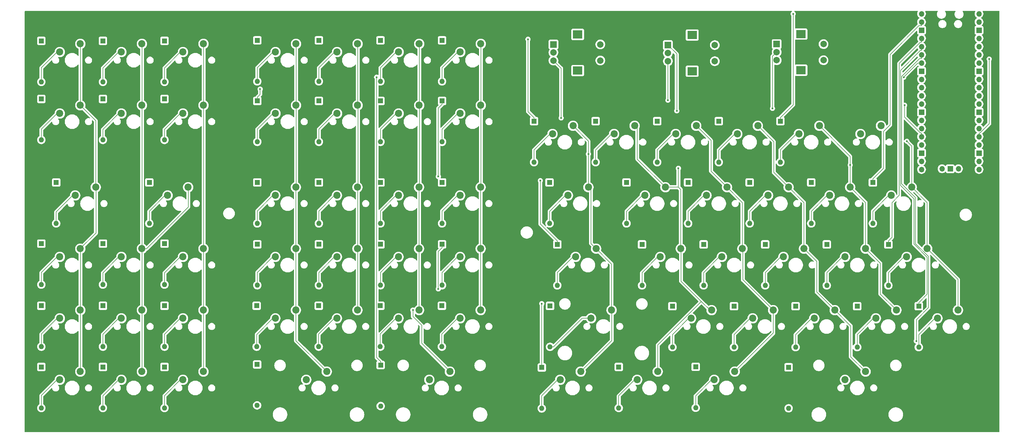
<source format=gbr>
%TF.GenerationSoftware,KiCad,Pcbnew,8.99.0-3334-g98ae574c78*%
%TF.CreationDate,2025-06-08T23:29:47-05:00*%
%TF.ProjectId,CircuitCyboard,43697263-7569-4744-9379-626f6172642e,1*%
%TF.SameCoordinates,Original*%
%TF.FileFunction,Copper,L2,Bot*%
%TF.FilePolarity,Positive*%
%FSLAX46Y46*%
G04 Gerber Fmt 4.6, Leading zero omitted, Abs format (unit mm)*
G04 Created by KiCad (PCBNEW 8.99.0-3334-g98ae574c78) date 2025-06-08 23:29:47*
%MOMM*%
%LPD*%
G01*
G04 APERTURE LIST*
%TA.AperFunction,ComponentPad*%
%ADD10C,2.200000*%
%TD*%
%TA.AperFunction,ComponentPad*%
%ADD11R,2.000000X2.000000*%
%TD*%
%TA.AperFunction,ComponentPad*%
%ADD12C,2.000000*%
%TD*%
%TA.AperFunction,ComponentPad*%
%ADD13R,3.000000X2.500000*%
%TD*%
%TA.AperFunction,ComponentPad*%
%ADD14O,1.700000X1.700000*%
%TD*%
%TA.AperFunction,ComponentPad*%
%ADD15R,1.700000X1.700000*%
%TD*%
%TA.AperFunction,ComponentPad*%
%ADD16R,1.600000X1.600000*%
%TD*%
%TA.AperFunction,ComponentPad*%
%ADD17O,1.600000X1.600000*%
%TD*%
%TA.AperFunction,ViaPad*%
%ADD18C,0.600000*%
%TD*%
%TA.AperFunction,Conductor*%
%ADD19C,0.200000*%
%TD*%
G04 APERTURE END LIST*
D10*
%TO.P,SW13,1,1*%
%TO.N,DCol1*%
X69160000Y-119570000D03*
%TO.P,SW13,2,2*%
%TO.N,Net-(D13-A)*%
X62810000Y-122110000D03*
%TD*%
%TO.P,SW20,1,1*%
%TO.N,DCol5*%
X154930000Y-37022500D03*
%TO.P,SW20,2,2*%
%TO.N,Net-(D20-A)*%
X148580000Y-39562500D03*
%TD*%
%TO.P,SW45,1,1*%
%TO.N,DCol7*%
X207276500Y-81467500D03*
%TO.P,SW45,2,2*%
%TO.N,Net-(D45-A)*%
X200926500Y-84007500D03*
%TD*%
%TO.P,SW61,1,1*%
%TO.N,DCol11*%
X302526000Y-119567500D03*
%TO.P,SW61,2,2*%
%TO.N,Net-(D61-A)*%
X296176000Y-122107500D03*
%TD*%
%TO.P,SW36,1,1*%
%TO.N,DCol5*%
X154885000Y-119567500D03*
%TO.P,SW36,2,2*%
%TO.N,Net-(D36-A)*%
X148535000Y-122107500D03*
%TD*%
D11*
%TO.P,SW68,A,A*%
%TO.N,E1A*%
X196450000Y-37200000D03*
D12*
%TO.P,SW68,B,B*%
%TO.N,E1B*%
X196450000Y-42200000D03*
%TO.P,SW68,C,C*%
%TO.N,GND*%
X196450000Y-39700000D03*
D13*
%TO.P,SW68,MP*%
%TO.N,N/C*%
X203950000Y-34100000D03*
X203950000Y-45300000D03*
D12*
%TO.P,SW68,S1,S1*%
%TO.N,unconnected-(SW68-PadS1)*%
X210950000Y-37200000D03*
%TO.P,SW68,S2,S2*%
%TO.N,unconnected-(SW68-PadS2)*%
X210950000Y-42200000D03*
%TD*%
D10*
%TO.P,SW26,1,1*%
%TO.N,DCol3*%
X116785000Y-81467500D03*
%TO.P,SW26,2,2*%
%TO.N,Net-(D26-A)*%
X110435000Y-84007500D03*
%TD*%
%TO.P,SW7,1,1*%
%TO.N,DCol0*%
X54872500Y-81470000D03*
%TO.P,SW7,2,2*%
%TO.N,Net-(D7-A)*%
X48522500Y-84010000D03*
%TD*%
D11*
%TO.P,SW70,A,A*%
%TO.N,E3A*%
X265500000Y-37100000D03*
D12*
%TO.P,SW70,B,B*%
%TO.N,E3B*%
X265500000Y-42100000D03*
%TO.P,SW70,C,C*%
%TO.N,GND*%
X265500000Y-39600000D03*
D13*
%TO.P,SW70,MP*%
%TO.N,N/C*%
X273000000Y-34000000D03*
X273000000Y-45200000D03*
D12*
%TO.P,SW70,S1,S1*%
%TO.N,unconnected-(SW70-PadS1)*%
X280000000Y-37100000D03*
%TO.P,SW70,S2,S2*%
%TO.N,unconnected-(SW70-PadS2)*%
X280000000Y-42100000D03*
%TD*%
D10*
%TO.P,SW9,1,1*%
%TO.N,DCol0*%
X50110000Y-100520000D03*
%TO.P,SW9,2,2*%
%TO.N,Net-(D9-A)*%
X43760000Y-103060000D03*
%TD*%
%TO.P,SW11,1,1*%
%TO.N,DCol2*%
X88210000Y-100520000D03*
%TO.P,SW11,2,2*%
%TO.N,Net-(D11-A)*%
X81860000Y-103060000D03*
%TD*%
%TO.P,SW63,1,1*%
%TO.N,DCol7*%
X204895300Y-138617500D03*
%TO.P,SW63,2,2*%
%TO.N,Net-(D63-A)*%
X198545300Y-141157500D03*
%TD*%
%TO.P,SW22,1,1*%
%TO.N,DCol3*%
X116830000Y-56072500D03*
%TO.P,SW22,2,2*%
%TO.N,Net-(D22-A)*%
X110480000Y-58612500D03*
%TD*%
%TO.P,SW56,1,1*%
%TO.N,DCol12*%
X312052000Y-100517500D03*
%TO.P,SW56,2,2*%
%TO.N,Net-(D56-A)*%
X305702000Y-103057500D03*
%TD*%
%TO.P,SW29,1,1*%
%TO.N,DCol6*%
X173935000Y-81467500D03*
%TO.P,SW29,2,2*%
%TO.N,Net-(D29-A)*%
X167585000Y-84007500D03*
%TD*%
%TO.P,SW37,1,1*%
%TO.N,DCol6*%
X173935000Y-119567500D03*
%TO.P,SW37,2,2*%
%TO.N,Net-(D37-A)*%
X167585000Y-122107500D03*
%TD*%
%TO.P,SW21,1,1*%
%TO.N,DCol6*%
X173980000Y-37022500D03*
%TO.P,SW21,2,2*%
%TO.N,Net-(D21-A)*%
X167630000Y-39562500D03*
%TD*%
%TO.P,SW43,1,1*%
%TO.N,DCol11*%
X278714000Y-62417500D03*
%TO.P,SW43,2,2*%
%TO.N,Net-(D43-A)*%
X272364000Y-64957500D03*
%TD*%
%TO.P,SW17,1,1*%
%TO.N,DCol2*%
X88210000Y-138620000D03*
%TO.P,SW17,2,2*%
%TO.N,Net-(D17-A)*%
X81860000Y-141160000D03*
%TD*%
%TO.P,SW39,1,1*%
%TO.N,DCol4*%
X164420000Y-138620000D03*
%TO.P,SW39,2,2*%
%TO.N,Net-(D39-A)*%
X158070000Y-141160000D03*
%TD*%
%TO.P,SW59,1,1*%
%TO.N,DCol9*%
X264426000Y-119567500D03*
%TO.P,SW59,2,2*%
%TO.N,Net-(D59-A)*%
X258076000Y-122107500D03*
%TD*%
%TO.P,SW54,1,1*%
%TO.N,DCol10*%
X273952000Y-100517500D03*
%TO.P,SW54,2,2*%
%TO.N,Net-(D54-A)*%
X267602000Y-103057500D03*
%TD*%
%TO.P,SW49,1,1*%
%TO.N,DCol11*%
X288239000Y-81467500D03*
%TO.P,SW49,2,2*%
%TO.N,Net-(D49-A)*%
X281889000Y-84007500D03*
%TD*%
%TO.P,SW2,1,1*%
%TO.N,DCol1*%
X69160000Y-37020000D03*
%TO.P,SW2,2,2*%
%TO.N,Net-(D2-A)*%
X62810000Y-39560000D03*
%TD*%
%TO.P,SW32,1,1*%
%TO.N,DCol5*%
X154885000Y-100517500D03*
%TO.P,SW32,2,2*%
%TO.N,Net-(D32-A)*%
X148535000Y-103057500D03*
%TD*%
%TO.P,SW25,1,1*%
%TO.N,DCol6*%
X173980000Y-56072500D03*
%TO.P,SW25,2,2*%
%TO.N,Net-(D25-A)*%
X167630000Y-58612500D03*
%TD*%
%TO.P,SW58,1,1*%
%TO.N,DCol8*%
X245376000Y-119567500D03*
%TO.P,SW58,2,2*%
%TO.N,Net-(D58-A)*%
X239026000Y-122107500D03*
%TD*%
%TO.P,SW55,1,1*%
%TO.N,DCol11*%
X293002000Y-100517500D03*
%TO.P,SW55,2,2*%
%TO.N,Net-(D55-A)*%
X286652000Y-103057500D03*
%TD*%
%TO.P,SW33,1,1*%
%TO.N,DCol6*%
X173935000Y-100517500D03*
%TO.P,SW33,2,2*%
%TO.N,Net-(D33-A)*%
X167585000Y-103057500D03*
%TD*%
%TO.P,SW44,1,1*%
%TO.N,DCol12*%
X297764000Y-62417500D03*
%TO.P,SW44,2,2*%
%TO.N,Net-(D44-A)*%
X291414000Y-64957500D03*
%TD*%
%TO.P,SW42,1,1*%
%TO.N,DCol10*%
X259664000Y-62417500D03*
%TO.P,SW42,2,2*%
%TO.N,Net-(D42-A)*%
X253314000Y-64957500D03*
%TD*%
%TO.P,SW18,1,1*%
%TO.N,DCol3*%
X116830000Y-37022500D03*
%TO.P,SW18,2,2*%
%TO.N,Net-(D18-A)*%
X110480000Y-39562500D03*
%TD*%
%TO.P,SW24,1,1*%
%TO.N,DCol5*%
X154930000Y-56072500D03*
%TO.P,SW24,2,2*%
%TO.N,Net-(D24-A)*%
X148580000Y-58612500D03*
%TD*%
%TO.P,SW30,1,1*%
%TO.N,DCol3*%
X116785000Y-100517500D03*
%TO.P,SW30,2,2*%
%TO.N,Net-(D30-A)*%
X110435000Y-103057500D03*
%TD*%
%TO.P,SW47,1,1*%
%TO.N,DCol9*%
X250139000Y-81467500D03*
%TO.P,SW47,2,2*%
%TO.N,Net-(D47-A)*%
X243789000Y-84007500D03*
%TD*%
%TO.P,SW1,1,1*%
%TO.N,DCol0*%
X50110000Y-37020000D03*
%TO.P,SW1,2,2*%
%TO.N,Net-(D1-A)*%
X43760000Y-39560000D03*
%TD*%
%TO.P,SW19,1,1*%
%TO.N,DCol4*%
X135880000Y-37022500D03*
%TO.P,SW19,2,2*%
%TO.N,Net-(D19-A)*%
X129530000Y-39562500D03*
%TD*%
%TO.P,SW66,1,1*%
%TO.N,DCol10*%
X292985400Y-138617500D03*
%TO.P,SW66,2,2*%
%TO.N,Net-(D66-A)*%
X286635400Y-141157500D03*
%TD*%
%TO.P,SW3,1,1*%
%TO.N,DCol2*%
X88210000Y-37020000D03*
%TO.P,SW3,2,2*%
%TO.N,Net-(D3-A)*%
X81860000Y-39560000D03*
%TD*%
%TO.P,SW52,1,1*%
%TO.N,DCol8*%
X235852000Y-100517500D03*
%TO.P,SW52,2,2*%
%TO.N,Net-(D52-A)*%
X229502000Y-103057500D03*
%TD*%
%TO.P,SW14,1,1*%
%TO.N,DCol2*%
X88210000Y-119570000D03*
%TO.P,SW14,2,2*%
%TO.N,Net-(D14-A)*%
X81860000Y-122110000D03*
%TD*%
%TO.P,SW53,1,1*%
%TO.N,DCol9*%
X254902000Y-100517500D03*
%TO.P,SW53,2,2*%
%TO.N,Net-(D53-A)*%
X248552000Y-103057500D03*
%TD*%
%TO.P,SW8,1,1*%
%TO.N,DCol1*%
X83447500Y-81470000D03*
%TO.P,SW8,2,2*%
%TO.N,Net-(D8-A)*%
X77097500Y-84010000D03*
%TD*%
%TO.P,SW57,1,1*%
%TO.N,DCol7*%
X214440000Y-119562500D03*
%TO.P,SW57,2,2*%
%TO.N,Net-(D57-A)*%
X208090000Y-122102500D03*
%TD*%
%TO.P,SW16,1,1*%
%TO.N,DCol1*%
X69160000Y-138620000D03*
%TO.P,SW16,2,2*%
%TO.N,Net-(D16-A)*%
X62810000Y-141160000D03*
%TD*%
%TO.P,SW6,1,1*%
%TO.N,DCol2*%
X88210000Y-56070000D03*
%TO.P,SW6,2,2*%
%TO.N,Net-(D6-A)*%
X81860000Y-58610000D03*
%TD*%
%TO.P,SW65,1,1*%
%TO.N,DCol9*%
X252519300Y-138617500D03*
%TO.P,SW65,2,2*%
%TO.N,Net-(D65-A)*%
X246169300Y-141157500D03*
%TD*%
%TO.P,SW48,1,1*%
%TO.N,DCol10*%
X269189000Y-81467500D03*
%TO.P,SW48,2,2*%
%TO.N,Net-(D48-A)*%
X262839000Y-84007500D03*
%TD*%
%TO.P,SW64,1,1*%
%TO.N,DCol8*%
X228707300Y-138617500D03*
%TO.P,SW64,2,2*%
%TO.N,Net-(D64-A)*%
X222357300Y-141157500D03*
%TD*%
%TO.P,SW41,1,1*%
%TO.N,DCol9*%
X240614000Y-62417500D03*
%TO.P,SW41,2,2*%
%TO.N,Net-(D41-A)*%
X234264000Y-64957500D03*
%TD*%
%TO.P,SW4,1,1*%
%TO.N,DCol0*%
X50110000Y-56070000D03*
%TO.P,SW4,2,2*%
%TO.N,Net-(D4-A)*%
X43760000Y-58610000D03*
%TD*%
%TO.P,SW10,1,1*%
%TO.N,DCol1*%
X69160000Y-100520000D03*
%TO.P,SW10,2,2*%
%TO.N,Net-(D10-A)*%
X62810000Y-103060000D03*
%TD*%
%TO.P,SW60,1,1*%
%TO.N,DCol10*%
X283476000Y-119567500D03*
%TO.P,SW60,2,2*%
%TO.N,Net-(D60-A)*%
X277126000Y-122107500D03*
%TD*%
D11*
%TO.P,SW69,A,A*%
%TO.N,E2A*%
X231850000Y-37400000D03*
D12*
%TO.P,SW69,B,B*%
%TO.N,E2B*%
X231850000Y-42400000D03*
%TO.P,SW69,C,C*%
%TO.N,GND*%
X231850000Y-39900000D03*
D13*
%TO.P,SW69,MP*%
%TO.N,N/C*%
X239350000Y-34300000D03*
X239350000Y-45500000D03*
D12*
%TO.P,SW69,S1,S1*%
%TO.N,unconnected-(SW69-PadS1)*%
X246350000Y-37400000D03*
%TO.P,SW69,S2,S2*%
%TO.N,unconnected-(SW69-PadS2)*%
X246350000Y-42400000D03*
%TD*%
D10*
%TO.P,SW67,1,1*%
%TO.N,DCol7*%
X202514000Y-62417500D03*
%TO.P,SW67,2,2*%
%TO.N,Net-(D67-A)*%
X196164000Y-64957500D03*
%TD*%
%TO.P,SW27,1,1*%
%TO.N,DCol4*%
X135835000Y-81467500D03*
%TO.P,SW27,2,2*%
%TO.N,Net-(D27-A)*%
X129485000Y-84007500D03*
%TD*%
%TO.P,SW35,1,1*%
%TO.N,DCol4*%
X135835000Y-119567500D03*
%TO.P,SW35,2,2*%
%TO.N,Net-(D35-A)*%
X129485000Y-122107500D03*
%TD*%
%TO.P,SW62,1,1*%
%TO.N,DCol12*%
X321576000Y-119567500D03*
%TO.P,SW62,2,2*%
%TO.N,Net-(D62-A)*%
X315226000Y-122107500D03*
%TD*%
%TO.P,SW5,1,1*%
%TO.N,DCol1*%
X69160000Y-56070000D03*
%TO.P,SW5,2,2*%
%TO.N,Net-(D5-A)*%
X62810000Y-58610000D03*
%TD*%
%TO.P,SW40,1,1*%
%TO.N,DCol8*%
X221564000Y-62417500D03*
%TO.P,SW40,2,2*%
%TO.N,Net-(D40-A)*%
X215214000Y-64957500D03*
%TD*%
%TO.P,SW34,1,1*%
%TO.N,DCol3*%
X116785000Y-119567500D03*
%TO.P,SW34,2,2*%
%TO.N,Net-(D34-A)*%
X110435000Y-122107500D03*
%TD*%
%TO.P,SW46,1,1*%
%TO.N,DCol8*%
X231089000Y-81467500D03*
%TO.P,SW46,2,2*%
%TO.N,Net-(D46-A)*%
X224739000Y-84007500D03*
%TD*%
%TO.P,SW23,1,1*%
%TO.N,DCol4*%
X135880000Y-56072500D03*
%TO.P,SW23,2,2*%
%TO.N,Net-(D23-A)*%
X129530000Y-58612500D03*
%TD*%
%TO.P,SW12,1,1*%
%TO.N,DCol0*%
X50110000Y-119570000D03*
%TO.P,SW12,2,2*%
%TO.N,Net-(D12-A)*%
X43760000Y-122110000D03*
%TD*%
%TO.P,SW15,1,1*%
%TO.N,DCol0*%
X50110000Y-138620000D03*
%TO.P,SW15,2,2*%
%TO.N,Net-(D15-A)*%
X43760000Y-141160000D03*
%TD*%
D14*
%TO.P,U1,1,GPIO0*%
%TO.N,DRow0*%
X310300000Y-27720000D03*
%TO.P,U1,2,GPIO1*%
%TO.N,DRow1*%
X310300000Y-30260000D03*
D15*
%TO.P,U1,3,GND*%
%TO.N,unconnected-(U1-GND-Pad3)*%
X310300000Y-32800000D03*
D14*
%TO.P,U1,4,GPIO2*%
%TO.N,DRow2*%
X310300000Y-35340000D03*
%TO.P,U1,5,GPIO3*%
%TO.N,DRow3*%
X310300000Y-37880000D03*
%TO.P,U1,6,GPIO4*%
%TO.N,DRow4*%
X310300000Y-40420000D03*
%TO.P,U1,7,GPIO5*%
%TO.N,DRow5*%
X310300000Y-42960000D03*
D15*
%TO.P,U1,8,GND*%
%TO.N,unconnected-(U1-GND-Pad8)*%
X310300000Y-45500000D03*
D14*
%TO.P,U1,9,GPIO6*%
%TO.N,DCol0*%
X310300000Y-48040000D03*
%TO.P,U1,10,GPIO7*%
%TO.N,DCol1*%
X310300000Y-50580000D03*
%TO.P,U1,11,GPIO8*%
%TO.N,DCol2*%
X310300000Y-53120000D03*
%TO.P,U1,12,GPIO9*%
%TO.N,DCol3*%
X310300000Y-55660000D03*
D15*
%TO.P,U1,13,GND*%
%TO.N,unconnected-(U1-GND-Pad13)*%
X310300000Y-58200000D03*
D14*
%TO.P,U1,14,GPIO10*%
%TO.N,DCol4*%
X310300000Y-60740000D03*
%TO.P,U1,15,GPIO11*%
%TO.N,DCol5*%
X310300000Y-63280000D03*
%TO.P,U1,16,GPIO12*%
%TO.N,DCol6*%
X310300000Y-65820000D03*
%TO.P,U1,17,GPIO13*%
%TO.N,DCol7*%
X310300000Y-68360000D03*
D15*
%TO.P,U1,18,GND*%
%TO.N,unconnected-(U1-GND-Pad18)*%
X310300000Y-70900000D03*
D14*
%TO.P,U1,19,GPIO14*%
%TO.N,DCol8*%
X310300000Y-73440000D03*
%TO.P,U1,20,GPIO15*%
%TO.N,DCol9*%
X310300000Y-75980000D03*
%TO.P,U1,21,GPIO16*%
%TO.N,DCol10*%
X328080000Y-75980000D03*
%TO.P,U1,22,GPIO17*%
%TO.N,DCol11*%
X328080000Y-73440000D03*
D15*
%TO.P,U1,23,GND*%
%TO.N,unconnected-(U1-GND-Pad23)*%
X328080000Y-70900000D03*
D14*
%TO.P,U1,24,GPIO18*%
%TO.N,DCol12*%
X328080000Y-68360000D03*
%TO.P,U1,25,GPIO19*%
%TO.N,E1A*%
X328080000Y-65820000D03*
%TO.P,U1,26,GPIO20*%
%TO.N,E1B*%
X328080000Y-63280000D03*
%TO.P,U1,27,GPIO21*%
%TO.N,E2A*%
X328080000Y-60740000D03*
D15*
%TO.P,U1,28,GND*%
%TO.N,GND*%
X328080000Y-58200000D03*
D14*
%TO.P,U1,29,GPIO22*%
%TO.N,E2B*%
X328080000Y-55660000D03*
%TO.P,U1,30,RUN*%
%TO.N,unconnected-(U1-RUN-Pad30)*%
X328080000Y-53120000D03*
%TO.P,U1,31,GPIO26_ADC0*%
%TO.N,E3A*%
X328080000Y-50580000D03*
%TO.P,U1,32,GPIO27_ADC1*%
%TO.N,E3B*%
X328080000Y-48040000D03*
D15*
%TO.P,U1,33,AGND*%
%TO.N,unconnected-(U1-AGND-Pad33)*%
X328080000Y-45500000D03*
D14*
%TO.P,U1,34,GPIO28_ADC2*%
%TO.N,unconnected-(U1-GPIO28_ADC2-Pad34)*%
X328080000Y-42960000D03*
%TO.P,U1,35,ADC_VREF*%
%TO.N,unconnected-(U1-ADC_VREF-Pad35)*%
X328080000Y-40420000D03*
%TO.P,U1,36,3V3*%
%TO.N,unconnected-(U1-3V3-Pad36)*%
X328080000Y-37880000D03*
%TO.P,U1,37,3V3_EN*%
%TO.N,unconnected-(U1-3V3_EN-Pad37)*%
X328080000Y-35340000D03*
D15*
%TO.P,U1,38,GND*%
%TO.N,unconnected-(U1-GND-Pad38)*%
X328080000Y-32800000D03*
D14*
%TO.P,U1,39,VSYS*%
%TO.N,unconnected-(U1-VSYS-Pad39)*%
X328080000Y-30260000D03*
%TO.P,U1,40,VBUS*%
%TO.N,unconnected-(U1-VBUS-Pad40)*%
X328080000Y-27720000D03*
%TO.P,U1,41,SWCLK*%
%TO.N,unconnected-(U1-SWCLK-Pad41)*%
X316650000Y-75750000D03*
D15*
%TO.P,U1,42,GND*%
%TO.N,unconnected-(U1-GND-Pad42)*%
X319190000Y-75750000D03*
D14*
%TO.P,U1,43,SWDIO*%
%TO.N,unconnected-(U1-SWDIO-Pad43)*%
X321730000Y-75750000D03*
%TD*%
D10*
%TO.P,SW50,1,1*%
%TO.N,DCol12*%
X307289000Y-81467500D03*
%TO.P,SW50,2,2*%
%TO.N,Net-(D50-A)*%
X300939000Y-84007500D03*
%TD*%
%TO.P,SW51,1,1*%
%TO.N,DCol7*%
X209658000Y-100517500D03*
%TO.P,SW51,2,2*%
%TO.N,Net-(D51-A)*%
X203308000Y-103057500D03*
%TD*%
%TO.P,SW38,1,1*%
%TO.N,DCol3*%
X126340000Y-138620000D03*
%TO.P,SW38,2,2*%
%TO.N,Net-(D38-A)*%
X119990000Y-141160000D03*
%TD*%
%TO.P,SW28,1,1*%
%TO.N,DCol5*%
X154885000Y-81467500D03*
%TO.P,SW28,2,2*%
%TO.N,Net-(D28-A)*%
X148535000Y-84007500D03*
%TD*%
%TO.P,SW31,1,1*%
%TO.N,DCol4*%
X135835000Y-100517500D03*
%TO.P,SW31,2,2*%
%TO.N,Net-(D31-A)*%
X129485000Y-103057500D03*
%TD*%
D16*
%TO.P,D13,1,K*%
%TO.N,DRow4*%
X57100000Y-118200000D03*
D17*
%TO.P,D13,2,A*%
%TO.N,Net-(D13-A)*%
X57100000Y-130900000D03*
%TD*%
D16*
%TO.P,D3,1,K*%
%TO.N,DRow0*%
X76150000Y-36100000D03*
D17*
%TO.P,D3,2,A*%
%TO.N,Net-(D3-A)*%
X76150000Y-48800000D03*
%TD*%
D16*
%TO.P,D31,1,K*%
%TO.N,DRow3*%
X123900000Y-99150000D03*
D17*
%TO.P,D31,2,A*%
%TO.N,Net-(D31-A)*%
X123900000Y-111850000D03*
%TD*%
D16*
%TO.P,D7,1,K*%
%TO.N,DRow2*%
X42650000Y-80000000D03*
D17*
%TO.P,D7,2,A*%
%TO.N,Net-(D7-A)*%
X42650000Y-92700000D03*
%TD*%
D16*
%TO.P,D52,1,K*%
%TO.N,DRow2*%
X223850000Y-99200000D03*
D17*
%TO.P,D52,2,A*%
%TO.N,Net-(D52-A)*%
X223850000Y-111900000D03*
%TD*%
D16*
%TO.P,D8,1,K*%
%TO.N,DRow2*%
X71450000Y-80000000D03*
D17*
%TO.P,D8,2,A*%
%TO.N,Net-(D8-A)*%
X71450000Y-92700000D03*
%TD*%
D16*
%TO.P,D15,1,K*%
%TO.N,DRow5*%
X38050000Y-137200000D03*
D17*
%TO.P,D15,2,A*%
%TO.N,Net-(D15-A)*%
X38050000Y-149900000D03*
%TD*%
D16*
%TO.P,D64,1,K*%
%TO.N,DRow4*%
X216650000Y-137200000D03*
D17*
%TO.P,D64,2,A*%
%TO.N,Net-(D64-A)*%
X216650000Y-149900000D03*
%TD*%
D16*
%TO.P,D51,1,K*%
%TO.N,DRow2*%
X197650000Y-99200000D03*
D17*
%TO.P,D51,2,A*%
%TO.N,Net-(D51-A)*%
X197650000Y-111900000D03*
%TD*%
D16*
%TO.P,D57,1,K*%
%TO.N,DRow3*%
X195400000Y-118250000D03*
D17*
%TO.P,D57,2,A*%
%TO.N,Net-(D57-A)*%
X195400000Y-130950000D03*
%TD*%
D16*
%TO.P,D56,1,K*%
%TO.N,DRow2*%
X300050000Y-99200000D03*
D17*
%TO.P,D56,2,A*%
%TO.N,Net-(D56-A)*%
X300050000Y-111900000D03*
%TD*%
D16*
%TO.P,D58,1,K*%
%TO.N,DRow3*%
X233250000Y-118350000D03*
D17*
%TO.P,D58,2,A*%
%TO.N,Net-(D58-A)*%
X233250000Y-131050000D03*
%TD*%
D16*
%TO.P,D45,1,K*%
%TO.N,DRow1*%
X195250000Y-80000000D03*
D17*
%TO.P,D45,2,A*%
%TO.N,Net-(D45-A)*%
X195250000Y-92700000D03*
%TD*%
D16*
%TO.P,D10,1,K*%
%TO.N,DRow3*%
X57100000Y-98950000D03*
D17*
%TO.P,D10,2,A*%
%TO.N,Net-(D10-A)*%
X57100000Y-111650000D03*
%TD*%
D16*
%TO.P,D34,1,K*%
%TO.N,DRow4*%
X104650000Y-118200000D03*
D17*
%TO.P,D34,2,A*%
%TO.N,Net-(D34-A)*%
X104650000Y-130900000D03*
%TD*%
D16*
%TO.P,D16,1,K*%
%TO.N,DRow5*%
X57100000Y-137200000D03*
D17*
%TO.P,D16,2,A*%
%TO.N,Net-(D16-A)*%
X57100000Y-149900000D03*
%TD*%
D16*
%TO.P,D36,1,K*%
%TO.N,DRow4*%
X142900000Y-118200000D03*
D17*
%TO.P,D36,2,A*%
%TO.N,Net-(D36-A)*%
X142900000Y-130900000D03*
%TD*%
D16*
%TO.P,D22,1,K*%
%TO.N,DRow1*%
X104850000Y-54700000D03*
D17*
%TO.P,D22,2,A*%
%TO.N,Net-(D22-A)*%
X104850000Y-67400000D03*
%TD*%
D16*
%TO.P,D1,1,K*%
%TO.N,DRow0*%
X38050000Y-36100000D03*
D17*
%TO.P,D1,2,A*%
%TO.N,Net-(D1-A)*%
X38050000Y-48800000D03*
%TD*%
D16*
%TO.P,D61,1,K*%
%TO.N,DRow3*%
X290400000Y-118350000D03*
D17*
%TO.P,D61,2,A*%
%TO.N,Net-(D61-A)*%
X290400000Y-131050000D03*
%TD*%
D16*
%TO.P,D46,1,K*%
%TO.N,DRow1*%
X219050000Y-80000000D03*
D17*
%TO.P,D46,2,A*%
%TO.N,Net-(D46-A)*%
X219050000Y-92700000D03*
%TD*%
D16*
%TO.P,D30,1,K*%
%TO.N,DRow3*%
X104850000Y-99150000D03*
D17*
%TO.P,D30,2,A*%
%TO.N,Net-(D30-A)*%
X104850000Y-111850000D03*
%TD*%
D16*
%TO.P,D21,1,K*%
%TO.N,DRow0*%
X162000000Y-35950000D03*
D17*
%TO.P,D21,2,A*%
%TO.N,Net-(D21-A)*%
X162000000Y-48650000D03*
%TD*%
D16*
%TO.P,D11,1,K*%
%TO.N,DRow3*%
X76150000Y-98950000D03*
D17*
%TO.P,D11,2,A*%
%TO.N,Net-(D11-A)*%
X76150000Y-111650000D03*
%TD*%
D16*
%TO.P,D59,1,K*%
%TO.N,DRow3*%
X252300000Y-118350000D03*
D17*
%TO.P,D59,2,A*%
%TO.N,Net-(D59-A)*%
X252300000Y-131050000D03*
%TD*%
D16*
%TO.P,D26,1,K*%
%TO.N,DRow2*%
X104850000Y-80000000D03*
D17*
%TO.P,D26,2,A*%
%TO.N,Net-(D26-A)*%
X104850000Y-92700000D03*
%TD*%
D16*
%TO.P,D63,1,K*%
%TO.N,DRow4*%
X192850000Y-137350000D03*
D17*
%TO.P,D63,2,A*%
%TO.N,Net-(D63-A)*%
X192850000Y-150050000D03*
%TD*%
D16*
%TO.P,D38,1,K*%
%TO.N,DRow5*%
X104800000Y-136400000D03*
D17*
%TO.P,D38,2,A*%
%TO.N,Net-(D38-A)*%
X104800000Y-149100000D03*
%TD*%
D16*
%TO.P,D5,1,K*%
%TO.N,DRow1*%
X57100000Y-54100000D03*
D17*
%TO.P,D5,2,A*%
%TO.N,Net-(D5-A)*%
X57100000Y-66800000D03*
%TD*%
D16*
%TO.P,D55,1,K*%
%TO.N,DRow2*%
X281000000Y-99200000D03*
D17*
%TO.P,D55,2,A*%
%TO.N,Net-(D55-A)*%
X281000000Y-111900000D03*
%TD*%
D16*
%TO.P,D24,1,K*%
%TO.N,DRow1*%
X142950000Y-54700000D03*
D17*
%TO.P,D24,2,A*%
%TO.N,Net-(D24-A)*%
X142950000Y-67400000D03*
%TD*%
D16*
%TO.P,D60,1,K*%
%TO.N,DRow3*%
X271350000Y-118350000D03*
D17*
%TO.P,D60,2,A*%
%TO.N,Net-(D60-A)*%
X271350000Y-131050000D03*
%TD*%
D16*
%TO.P,D37,1,K*%
%TO.N,DRow4*%
X161950000Y-118200000D03*
D17*
%TO.P,D37,2,A*%
%TO.N,Net-(D37-A)*%
X161950000Y-130900000D03*
%TD*%
D16*
%TO.P,D2,1,K*%
%TO.N,DRow0*%
X57100000Y-36100000D03*
D17*
%TO.P,D2,2,A*%
%TO.N,Net-(D2-A)*%
X57100000Y-48800000D03*
%TD*%
D16*
%TO.P,D12,1,K*%
%TO.N,DRow4*%
X38050000Y-118200000D03*
D17*
%TO.P,D12,2,A*%
%TO.N,Net-(D12-A)*%
X38050000Y-130900000D03*
%TD*%
D16*
%TO.P,D14,1,K*%
%TO.N,DRow4*%
X76150000Y-118200000D03*
D17*
%TO.P,D14,2,A*%
%TO.N,Net-(D14-A)*%
X76150000Y-130900000D03*
%TD*%
D16*
%TO.P,D9,1,K*%
%TO.N,DRow3*%
X38050000Y-98950000D03*
D17*
%TO.P,D9,2,A*%
%TO.N,Net-(D9-A)*%
X38050000Y-111650000D03*
%TD*%
D16*
%TO.P,D33,1,K*%
%TO.N,DRow3*%
X162000000Y-99150000D03*
D17*
%TO.P,D33,2,A*%
%TO.N,Net-(D33-A)*%
X162000000Y-111850000D03*
%TD*%
D16*
%TO.P,D67,1,K*%
%TO.N,DRow0*%
X190450000Y-61000000D03*
D17*
%TO.P,D67,2,A*%
%TO.N,Net-(D67-A)*%
X190450000Y-73700000D03*
%TD*%
D16*
%TO.P,D29,1,K*%
%TO.N,DRow2*%
X162000000Y-80000000D03*
D17*
%TO.P,D29,2,A*%
%TO.N,Net-(D29-A)*%
X162000000Y-92700000D03*
%TD*%
D16*
%TO.P,D27,1,K*%
%TO.N,DRow2*%
X123900000Y-80000000D03*
D17*
%TO.P,D27,2,A*%
%TO.N,Net-(D27-A)*%
X123900000Y-92700000D03*
%TD*%
D16*
%TO.P,D40,1,K*%
%TO.N,DRow0*%
X209500000Y-61000000D03*
D17*
%TO.P,D40,2,A*%
%TO.N,Net-(D40-A)*%
X209500000Y-73700000D03*
%TD*%
D16*
%TO.P,D23,1,K*%
%TO.N,DRow1*%
X123900000Y-54700000D03*
D17*
%TO.P,D23,2,A*%
%TO.N,Net-(D23-A)*%
X123900000Y-67400000D03*
%TD*%
D16*
%TO.P,D41,1,K*%
%TO.N,DRow0*%
X228550000Y-61000000D03*
D17*
%TO.P,D41,2,A*%
%TO.N,Net-(D41-A)*%
X228550000Y-73700000D03*
%TD*%
D16*
%TO.P,D35,1,K*%
%TO.N,DRow4*%
X123850000Y-118200000D03*
D17*
%TO.P,D35,2,A*%
%TO.N,Net-(D35-A)*%
X123850000Y-130900000D03*
%TD*%
D16*
%TO.P,D20,1,K*%
%TO.N,DRow0*%
X142950000Y-35950000D03*
D17*
%TO.P,D20,2,A*%
%TO.N,Net-(D20-A)*%
X142950000Y-48650000D03*
%TD*%
D16*
%TO.P,D47,1,K*%
%TO.N,DRow1*%
X238100000Y-80000000D03*
D17*
%TO.P,D47,2,A*%
%TO.N,Net-(D47-A)*%
X238100000Y-92700000D03*
%TD*%
D16*
%TO.P,D39,1,K*%
%TO.N,DRow5*%
X143000000Y-136600000D03*
D17*
%TO.P,D39,2,A*%
%TO.N,Net-(D39-A)*%
X143000000Y-149300000D03*
%TD*%
D16*
%TO.P,D28,1,K*%
%TO.N,DRow2*%
X142950000Y-80000000D03*
D17*
%TO.P,D28,2,A*%
%TO.N,Net-(D28-A)*%
X142950000Y-92700000D03*
%TD*%
D16*
%TO.P,D66,1,K*%
%TO.N,DRow4*%
X269200000Y-137300000D03*
D17*
%TO.P,D66,2,A*%
%TO.N,Net-(D66-A)*%
X269200000Y-150000000D03*
%TD*%
D16*
%TO.P,D65,1,K*%
%TO.N,DRow4*%
X240450000Y-137150000D03*
D17*
%TO.P,D65,2,A*%
%TO.N,Net-(D65-A)*%
X240450000Y-149850000D03*
%TD*%
D16*
%TO.P,D42,1,K*%
%TO.N,DRow0*%
X247600000Y-61000000D03*
D17*
%TO.P,D42,2,A*%
%TO.N,Net-(D42-A)*%
X247600000Y-73700000D03*
%TD*%
D16*
%TO.P,D50,1,K*%
%TO.N,DRow1*%
X295250000Y-80000000D03*
D17*
%TO.P,D50,2,A*%
%TO.N,Net-(D50-A)*%
X295250000Y-92700000D03*
%TD*%
D16*
%TO.P,D18,1,K*%
%TO.N,DRow0*%
X104850000Y-35950000D03*
D17*
%TO.P,D18,2,A*%
%TO.N,Net-(D18-A)*%
X104850000Y-48650000D03*
%TD*%
D16*
%TO.P,D49,1,K*%
%TO.N,DRow1*%
X276200000Y-80000000D03*
D17*
%TO.P,D49,2,A*%
%TO.N,Net-(D49-A)*%
X276200000Y-92700000D03*
%TD*%
D16*
%TO.P,D53,1,K*%
%TO.N,DRow2*%
X242900000Y-99200000D03*
D17*
%TO.P,D53,2,A*%
%TO.N,Net-(D53-A)*%
X242900000Y-111900000D03*
%TD*%
D16*
%TO.P,D32,1,K*%
%TO.N,DRow3*%
X142950000Y-99150000D03*
D17*
%TO.P,D32,2,A*%
%TO.N,Net-(D32-A)*%
X142950000Y-111850000D03*
%TD*%
D16*
%TO.P,D25,1,K*%
%TO.N,DRow1*%
X162000000Y-54700000D03*
D17*
%TO.P,D25,2,A*%
%TO.N,Net-(D25-A)*%
X162000000Y-67400000D03*
%TD*%
D16*
%TO.P,D6,1,K*%
%TO.N,DRow1*%
X76150000Y-54100000D03*
D17*
%TO.P,D6,2,A*%
%TO.N,Net-(D6-A)*%
X76150000Y-66800000D03*
%TD*%
D16*
%TO.P,D17,1,K*%
%TO.N,DRow5*%
X76150000Y-137200000D03*
D17*
%TO.P,D17,2,A*%
%TO.N,Net-(D17-A)*%
X76150000Y-149900000D03*
%TD*%
D16*
%TO.P,D4,1,K*%
%TO.N,DRow1*%
X38050000Y-54100000D03*
D17*
%TO.P,D4,2,A*%
%TO.N,Net-(D4-A)*%
X38050000Y-66800000D03*
%TD*%
D16*
%TO.P,D62,1,K*%
%TO.N,DRow3*%
X309450000Y-118350000D03*
D17*
%TO.P,D62,2,A*%
%TO.N,Net-(D62-A)*%
X309450000Y-131050000D03*
%TD*%
D16*
%TO.P,D19,1,K*%
%TO.N,DRow0*%
X123900000Y-35950000D03*
D17*
%TO.P,D19,2,A*%
%TO.N,Net-(D19-A)*%
X123900000Y-48650000D03*
%TD*%
D16*
%TO.P,D48,1,K*%
%TO.N,DRow1*%
X257150000Y-80000000D03*
D17*
%TO.P,D48,2,A*%
%TO.N,Net-(D48-A)*%
X257150000Y-92700000D03*
%TD*%
D16*
%TO.P,D54,1,K*%
%TO.N,DRow2*%
X261950000Y-99200000D03*
D17*
%TO.P,D54,2,A*%
%TO.N,Net-(D54-A)*%
X261950000Y-111900000D03*
%TD*%
D16*
%TO.P,D43,1,K*%
%TO.N,DRow0*%
X266650000Y-61000000D03*
D17*
%TO.P,D43,2,A*%
%TO.N,Net-(D43-A)*%
X266650000Y-73700000D03*
%TD*%
D18*
%TO.N,DRow0*%
X270604300Y-27720000D03*
X188577800Y-35610500D03*
%TO.N,DRow1*%
X105732600Y-51055800D03*
X160855600Y-78159600D03*
%TO.N,DRow2*%
X192397000Y-79417100D03*
%TO.N,DRow3*%
X160841100Y-112997000D03*
%TO.N,DRow4*%
X192850000Y-117557100D03*
X308690100Y-129145500D03*
%TO.N,DRow5*%
X304798300Y-47364000D03*
X141760400Y-47364000D03*
%TO.N,DCol4*%
X152985600Y-119538900D03*
%TO.N,DCol6*%
X305060000Y-56072500D03*
%TO.N,DCol7*%
X207276500Y-71166100D03*
%TO.N,DCol8*%
X235108900Y-75621500D03*
%TO.N,DCol11*%
X288239000Y-74591700D03*
%TO.N,DCol12*%
X305770200Y-67208300D03*
%TO.N,E1A*%
X331243300Y-41726800D03*
%TO.N,E1B*%
X198836300Y-60005900D03*
%TO.N,GND*%
X264197600Y-57048300D03*
%TO.N,E2B*%
X231850000Y-54508300D03*
%TO.N,E2A*%
X234603600Y-57784400D03*
%TD*%
D19*
%TO.N,Net-(D1-A)*%
X38050000Y-44475100D02*
X42965100Y-39560000D01*
X42965100Y-39560000D02*
X43760000Y-39560000D01*
X38050000Y-48800000D02*
X38050000Y-44475100D01*
%TO.N,DRow0*%
X188577800Y-58026100D02*
X188577800Y-35610500D01*
X266650000Y-61000000D02*
X266650000Y-59898300D01*
X266650000Y-59898300D02*
X270604300Y-55944000D01*
X270604300Y-55944000D02*
X270604300Y-27720000D01*
X190450000Y-59898300D02*
X188577800Y-58026100D01*
X190450000Y-61000000D02*
X190450000Y-59898300D01*
%TO.N,Net-(D2-A)*%
X62050900Y-39560000D02*
X62810000Y-39560000D01*
X57100000Y-44510900D02*
X62050900Y-39560000D01*
X57100000Y-48800000D02*
X57100000Y-44510900D01*
%TO.N,Net-(D3-A)*%
X81100900Y-39560000D02*
X81860000Y-39560000D01*
X76150000Y-44510900D02*
X81100900Y-39560000D01*
X76150000Y-48800000D02*
X76150000Y-44510900D01*
%TO.N,DRow1*%
X104850000Y-54700000D02*
X104850000Y-53598300D01*
X298577200Y-75571100D02*
X295250000Y-78898300D01*
X105732600Y-52715700D02*
X105732600Y-51055800D01*
X160855600Y-56946100D02*
X160855600Y-78159600D01*
X310300000Y-31411700D02*
X309508200Y-31411700D01*
X310300000Y-30260000D02*
X310300000Y-31411700D01*
X298577200Y-64144400D02*
X298577200Y-75571100D01*
X162000000Y-55801700D02*
X160855600Y-56946100D01*
X162000000Y-54700000D02*
X162000000Y-55801700D01*
X300590700Y-62130900D02*
X298577200Y-64144400D01*
X309508200Y-31411700D02*
X300590700Y-40329200D01*
X300590700Y-40329200D02*
X300590700Y-62130900D01*
X295250000Y-80000000D02*
X295250000Y-78898300D01*
X104850000Y-53598300D02*
X105732600Y-52715700D01*
%TO.N,Net-(D5-A)*%
X57100000Y-63560900D02*
X62050900Y-58610000D01*
X62050900Y-58610000D02*
X62810000Y-58610000D01*
X57100000Y-66800000D02*
X57100000Y-63560900D01*
%TO.N,Net-(D6-A)*%
X81100900Y-58610000D02*
X81860000Y-58610000D01*
X76150000Y-66800000D02*
X76150000Y-63560900D01*
X76150000Y-63560900D02*
X81100900Y-58610000D01*
%TO.N,Net-(D7-A)*%
X47787800Y-84010000D02*
X48522500Y-84010000D01*
X42650000Y-89147800D02*
X47787800Y-84010000D01*
X42650000Y-92700000D02*
X42650000Y-89147800D01*
%TO.N,DRow2*%
X197650000Y-99200000D02*
X197650000Y-98098300D01*
X310300000Y-36491700D02*
X310012100Y-36491700D01*
X197650000Y-98098300D02*
X192397000Y-92845300D01*
X310300000Y-35340000D02*
X310300000Y-36491700D01*
X303393200Y-83977900D02*
X301151700Y-86219400D01*
X301151700Y-96996600D02*
X300050000Y-98098300D01*
X310012100Y-36491700D02*
X303393200Y-43110600D01*
X192397000Y-92845300D02*
X192397000Y-79417100D01*
X303393200Y-43110600D02*
X303393200Y-83977900D01*
X301151700Y-86219400D02*
X301151700Y-96996600D01*
X300050000Y-99200000D02*
X300050000Y-98098300D01*
%TO.N,Net-(D8-A)*%
X71450000Y-88912100D02*
X76352100Y-84010000D01*
X76352100Y-84010000D02*
X77097500Y-84010000D01*
X71450000Y-92700000D02*
X71450000Y-88912100D01*
%TO.N,DRow3*%
X310300000Y-37880000D02*
X310300000Y-39031700D01*
X160841100Y-101410600D02*
X160841100Y-112997000D01*
X312064800Y-114633500D02*
X309450000Y-117248300D01*
X307937000Y-85043800D02*
X307937000Y-99045600D01*
X310012100Y-39031700D02*
X303794900Y-45248900D01*
X162000000Y-99150000D02*
X162000000Y-100251700D01*
X303794900Y-45248900D02*
X303794900Y-80901700D01*
X307937000Y-99045600D02*
X312064800Y-103173400D01*
X162000000Y-100251700D02*
X160841100Y-101410600D01*
X309450000Y-118350000D02*
X309450000Y-117248300D01*
X310300000Y-39031700D02*
X310012100Y-39031700D01*
X312064800Y-103173400D02*
X312064800Y-114633500D01*
X303794900Y-80901700D02*
X307937000Y-85043800D01*
%TO.N,Net-(D9-A)*%
X38050000Y-111650000D02*
X38050000Y-107975100D01*
X42965100Y-103060000D02*
X43760000Y-103060000D01*
X38050000Y-107975100D02*
X42965100Y-103060000D01*
%TO.N,Net-(D10-A)*%
X57100000Y-111650000D02*
X57100000Y-108010900D01*
X62050900Y-103060000D02*
X62810000Y-103060000D01*
X57100000Y-108010900D02*
X62050900Y-103060000D01*
%TO.N,Net-(D11-A)*%
X81100900Y-103060000D02*
X81860000Y-103060000D01*
X76150000Y-108010900D02*
X81100900Y-103060000D01*
X76150000Y-111650000D02*
X76150000Y-108010900D01*
%TO.N,DRow4*%
X308427300Y-98921400D02*
X312475800Y-102969900D01*
X309729000Y-41571700D02*
X304196600Y-47104100D01*
X304196600Y-80452600D02*
X308427300Y-84683300D01*
X308690100Y-122567400D02*
X308690100Y-129145500D01*
X310300000Y-41571700D02*
X309729000Y-41571700D01*
X312475800Y-118781700D02*
X308690100Y-122567400D01*
X304196600Y-47104100D02*
X304196600Y-80452600D01*
X310300000Y-40420000D02*
X310300000Y-41571700D01*
X192850000Y-137350000D02*
X192850000Y-117557100D01*
X312475800Y-102969900D02*
X312475800Y-118781700D01*
X308427300Y-84683300D02*
X308427300Y-98921400D01*
%TO.N,Net-(D12-A)*%
X42965100Y-122110000D02*
X43760000Y-122110000D01*
X38050000Y-130900000D02*
X38050000Y-127025100D01*
X38050000Y-127025100D02*
X42965100Y-122110000D01*
%TO.N,DRow5*%
X143000000Y-135498300D02*
X141760400Y-134258700D01*
X310300000Y-42960000D02*
X309148300Y-42960000D01*
X309148300Y-42960000D02*
X304798300Y-47310000D01*
X143000000Y-136600000D02*
X143000000Y-135498300D01*
X304798300Y-47310000D02*
X304798300Y-47364000D01*
X141760400Y-134258700D02*
X141760400Y-47364000D01*
%TO.N,Net-(D13-A)*%
X57100000Y-127060900D02*
X62050900Y-122110000D01*
X62050900Y-122110000D02*
X62810000Y-122110000D01*
X57100000Y-130900000D02*
X57100000Y-127060900D01*
%TO.N,Net-(D14-A)*%
X76150000Y-130900000D02*
X76150000Y-127060900D01*
X81100900Y-122110000D02*
X81860000Y-122110000D01*
X76150000Y-127060900D02*
X81100900Y-122110000D01*
%TO.N,Net-(D15-A)*%
X42965100Y-141160000D02*
X43760000Y-141160000D01*
X38050000Y-149900000D02*
X38050000Y-146075100D01*
X38050000Y-146075100D02*
X42965100Y-141160000D01*
%TO.N,Net-(D16-A)*%
X57100000Y-146110900D02*
X62050900Y-141160000D01*
X57100000Y-149900000D02*
X57100000Y-146110900D01*
X62050900Y-141160000D02*
X62810000Y-141160000D01*
%TO.N,Net-(D17-A)*%
X81100900Y-141160000D02*
X81860000Y-141160000D01*
X76150000Y-146110900D02*
X81100900Y-141160000D01*
X76150000Y-149900000D02*
X76150000Y-146110900D01*
%TO.N,Net-(D18-A)*%
X109738400Y-39562500D02*
X110480000Y-39562500D01*
X104850000Y-44450900D02*
X109738400Y-39562500D01*
X104850000Y-48650000D02*
X104850000Y-44450900D01*
%TO.N,Net-(D19-A)*%
X128788400Y-39562500D02*
X129530000Y-39562500D01*
X123900000Y-48650000D02*
X123900000Y-44450900D01*
X123900000Y-44450900D02*
X128788400Y-39562500D01*
%TO.N,Net-(D20-A)*%
X147838400Y-39562500D02*
X148580000Y-39562500D01*
X142950000Y-44450900D02*
X147838400Y-39562500D01*
X142950000Y-48650000D02*
X142950000Y-44450900D01*
%TO.N,Net-(D21-A)*%
X162000000Y-44450900D02*
X166888400Y-39562500D01*
X166888400Y-39562500D02*
X167630000Y-39562500D01*
X162000000Y-48650000D02*
X162000000Y-44450900D01*
%TO.N,Net-(D22-A)*%
X109738400Y-58612500D02*
X110480000Y-58612500D01*
X104850000Y-67400000D02*
X104850000Y-63500900D01*
X104850000Y-63500900D02*
X109738400Y-58612500D01*
%TO.N,Net-(D23-A)*%
X123900000Y-63500900D02*
X128788400Y-58612500D01*
X128788400Y-58612500D02*
X129530000Y-58612500D01*
X123900000Y-67400000D02*
X123900000Y-63500900D01*
%TO.N,Net-(D24-A)*%
X147838400Y-58612500D02*
X148580000Y-58612500D01*
X142950000Y-63500900D02*
X147838400Y-58612500D01*
X142950000Y-67400000D02*
X142950000Y-63500900D01*
%TO.N,Net-(D25-A)*%
X162000000Y-63500900D02*
X166888400Y-58612500D01*
X166888400Y-58612500D02*
X167630000Y-58612500D01*
X162000000Y-67400000D02*
X162000000Y-63500900D01*
%TO.N,Net-(D26-A)*%
X104850000Y-92700000D02*
X104850000Y-88860800D01*
X109703300Y-84007500D02*
X110435000Y-84007500D01*
X104850000Y-88860800D02*
X109703300Y-84007500D01*
%TO.N,Net-(D27-A)*%
X128753300Y-84007500D02*
X129485000Y-84007500D01*
X123900000Y-88860800D02*
X128753300Y-84007500D01*
X123900000Y-92700000D02*
X123900000Y-88860800D01*
%TO.N,Net-(D28-A)*%
X142950000Y-92700000D02*
X142950000Y-88860800D01*
X147803300Y-84007500D02*
X148535000Y-84007500D01*
X142950000Y-88860800D02*
X147803300Y-84007500D01*
%TO.N,Net-(D29-A)*%
X162000000Y-88860800D02*
X166853300Y-84007500D01*
X162000000Y-92700000D02*
X162000000Y-88860800D01*
X166853300Y-84007500D02*
X167585000Y-84007500D01*
%TO.N,Net-(D30-A)*%
X104850000Y-111850000D02*
X104850000Y-107910800D01*
X109703300Y-103057500D02*
X110435000Y-103057500D01*
X104850000Y-107910800D02*
X109703300Y-103057500D01*
%TO.N,Net-(D31-A)*%
X128753300Y-103057500D02*
X129485000Y-103057500D01*
X123900000Y-107910800D02*
X128753300Y-103057500D01*
X123900000Y-111850000D02*
X123900000Y-107910800D01*
%TO.N,Net-(D32-A)*%
X142950000Y-107928900D02*
X147821400Y-103057500D01*
X147821400Y-103057500D02*
X148535000Y-103057500D01*
X142950000Y-111850000D02*
X142950000Y-107928900D01*
%TO.N,Net-(D33-A)*%
X162000000Y-111850000D02*
X162000000Y-107910800D01*
X162000000Y-107910800D02*
X166853300Y-103057500D01*
X166853300Y-103057500D02*
X167585000Y-103057500D01*
%TO.N,Net-(D34-A)*%
X104650000Y-130900000D02*
X104650000Y-127117000D01*
X109659500Y-122107500D02*
X110435000Y-122107500D01*
X104650000Y-127117000D02*
X109659500Y-122107500D01*
%TO.N,Net-(D35-A)*%
X123850000Y-126999800D02*
X128742300Y-122107500D01*
X123850000Y-130900000D02*
X123850000Y-126999800D01*
X128742300Y-122107500D02*
X129485000Y-122107500D01*
%TO.N,Net-(D36-A)*%
X147792300Y-122107500D02*
X148535000Y-122107500D01*
X142900000Y-126999800D02*
X147792300Y-122107500D01*
X142900000Y-130900000D02*
X142900000Y-126999800D01*
%TO.N,Net-(D37-A)*%
X166842300Y-122107500D02*
X167585000Y-122107500D01*
X161950000Y-126999800D02*
X166842300Y-122107500D01*
X161950000Y-130900000D02*
X161950000Y-126999800D01*
%TO.N,Net-(D40-A)*%
X214454100Y-64957500D02*
X215214000Y-64957500D01*
X209500000Y-73700000D02*
X209500000Y-69911600D01*
X209500000Y-69911600D02*
X214454100Y-64957500D01*
%TO.N,Net-(D41-A)*%
X233504100Y-64957500D02*
X234264000Y-64957500D01*
X228550000Y-73700000D02*
X228550000Y-69911600D01*
X228550000Y-69911600D02*
X233504100Y-64957500D01*
%TO.N,Net-(D42-A)*%
X247600000Y-73700000D02*
X247600000Y-69911600D01*
X247600000Y-69911600D02*
X252554100Y-64957500D01*
X252554100Y-64957500D02*
X253314000Y-64957500D01*
%TO.N,Net-(D43-A)*%
X266650000Y-69911600D02*
X271604100Y-64957500D01*
X271604100Y-64957500D02*
X272364000Y-64957500D01*
X266650000Y-73700000D02*
X266650000Y-69911600D01*
%TO.N,Net-(D45-A)*%
X195250000Y-88932300D02*
X200174800Y-84007500D01*
X200174800Y-84007500D02*
X200926500Y-84007500D01*
X195250000Y-92700000D02*
X195250000Y-88932300D01*
%TO.N,Net-(D46-A)*%
X219050000Y-92700000D02*
X219050000Y-88942000D01*
X219050000Y-88942000D02*
X223984500Y-84007500D01*
X223984500Y-84007500D02*
X224739000Y-84007500D01*
%TO.N,Net-(D47-A)*%
X243034500Y-84007500D02*
X243789000Y-84007500D01*
X238100000Y-88942000D02*
X243034500Y-84007500D01*
X238100000Y-92700000D02*
X238100000Y-88942000D01*
%TO.N,Net-(D48-A)*%
X257150000Y-92700000D02*
X257150000Y-88942000D01*
X262084500Y-84007500D02*
X262839000Y-84007500D01*
X257150000Y-88942000D02*
X262084500Y-84007500D01*
%TO.N,Net-(D49-A)*%
X281134500Y-84007500D02*
X281889000Y-84007500D01*
X276200000Y-92700000D02*
X276200000Y-88942000D01*
X276200000Y-88942000D02*
X281134500Y-84007500D01*
%TO.N,Net-(D50-A)*%
X295250000Y-92700000D02*
X295250000Y-88942000D01*
X295250000Y-88942000D02*
X300184500Y-84007500D01*
X300184500Y-84007500D02*
X300939000Y-84007500D01*
%TO.N,Net-(D51-A)*%
X197650000Y-107967800D02*
X202560300Y-103057500D01*
X202560300Y-103057500D02*
X203308000Y-103057500D01*
X197650000Y-111900000D02*
X197650000Y-107967800D01*
%TO.N,Net-(D52-A)*%
X223850000Y-107963000D02*
X228755500Y-103057500D01*
X228755500Y-103057500D02*
X229502000Y-103057500D01*
X223850000Y-111900000D02*
X223850000Y-107963000D01*
%TO.N,Net-(D53-A)*%
X242900000Y-111900000D02*
X242900000Y-107963100D01*
X247805600Y-103057500D02*
X248552000Y-103057500D01*
X242900000Y-107963100D02*
X247805600Y-103057500D01*
%TO.N,Net-(D54-A)*%
X261950000Y-111900000D02*
X261950000Y-107963100D01*
X261950000Y-107963100D02*
X266855600Y-103057500D01*
X266855600Y-103057500D02*
X267602000Y-103057500D01*
%TO.N,Net-(D55-A)*%
X281000000Y-111900000D02*
X281000000Y-107963100D01*
X285905600Y-103057500D02*
X286652000Y-103057500D01*
X281000000Y-107963100D02*
X285905600Y-103057500D01*
%TO.N,Net-(D56-A)*%
X304955600Y-103057500D02*
X305702000Y-103057500D01*
X300050000Y-111900000D02*
X300050000Y-107963100D01*
X300050000Y-107963100D02*
X304955600Y-103057500D01*
%TO.N,Net-(D57-A)*%
X195400000Y-130950000D02*
X196501700Y-130950000D01*
X196501700Y-130950000D02*
X205349200Y-122102500D01*
X205349200Y-122102500D02*
X208090000Y-122102500D01*
%TO.N,Net-(D58-A)*%
X233250000Y-131050000D02*
X233250000Y-127110000D01*
X238252500Y-122107500D02*
X239026000Y-122107500D01*
X233250000Y-127110000D02*
X238252500Y-122107500D01*
%TO.N,Net-(D59-A)*%
X252300000Y-127110000D02*
X257302500Y-122107500D01*
X257302500Y-122107500D02*
X258076000Y-122107500D01*
X252300000Y-131050000D02*
X252300000Y-127110000D01*
%TO.N,Net-(D60-A)*%
X276352500Y-122107500D02*
X277126000Y-122107500D01*
X271350000Y-127110000D02*
X276352500Y-122107500D01*
X271350000Y-131050000D02*
X271350000Y-127110000D01*
%TO.N,Net-(D61-A)*%
X290400000Y-127110000D02*
X295402500Y-122107500D01*
X290400000Y-131050000D02*
X290400000Y-127110000D01*
X295402500Y-122107500D02*
X296176000Y-122107500D01*
%TO.N,Net-(D62-A)*%
X314452500Y-122107500D02*
X315226000Y-122107500D01*
X309450000Y-131050000D02*
X309450000Y-127110000D01*
X309450000Y-127110000D02*
X314452500Y-122107500D01*
%TO.N,Net-(D63-A)*%
X192850000Y-146125500D02*
X197818000Y-141157500D01*
X192850000Y-150050000D02*
X192850000Y-146125500D01*
X197818000Y-141157500D02*
X198545300Y-141157500D01*
%TO.N,Net-(D64-A)*%
X221598800Y-141157500D02*
X222357300Y-141157500D01*
X216650000Y-146106300D02*
X221598800Y-141157500D01*
X216650000Y-149900000D02*
X216650000Y-146106300D01*
%TO.N,Net-(D65-A)*%
X245408200Y-141157500D02*
X246169300Y-141157500D01*
X240450000Y-146115700D02*
X245408200Y-141157500D01*
X240450000Y-149850000D02*
X240450000Y-146115700D01*
%TO.N,DCol0*%
X50135400Y-119570000D02*
X50135400Y-100545400D01*
X50110000Y-100520000D02*
X54943000Y-95687000D01*
X50135400Y-119570000D02*
X50110000Y-119570000D01*
X50160800Y-37070800D02*
X50110000Y-37020000D01*
X50110000Y-56070000D02*
X54872500Y-60832500D01*
X54943000Y-81540500D02*
X54872500Y-81470000D01*
X50135400Y-138594600D02*
X50135400Y-119570000D01*
X50135400Y-100545400D02*
X50110000Y-100520000D01*
X50110000Y-138620000D02*
X50135400Y-138594600D01*
X50160800Y-56019200D02*
X50160800Y-37070800D01*
X54872500Y-60832500D02*
X54872500Y-81470000D01*
X50110000Y-56070000D02*
X50160800Y-56019200D01*
X54943000Y-95687000D02*
X54943000Y-81540500D01*
%TO.N,DCol1*%
X69171700Y-138608300D02*
X69171700Y-119581700D01*
X69160000Y-37020000D02*
X69185400Y-37045400D01*
X83498300Y-81520800D02*
X83498300Y-87622000D01*
X69160000Y-138620000D02*
X69171700Y-138608300D01*
X69185400Y-56070000D02*
X69185400Y-100494600D01*
X69160000Y-100520000D02*
X69210800Y-100570800D01*
X69160000Y-56070000D02*
X69185400Y-56070000D01*
X69210800Y-100570800D02*
X69210800Y-119519200D01*
X83447500Y-81470000D02*
X83498300Y-81520800D01*
X69210800Y-119519200D02*
X69160000Y-119570000D01*
X69185400Y-100494600D02*
X69160000Y-100520000D01*
X69171700Y-119581700D02*
X69160000Y-119570000D01*
X83498300Y-87622000D02*
X70549500Y-100570800D01*
X70549500Y-100570800D02*
X69210800Y-100570800D01*
X69185400Y-37045400D02*
X69185400Y-56070000D01*
%TO.N,DCol2*%
X88210000Y-37020000D02*
X88235400Y-37045400D01*
X88235400Y-138594600D02*
X88235400Y-119570000D01*
X88210000Y-138620000D02*
X88235400Y-138594600D01*
X88235400Y-56070000D02*
X88235400Y-100494600D01*
X88235400Y-119570000D02*
X88235400Y-100545400D01*
X88235400Y-100545400D02*
X88210000Y-100520000D01*
X88210000Y-119570000D02*
X88235400Y-119570000D01*
X88235400Y-37045400D02*
X88235400Y-56070000D01*
X88210000Y-56070000D02*
X88235400Y-56070000D01*
X88235400Y-100494600D02*
X88210000Y-100520000D01*
%TO.N,DCol3*%
X116826900Y-100559400D02*
X116785000Y-100517500D01*
X116820200Y-100482300D02*
X116785000Y-100517500D01*
X116820200Y-81467500D02*
X116820200Y-100482300D01*
X116820200Y-81467500D02*
X116785000Y-81467500D01*
X116826900Y-119567500D02*
X116785000Y-119567500D01*
X126340000Y-138620000D02*
X116826900Y-129106900D01*
X116855400Y-56072500D02*
X116855400Y-81432300D01*
X116855400Y-81432300D02*
X116820200Y-81467500D01*
X116855400Y-56072500D02*
X116830000Y-56072500D01*
X116855400Y-37047900D02*
X116855400Y-56072500D01*
X116830000Y-37022500D02*
X116855400Y-37047900D01*
X116826900Y-129106900D02*
X116826900Y-119567500D01*
X116826900Y-119567500D02*
X116826900Y-100559400D01*
%TO.N,DCol4*%
X135925700Y-119476800D02*
X135835000Y-119567500D01*
X135835000Y-100517500D02*
X135925700Y-100608200D01*
X135925700Y-81558200D02*
X135835000Y-81467500D01*
X135925700Y-100426800D02*
X135925700Y-81558200D01*
X135835000Y-81467500D02*
X135967900Y-81334600D01*
X155698200Y-129898200D02*
X155698200Y-124310700D01*
X152985600Y-121598100D02*
X152985600Y-119538900D01*
X135925700Y-100608200D02*
X135925700Y-119476800D01*
X164420000Y-138620000D02*
X155698200Y-129898200D01*
X155698200Y-124310700D02*
X152985600Y-121598100D01*
X135967900Y-81334600D02*
X135967900Y-56160400D01*
X135930800Y-56021700D02*
X135930800Y-37073300D01*
X135880000Y-56072500D02*
X135930800Y-56021700D01*
X135835000Y-100517500D02*
X135925700Y-100426800D01*
X135930800Y-37073300D02*
X135880000Y-37022500D01*
X135967900Y-56160400D02*
X135880000Y-56072500D01*
%TO.N,DCol5*%
X154980800Y-37073300D02*
X154930000Y-37022500D01*
X155019100Y-81333400D02*
X155019100Y-56161600D01*
X154885000Y-81467500D02*
X154910400Y-81492900D01*
X154980800Y-56021700D02*
X154980800Y-37073300D01*
X154930000Y-56072500D02*
X154980800Y-56021700D01*
X154910400Y-100517500D02*
X154885000Y-100517500D01*
X154910400Y-119542100D02*
X154885000Y-119567500D01*
X155019100Y-56161600D02*
X154930000Y-56072500D01*
X154910400Y-100517500D02*
X154910400Y-119542100D01*
X154910400Y-81492900D02*
X154910400Y-100517500D01*
X154885000Y-81467500D02*
X155019100Y-81333400D01*
%TO.N,DCol6*%
X173935000Y-119567500D02*
X173960400Y-119542100D01*
X173960400Y-100517500D02*
X173960400Y-81492900D01*
X305060000Y-59716200D02*
X305060000Y-56072500D01*
X174005400Y-56072500D02*
X174005400Y-81397100D01*
X310012100Y-64668300D02*
X305060000Y-59716200D01*
X173980000Y-37022500D02*
X174005400Y-37047900D01*
X310300000Y-65820000D02*
X310300000Y-64668300D01*
X174005400Y-37047900D02*
X174005400Y-56072500D01*
X173980000Y-56072500D02*
X174005400Y-56072500D01*
X310300000Y-64668300D02*
X310012100Y-64668300D01*
X173935000Y-100517500D02*
X173960400Y-100517500D01*
X174005400Y-81397100D02*
X173935000Y-81467500D01*
X173960400Y-119542100D02*
X173960400Y-100517500D01*
X173960400Y-81492900D02*
X173935000Y-81467500D01*
%TO.N,DCol7*%
X209658000Y-100517500D02*
X208089700Y-98949200D01*
X204895300Y-138617500D02*
X214490800Y-129022000D01*
X208089700Y-82280700D02*
X207276500Y-81467500D01*
X207276500Y-71166100D02*
X207276500Y-81467500D01*
X214440000Y-105299500D02*
X209658000Y-100517500D01*
X214490800Y-119613300D02*
X214440000Y-119562500D01*
X202514000Y-62417500D02*
X207276500Y-67180000D01*
X207276500Y-67180000D02*
X207276500Y-71166100D01*
X214490800Y-129022000D02*
X214490800Y-119613300D01*
X214440000Y-119562500D02*
X214440000Y-105299500D01*
X208089700Y-98949200D02*
X208089700Y-82280700D01*
%TO.N,DCol8*%
X235902800Y-110606900D02*
X242203200Y-116907300D01*
X221564000Y-62417500D02*
X222377200Y-63230700D01*
X228707300Y-138617500D02*
X228707300Y-130403200D01*
X235852000Y-100517500D02*
X235852000Y-82210600D01*
X222377200Y-63230700D02*
X222377200Y-72755700D01*
X222377200Y-72755700D02*
X231089000Y-81467500D01*
X242203200Y-116907300D02*
X244863400Y-119567500D01*
X244863400Y-119567500D02*
X245376000Y-119567500D01*
X235902800Y-100568300D02*
X235902800Y-110606900D01*
X235108900Y-81467500D02*
X235108900Y-75621500D01*
X235852000Y-100517500D02*
X235902800Y-100568300D01*
X235852000Y-82210600D02*
X235108900Y-81467500D01*
X228707300Y-130403200D02*
X242203200Y-116907300D01*
X235108900Y-81467500D02*
X231089000Y-81467500D01*
%TO.N,DCol9*%
X264476800Y-119618300D02*
X264426000Y-119567500D01*
X255023800Y-110165300D02*
X264426000Y-119567500D01*
X254902000Y-86230500D02*
X250139000Y-81467500D01*
X240614000Y-62417500D02*
X245189200Y-66992700D01*
X264476800Y-126660000D02*
X264476800Y-119618300D01*
X252519300Y-138617500D02*
X264476800Y-126660000D01*
X255023800Y-100639300D02*
X255023800Y-110165300D01*
X245189200Y-66992700D02*
X245189200Y-76517700D01*
X245189200Y-76517700D02*
X250139000Y-81467500D01*
X254902000Y-100517500D02*
X255023800Y-100639300D01*
X254902000Y-100517500D02*
X254902000Y-86230500D01*
%TO.N,DCol10*%
X273952000Y-86230500D02*
X273952000Y-100517500D01*
X269189000Y-81467500D02*
X273952000Y-86230500D01*
X277893700Y-104459200D02*
X273952000Y-100517500D01*
X288429900Y-124521400D02*
X283476000Y-119567500D01*
X283476000Y-119567500D02*
X277893700Y-113985200D01*
X288429900Y-134062000D02*
X288429900Y-124521400D01*
X264621300Y-67374800D02*
X264621300Y-76899800D01*
X264621300Y-76899800D02*
X269189000Y-81467500D01*
X292985400Y-138617500D02*
X288429900Y-134062000D01*
X259664000Y-62417500D02*
X264621300Y-67374800D01*
X277893700Y-113985200D02*
X277893700Y-104459200D01*
%TO.N,DCol11*%
X288239000Y-71942500D02*
X278714000Y-62417500D01*
X288239000Y-81467500D02*
X293002000Y-86230500D01*
X297576200Y-114617700D02*
X302526000Y-119567500D01*
X288239000Y-81467500D02*
X288239000Y-74591700D01*
X297576200Y-105091700D02*
X297576200Y-114617700D01*
X293002000Y-100517500D02*
X297576200Y-105091700D01*
X288239000Y-74591700D02*
X288239000Y-71942500D01*
X293002000Y-86230500D02*
X293002000Y-100517500D01*
%TO.N,DCol12*%
X307289000Y-81467500D02*
X312052000Y-86230500D01*
X307289000Y-81467500D02*
X307289000Y-68727100D01*
X312052000Y-86230500D02*
X312052000Y-100517500D01*
X321576000Y-119567500D02*
X321576000Y-110041500D01*
X321576000Y-110041500D02*
X312052000Y-100517500D01*
X307289000Y-68727100D02*
X305770200Y-67208300D01*
%TO.N,Net-(D67-A)*%
X195404100Y-64957500D02*
X196164000Y-64957500D01*
X190450000Y-69911600D02*
X195404100Y-64957500D01*
X190450000Y-73700000D02*
X190450000Y-69911600D01*
%TO.N,Net-(D4-A)*%
X42965100Y-58610000D02*
X43760000Y-58610000D01*
X38050000Y-63525100D02*
X42965100Y-58610000D01*
X38050000Y-66800000D02*
X38050000Y-63525100D01*
%TO.N,E1A*%
X328080000Y-64668300D02*
X328348500Y-64668300D01*
X331243300Y-61773500D02*
X331243300Y-41726800D01*
X328080000Y-65820000D02*
X328080000Y-64668300D01*
X328348500Y-64668300D02*
X331243300Y-61773500D01*
%TO.N,E1B*%
X196450000Y-42200000D02*
X198836300Y-44586300D01*
X198836300Y-44586300D02*
X198836300Y-60005900D01*
%TO.N,GND*%
X264197600Y-40902400D02*
X264197600Y-57048300D01*
X265500000Y-39600000D02*
X264197600Y-40902400D01*
%TO.N,E2B*%
X231850000Y-42400000D02*
X231850000Y-54508300D01*
%TO.N,E2A*%
X234603600Y-40153600D02*
X234603600Y-57784400D01*
X231850000Y-37400000D02*
X234603600Y-40153600D01*
%TD*%
%TA.AperFunction,NonConductor*%
G36*
X308985473Y-38425463D02*
G01*
X309013579Y-38424259D01*
X309019855Y-38427922D01*
X309027106Y-38428441D01*
X309049626Y-38445300D01*
X309073921Y-38459481D01*
X309079901Y-38467963D01*
X309083039Y-38470313D01*
X309094257Y-38488328D01*
X309110316Y-38519845D01*
X309142995Y-38583982D01*
X309144951Y-38587819D01*
X309269885Y-38759779D01*
X309271395Y-38761546D01*
X309271758Y-38762356D01*
X309272759Y-38763734D01*
X309272469Y-38763944D01*
X309299972Y-38825304D01*
X309289542Y-38894391D01*
X309264794Y-38929769D01*
X304205381Y-43989183D01*
X304144058Y-44022668D01*
X304074366Y-44017684D01*
X304018433Y-43975812D01*
X303994016Y-43910348D01*
X303993700Y-43901502D01*
X303993700Y-43410696D01*
X304013385Y-43343657D01*
X304030014Y-43323020D01*
X308896093Y-38456940D01*
X308920777Y-38443462D01*
X308943773Y-38427251D01*
X308951035Y-38426939D01*
X308957414Y-38423457D01*
X308985473Y-38425463D01*
G37*
%TD.AperFunction*%
%TA.AperFunction,NonConductor*%
G36*
X309027106Y-40968441D02*
G01*
X309083039Y-41010313D01*
X309094257Y-41028328D01*
X309132044Y-41102489D01*
X309144949Y-41127816D01*
X309158625Y-41146639D01*
X309159397Y-41147750D01*
X309170053Y-41179712D01*
X309181376Y-41211447D01*
X309181071Y-41212756D01*
X309181497Y-41214032D01*
X309173178Y-41246696D01*
X309165549Y-41279500D01*
X309164458Y-41280935D01*
X309164253Y-41281741D01*
X309162859Y-41283039D01*
X309145259Y-41306204D01*
X304607081Y-45844383D01*
X304545758Y-45877868D01*
X304476066Y-45872884D01*
X304420133Y-45831012D01*
X304395716Y-45765548D01*
X304395400Y-45756702D01*
X304395400Y-45548996D01*
X304415085Y-45481957D01*
X304431714Y-45461320D01*
X308896093Y-40996940D01*
X308957414Y-40963457D01*
X309027106Y-40968441D01*
G37*
%TD.AperFunction*%
%TA.AperFunction,NonConductor*%
G36*
X309237153Y-43822895D02*
G01*
X309281500Y-43851396D01*
X309383430Y-43953326D01*
X309416915Y-44014649D01*
X309411931Y-44084341D01*
X309370059Y-44140274D01*
X309339083Y-44157189D01*
X309207669Y-44206203D01*
X309207664Y-44206206D01*
X309092455Y-44292452D01*
X309092452Y-44292455D01*
X309006206Y-44407664D01*
X309006202Y-44407671D01*
X308955908Y-44542517D01*
X308950808Y-44589957D01*
X308949501Y-44602123D01*
X308949500Y-44602135D01*
X308949500Y-46397870D01*
X308949501Y-46397876D01*
X308955908Y-46457483D01*
X309006202Y-46592328D01*
X309006206Y-46592335D01*
X309092452Y-46707544D01*
X309092455Y-46707547D01*
X309207664Y-46793793D01*
X309207671Y-46793797D01*
X309339082Y-46842810D01*
X309395016Y-46884681D01*
X309419433Y-46950145D01*
X309404582Y-47018418D01*
X309383431Y-47046673D01*
X309269889Y-47160215D01*
X309144951Y-47332179D01*
X309048444Y-47521585D01*
X308982753Y-47723760D01*
X308949500Y-47933713D01*
X308949500Y-48146286D01*
X308973969Y-48300781D01*
X308982754Y-48356243D01*
X309027990Y-48495465D01*
X309048444Y-48558414D01*
X309144951Y-48747820D01*
X309269890Y-48919786D01*
X309420213Y-49070109D01*
X309592182Y-49195050D01*
X309600946Y-49199516D01*
X309651742Y-49247491D01*
X309668536Y-49315312D01*
X309645998Y-49381447D01*
X309600946Y-49420484D01*
X309592182Y-49424949D01*
X309420213Y-49549890D01*
X309269890Y-49700213D01*
X309144951Y-49872179D01*
X309048444Y-50061585D01*
X308982753Y-50263760D01*
X308969663Y-50346409D01*
X308949500Y-50473713D01*
X308949500Y-50686287D01*
X308982754Y-50896243D01*
X309008978Y-50976953D01*
X309048444Y-51098414D01*
X309144951Y-51287820D01*
X309269890Y-51459786D01*
X309420213Y-51610109D01*
X309592182Y-51735050D01*
X309600946Y-51739516D01*
X309651742Y-51787491D01*
X309668536Y-51855312D01*
X309645998Y-51921447D01*
X309600946Y-51960484D01*
X309592182Y-51964949D01*
X309420213Y-52089890D01*
X309269890Y-52240213D01*
X309144951Y-52412179D01*
X309048444Y-52601585D01*
X308982753Y-52803760D01*
X308949500Y-53013713D01*
X308949500Y-53226286D01*
X308978959Y-53412286D01*
X308982754Y-53436243D01*
X309017264Y-53542454D01*
X309048444Y-53638414D01*
X309144951Y-53827820D01*
X309269890Y-53999786D01*
X309420213Y-54150109D01*
X309592182Y-54275050D01*
X309600946Y-54279516D01*
X309651742Y-54327491D01*
X309668536Y-54395312D01*
X309645998Y-54461447D01*
X309600946Y-54500484D01*
X309592182Y-54504949D01*
X309420213Y-54629890D01*
X309269890Y-54780213D01*
X309144951Y-54952179D01*
X309048444Y-55141585D01*
X308982753Y-55343760D01*
X308949500Y-55553713D01*
X308949500Y-55766286D01*
X308965125Y-55864942D01*
X308982754Y-55976243D01*
X309047589Y-56175785D01*
X309048444Y-56178414D01*
X309144951Y-56367820D01*
X309269890Y-56539786D01*
X309383430Y-56653326D01*
X309416915Y-56714649D01*
X309411931Y-56784341D01*
X309370059Y-56840274D01*
X309339083Y-56857189D01*
X309207669Y-56906203D01*
X309207664Y-56906206D01*
X309092455Y-56992452D01*
X309092452Y-56992455D01*
X309006206Y-57107664D01*
X309006202Y-57107671D01*
X308955908Y-57242517D01*
X308950449Y-57293298D01*
X308949501Y-57302123D01*
X308949500Y-57302135D01*
X308949500Y-59097870D01*
X308949501Y-59097876D01*
X308955908Y-59157483D01*
X309006202Y-59292328D01*
X309006206Y-59292335D01*
X309092452Y-59407544D01*
X309092455Y-59407547D01*
X309207664Y-59493793D01*
X309207671Y-59493797D01*
X309339082Y-59542810D01*
X309395016Y-59584681D01*
X309419433Y-59650145D01*
X309404582Y-59718418D01*
X309383431Y-59746673D01*
X309269889Y-59860215D01*
X309144951Y-60032179D01*
X309048444Y-60221585D01*
X308982753Y-60423760D01*
X308954726Y-60600715D01*
X308949500Y-60633713D01*
X308949500Y-60846287D01*
X308951103Y-60856410D01*
X308981548Y-61048632D01*
X308982754Y-61056243D01*
X309045558Y-61249534D01*
X309048444Y-61258414D01*
X309144951Y-61447820D01*
X309269890Y-61619786D01*
X309420213Y-61770109D01*
X309592182Y-61895050D01*
X309600946Y-61899516D01*
X309651742Y-61947491D01*
X309668536Y-62015312D01*
X309645998Y-62081447D01*
X309600946Y-62120484D01*
X309592182Y-62124949D01*
X309420213Y-62249890D01*
X309269890Y-62400213D01*
X309144951Y-62572179D01*
X309094258Y-62671671D01*
X309046283Y-62722467D01*
X308978462Y-62739262D01*
X308912328Y-62716725D01*
X308896092Y-62703057D01*
X305696819Y-59503784D01*
X305663334Y-59442461D01*
X305660500Y-59416103D01*
X305660500Y-56652265D01*
X305680185Y-56585226D01*
X305681398Y-56583374D01*
X305685401Y-56577384D01*
X305769394Y-56451679D01*
X305829737Y-56305997D01*
X305860500Y-56151342D01*
X305860500Y-55993658D01*
X305860500Y-55993655D01*
X305860499Y-55993653D01*
X305857035Y-55976239D01*
X305829737Y-55839003D01*
X305829735Y-55838998D01*
X305769397Y-55693327D01*
X305769390Y-55693314D01*
X305681789Y-55562211D01*
X305681786Y-55562207D01*
X305570292Y-55450713D01*
X305570288Y-55450710D01*
X305439185Y-55363109D01*
X305439172Y-55363102D01*
X305293501Y-55302764D01*
X305293489Y-55302761D01*
X305138845Y-55272000D01*
X305138842Y-55272000D01*
X304981158Y-55272000D01*
X304981157Y-55272000D01*
X304945289Y-55279134D01*
X304875698Y-55272905D01*
X304820521Y-55230041D01*
X304797278Y-55164151D01*
X304797100Y-55157516D01*
X304797100Y-48282185D01*
X304816785Y-48215146D01*
X304869589Y-48169391D01*
X304896909Y-48160568D01*
X305031797Y-48133737D01*
X305177479Y-48073394D01*
X305308589Y-47985789D01*
X305420089Y-47874289D01*
X305507694Y-47743179D01*
X305568037Y-47597497D01*
X305598800Y-47442842D01*
X305598800Y-47410096D01*
X305618485Y-47343057D01*
X305635114Y-47322420D01*
X309106138Y-43851395D01*
X309167461Y-43817911D01*
X309237153Y-43822895D01*
G37*
%TD.AperFunction*%
%TA.AperFunction,NonConductor*%
G36*
X305002303Y-67480513D02*
G01*
X305035661Y-67526774D01*
X305060802Y-67587472D01*
X305060809Y-67587485D01*
X305148410Y-67718588D01*
X305148413Y-67718592D01*
X305259907Y-67830086D01*
X305259911Y-67830089D01*
X305391014Y-67917690D01*
X305391027Y-67917697D01*
X305536698Y-67978035D01*
X305536703Y-67978037D01*
X305601347Y-67990895D01*
X305692049Y-68008938D01*
X305753960Y-68041323D01*
X305755539Y-68042874D01*
X306652181Y-68939516D01*
X306685666Y-69000839D01*
X306688500Y-69027197D01*
X306688500Y-79901199D01*
X306668815Y-79968238D01*
X306620795Y-80011684D01*
X306450151Y-80098632D01*
X306246350Y-80246701D01*
X306246345Y-80246705D01*
X306068205Y-80424845D01*
X306068201Y-80424850D01*
X305920132Y-80628651D01*
X305805760Y-80853116D01*
X305780149Y-80931940D01*
X305740711Y-80989615D01*
X305676352Y-81016813D01*
X305607506Y-81004898D01*
X305574537Y-80981302D01*
X304833419Y-80240184D01*
X304799934Y-80178861D01*
X304797100Y-80152503D01*
X304797100Y-67574226D01*
X304816785Y-67507187D01*
X304869589Y-67461432D01*
X304938747Y-67451488D01*
X305002303Y-67480513D01*
G37*
%TD.AperFunction*%
%TA.AperFunction,NonConductor*%
G36*
X307971923Y-82999658D02*
G01*
X310254252Y-85281987D01*
X310287737Y-85343310D01*
X310282753Y-85413002D01*
X310240881Y-85468935D01*
X310175417Y-85493352D01*
X310128254Y-85487599D01*
X310086702Y-85474098D01*
X310086698Y-85474097D01*
X309931395Y-85449500D01*
X309915611Y-85447000D01*
X309742389Y-85447000D01*
X309726605Y-85449500D01*
X309571302Y-85474097D01*
X309406552Y-85527628D01*
X309252211Y-85606268D01*
X309224686Y-85626267D01*
X309158879Y-85649747D01*
X309090825Y-85633922D01*
X309042131Y-85583816D01*
X309027800Y-85525949D01*
X309027800Y-84604244D01*
X309027799Y-84604240D01*
X309020876Y-84578400D01*
X308986877Y-84451515D01*
X308943403Y-84376216D01*
X308907820Y-84314584D01*
X308796016Y-84202780D01*
X308796015Y-84202779D01*
X308791685Y-84198449D01*
X308791674Y-84198439D01*
X307775197Y-83181962D01*
X307773878Y-83179548D01*
X307771524Y-83178128D01*
X307757230Y-83149059D01*
X307741712Y-83120639D01*
X307741908Y-83117897D01*
X307740694Y-83115428D01*
X307744385Y-83083249D01*
X307746696Y-83050947D01*
X307748344Y-83048744D01*
X307748658Y-83046014D01*
X307769155Y-83020945D01*
X307788568Y-82995014D01*
X307791676Y-82993402D01*
X307792885Y-82991924D01*
X307824554Y-82976352D01*
X307845925Y-82969408D01*
X307915763Y-82967412D01*
X307971923Y-82999658D01*
G37*
%TD.AperFunction*%
%TA.AperFunction,NonConductor*%
G36*
X311055100Y-86095708D02*
G01*
X311094512Y-86122247D01*
X311415181Y-86442916D01*
X311448666Y-86504239D01*
X311451500Y-86530597D01*
X311451500Y-98951199D01*
X311431815Y-99018238D01*
X311383795Y-99061684D01*
X311213151Y-99148632D01*
X311009350Y-99296701D01*
X311009345Y-99296705D01*
X310831205Y-99474845D01*
X310831201Y-99474850D01*
X310683132Y-99678651D01*
X310568759Y-99903119D01*
X310555140Y-99945033D01*
X310515701Y-100002707D01*
X310451342Y-100029904D01*
X310382496Y-100017988D01*
X310349529Y-99994393D01*
X309064119Y-98708983D01*
X309030634Y-98647660D01*
X309027800Y-98621302D01*
X309027800Y-87569050D01*
X309047485Y-87502011D01*
X309100289Y-87456256D01*
X309169447Y-87446312D01*
X309224686Y-87468733D01*
X309252212Y-87488732D01*
X309406555Y-87567373D01*
X309571299Y-87620902D01*
X309742389Y-87648000D01*
X309742390Y-87648000D01*
X309915610Y-87648000D01*
X309915611Y-87648000D01*
X310086701Y-87620902D01*
X310251445Y-87567373D01*
X310405788Y-87488732D01*
X310545928Y-87386914D01*
X310668414Y-87264428D01*
X310770232Y-87124288D01*
X310848873Y-86969945D01*
X310902402Y-86805201D01*
X310929500Y-86634111D01*
X310929500Y-86460889D01*
X310902402Y-86289799D01*
X310888899Y-86248244D01*
X310886905Y-86178406D01*
X310922985Y-86118573D01*
X310985686Y-86087744D01*
X311055100Y-86095708D01*
G37*
%TD.AperFunction*%
%TA.AperFunction,NonConductor*%
G36*
X311794634Y-115855414D02*
G01*
X311850567Y-115897286D01*
X311874984Y-115962750D01*
X311875300Y-115971596D01*
X311875300Y-118481602D01*
X311855615Y-118548641D01*
X311838981Y-118569283D01*
X310905237Y-119503027D01*
X310843914Y-119536512D01*
X310774222Y-119531528D01*
X310718289Y-119489656D01*
X310693872Y-119424192D01*
X310701374Y-119372013D01*
X310705522Y-119360891D01*
X310744091Y-119257483D01*
X310750500Y-119197873D01*
X310750499Y-117502128D01*
X310744091Y-117442517D01*
X310729027Y-117402129D01*
X310693797Y-117307671D01*
X310693793Y-117307664D01*
X310607547Y-117192455D01*
X310607546Y-117192454D01*
X310588123Y-117177914D01*
X310577722Y-117170127D01*
X310535851Y-117114196D01*
X310530867Y-117044504D01*
X310564348Y-116983185D01*
X311663620Y-115883913D01*
X311724942Y-115850430D01*
X311794634Y-115855414D01*
G37*
%TD.AperFunction*%
%TA.AperFunction,NonConductor*%
G36*
X334342522Y-26820275D02*
G01*
X334388286Y-26873072D01*
X334399500Y-26924602D01*
X334399500Y-157225592D01*
X334379815Y-157292631D01*
X334327011Y-157338386D01*
X334275518Y-157349592D01*
X33030612Y-157394376D01*
X32963570Y-157374701D01*
X32917807Y-157321904D01*
X32906594Y-157270376D01*
X32906594Y-151792486D01*
X109649500Y-151792486D01*
X109649500Y-152087513D01*
X109681571Y-152331113D01*
X109688007Y-152379993D01*
X109688008Y-152379995D01*
X109764361Y-152664951D01*
X109764364Y-152664961D01*
X109877254Y-152937500D01*
X109877258Y-152937510D01*
X110024761Y-153192993D01*
X110204352Y-153427040D01*
X110204358Y-153427047D01*
X110412952Y-153635641D01*
X110412959Y-153635647D01*
X110647006Y-153815238D01*
X110902489Y-153962741D01*
X110902490Y-153962741D01*
X110902493Y-153962743D01*
X111175048Y-154075639D01*
X111460007Y-154151993D01*
X111752494Y-154190500D01*
X111752501Y-154190500D01*
X112047499Y-154190500D01*
X112047506Y-154190500D01*
X112339993Y-154151993D01*
X112624952Y-154075639D01*
X112897507Y-153962743D01*
X113152994Y-153815238D01*
X113387042Y-153635646D01*
X113595646Y-153427042D01*
X113775238Y-153192994D01*
X113922743Y-152937507D01*
X114035639Y-152664952D01*
X114111993Y-152379993D01*
X114150500Y-152087506D01*
X114150500Y-151792494D01*
X114150499Y-151792486D01*
X133449500Y-151792486D01*
X133449500Y-152087513D01*
X133481571Y-152331113D01*
X133488007Y-152379993D01*
X133488008Y-152379995D01*
X133564361Y-152664951D01*
X133564364Y-152664961D01*
X133677254Y-152937500D01*
X133677258Y-152937510D01*
X133824761Y-153192993D01*
X134004352Y-153427040D01*
X134004358Y-153427047D01*
X134212952Y-153635641D01*
X134212959Y-153635647D01*
X134447006Y-153815238D01*
X134702489Y-153962741D01*
X134702490Y-153962741D01*
X134702493Y-153962743D01*
X134975048Y-154075639D01*
X135260007Y-154151993D01*
X135552494Y-154190500D01*
X135552501Y-154190500D01*
X135847499Y-154190500D01*
X135847506Y-154190500D01*
X136139993Y-154151993D01*
X136424952Y-154075639D01*
X136697507Y-153962743D01*
X136952994Y-153815238D01*
X137187042Y-153635646D01*
X137395646Y-153427042D01*
X137575238Y-153192994D01*
X137722743Y-152937507D01*
X137835639Y-152664952D01*
X137911993Y-152379993D01*
X137950500Y-152087506D01*
X137950500Y-151792494D01*
X137950499Y-151792486D01*
X147729500Y-151792486D01*
X147729500Y-152087513D01*
X147761571Y-152331113D01*
X147768007Y-152379993D01*
X147768008Y-152379995D01*
X147844361Y-152664951D01*
X147844364Y-152664961D01*
X147957254Y-152937500D01*
X147957258Y-152937510D01*
X148104761Y-153192993D01*
X148284352Y-153427040D01*
X148284358Y-153427047D01*
X148492952Y-153635641D01*
X148492959Y-153635647D01*
X148727006Y-153815238D01*
X148982489Y-153962741D01*
X148982490Y-153962741D01*
X148982493Y-153962743D01*
X149255048Y-154075639D01*
X149540007Y-154151993D01*
X149832494Y-154190500D01*
X149832501Y-154190500D01*
X150127499Y-154190500D01*
X150127506Y-154190500D01*
X150419993Y-154151993D01*
X150704952Y-154075639D01*
X150977507Y-153962743D01*
X151232994Y-153815238D01*
X151467042Y-153635646D01*
X151675646Y-153427042D01*
X151855238Y-153192994D01*
X152002743Y-152937507D01*
X152115639Y-152664952D01*
X152191993Y-152379993D01*
X152230500Y-152087506D01*
X152230500Y-151792494D01*
X152230499Y-151792486D01*
X171529500Y-151792486D01*
X171529500Y-152087513D01*
X171561571Y-152331113D01*
X171568007Y-152379993D01*
X171568008Y-152379995D01*
X171644361Y-152664951D01*
X171644364Y-152664961D01*
X171757254Y-152937500D01*
X171757258Y-152937510D01*
X171904761Y-153192993D01*
X172084352Y-153427040D01*
X172084358Y-153427047D01*
X172292952Y-153635641D01*
X172292959Y-153635647D01*
X172527006Y-153815238D01*
X172782489Y-153962741D01*
X172782490Y-153962741D01*
X172782493Y-153962743D01*
X173055048Y-154075639D01*
X173340007Y-154151993D01*
X173632494Y-154190500D01*
X173632501Y-154190500D01*
X173927499Y-154190500D01*
X173927506Y-154190500D01*
X174219993Y-154151993D01*
X174504952Y-154075639D01*
X174777507Y-153962743D01*
X175032994Y-153815238D01*
X175267042Y-153635646D01*
X175475646Y-153427042D01*
X175655238Y-153192994D01*
X175802743Y-152937507D01*
X175915639Y-152664952D01*
X175991993Y-152379993D01*
X176030500Y-152087506D01*
X176030500Y-151792494D01*
X176030170Y-151789986D01*
X276294900Y-151789986D01*
X276294900Y-152085013D01*
X276326971Y-152328613D01*
X276333407Y-152377493D01*
X276409761Y-152662451D01*
X276409764Y-152662461D01*
X276522654Y-152935000D01*
X276522658Y-152935010D01*
X276670161Y-153190493D01*
X276849752Y-153424540D01*
X276849758Y-153424547D01*
X277058352Y-153633141D01*
X277058359Y-153633147D01*
X277292406Y-153812738D01*
X277547889Y-153960241D01*
X277547890Y-153960241D01*
X277547893Y-153960243D01*
X277820448Y-154073139D01*
X278105407Y-154149493D01*
X278397894Y-154188000D01*
X278397901Y-154188000D01*
X278692899Y-154188000D01*
X278692906Y-154188000D01*
X278985393Y-154149493D01*
X279270352Y-154073139D01*
X279542907Y-153960243D01*
X279798394Y-153812738D01*
X280032442Y-153633146D01*
X280241046Y-153424542D01*
X280420638Y-153190494D01*
X280568143Y-152935007D01*
X280681039Y-152662452D01*
X280757393Y-152377493D01*
X280795900Y-152085006D01*
X280795900Y-151789994D01*
X280795899Y-151789986D01*
X300094900Y-151789986D01*
X300094900Y-152085013D01*
X300126971Y-152328613D01*
X300133407Y-152377493D01*
X300209761Y-152662451D01*
X300209764Y-152662461D01*
X300322654Y-152935000D01*
X300322658Y-152935010D01*
X300470161Y-153190493D01*
X300649752Y-153424540D01*
X300649758Y-153424547D01*
X300858352Y-153633141D01*
X300858359Y-153633147D01*
X301092406Y-153812738D01*
X301347889Y-153960241D01*
X301347890Y-153960241D01*
X301347893Y-153960243D01*
X301620448Y-154073139D01*
X301905407Y-154149493D01*
X302197894Y-154188000D01*
X302197901Y-154188000D01*
X302492899Y-154188000D01*
X302492906Y-154188000D01*
X302785393Y-154149493D01*
X303070352Y-154073139D01*
X303342907Y-153960243D01*
X303598394Y-153812738D01*
X303832442Y-153633146D01*
X304041046Y-153424542D01*
X304220638Y-153190494D01*
X304368143Y-152935007D01*
X304481039Y-152662452D01*
X304557393Y-152377493D01*
X304595900Y-152085006D01*
X304595900Y-151789994D01*
X304557393Y-151497507D01*
X304481039Y-151212548D01*
X304368143Y-150939993D01*
X304220638Y-150684506D01*
X304141683Y-150581610D01*
X304041047Y-150450459D01*
X304041041Y-150450452D01*
X303832447Y-150241858D01*
X303832440Y-150241852D01*
X303598393Y-150062261D01*
X303342910Y-149914758D01*
X303342900Y-149914754D01*
X303070361Y-149801864D01*
X303070354Y-149801862D01*
X303070352Y-149801861D01*
X302785393Y-149725507D01*
X302736513Y-149719071D01*
X302492913Y-149687000D01*
X302492906Y-149687000D01*
X302197894Y-149687000D01*
X302197886Y-149687000D01*
X301919485Y-149723653D01*
X301905407Y-149725507D01*
X301696026Y-149781610D01*
X301620448Y-149801861D01*
X301620438Y-149801864D01*
X301347899Y-149914754D01*
X301347889Y-149914758D01*
X301092406Y-150062261D01*
X300858359Y-150241852D01*
X300858352Y-150241858D01*
X300649758Y-150450452D01*
X300649752Y-150450459D01*
X300470161Y-150684506D01*
X300322658Y-150939989D01*
X300322654Y-150939999D01*
X300209764Y-151212538D01*
X300209761Y-151212548D01*
X300186195Y-151300500D01*
X300133408Y-151497504D01*
X300133406Y-151497515D01*
X300094900Y-151789986D01*
X280795899Y-151789986D01*
X280757393Y-151497507D01*
X280681039Y-151212548D01*
X280568143Y-150939993D01*
X280420638Y-150684506D01*
X280341683Y-150581610D01*
X280241047Y-150450459D01*
X280241041Y-150450452D01*
X280032447Y-150241858D01*
X280032440Y-150241852D01*
X279798393Y-150062261D01*
X279542910Y-149914758D01*
X279542900Y-149914754D01*
X279270361Y-149801864D01*
X279270354Y-149801862D01*
X279270352Y-149801861D01*
X278985393Y-149725507D01*
X278936513Y-149719071D01*
X278692913Y-149687000D01*
X278692906Y-149687000D01*
X278397894Y-149687000D01*
X278397886Y-149687000D01*
X278119485Y-149723653D01*
X278105407Y-149725507D01*
X277896026Y-149781610D01*
X277820448Y-149801861D01*
X277820438Y-149801864D01*
X277547899Y-149914754D01*
X277547889Y-149914758D01*
X277292406Y-150062261D01*
X277058359Y-150241852D01*
X277058352Y-150241858D01*
X276849758Y-150450452D01*
X276849752Y-150450459D01*
X276670161Y-150684506D01*
X276522658Y-150939989D01*
X276522654Y-150939999D01*
X276409764Y-151212538D01*
X276409761Y-151212548D01*
X276386195Y-151300500D01*
X276333408Y-151497504D01*
X276333406Y-151497515D01*
X276294900Y-151789986D01*
X176030170Y-151789986D01*
X175991993Y-151500007D01*
X175915639Y-151215048D01*
X175914603Y-151212548D01*
X175843946Y-151041966D01*
X175802743Y-150942493D01*
X175801297Y-150939989D01*
X175655238Y-150687006D01*
X175475647Y-150452959D01*
X175475641Y-150452952D01*
X175267047Y-150244358D01*
X175267040Y-150244352D01*
X175032995Y-150064762D01*
X175007709Y-150050164D01*
X175007708Y-150050163D01*
X174830147Y-149947648D01*
X191549500Y-149947648D01*
X191549500Y-150152351D01*
X191581522Y-150354534D01*
X191644781Y-150549223D01*
X191737715Y-150731613D01*
X191858028Y-150897213D01*
X192002786Y-151041971D01*
X192089843Y-151105220D01*
X192168390Y-151162287D01*
X192252647Y-151205218D01*
X192350776Y-151255218D01*
X192350778Y-151255218D01*
X192350781Y-151255220D01*
X192455137Y-151289127D01*
X192545465Y-151318477D01*
X192646557Y-151334488D01*
X192747648Y-151350500D01*
X192747649Y-151350500D01*
X192952351Y-151350500D01*
X192952352Y-151350500D01*
X193154534Y-151318477D01*
X193349219Y-151255220D01*
X193531610Y-151162287D01*
X193624590Y-151094732D01*
X193697213Y-151041971D01*
X193697215Y-151041968D01*
X193697219Y-151041966D01*
X193841966Y-150897219D01*
X193841968Y-150897215D01*
X193841971Y-150897213D01*
X193950946Y-150747219D01*
X193962287Y-150731610D01*
X194055220Y-150549219D01*
X194118477Y-150354534D01*
X194150500Y-150152352D01*
X194150500Y-149947648D01*
X194145687Y-149917258D01*
X194129043Y-149812174D01*
X194126742Y-149797648D01*
X215349500Y-149797648D01*
X215349500Y-150002351D01*
X215381522Y-150204534D01*
X215444781Y-150399223D01*
X215498789Y-150505218D01*
X215531021Y-150568477D01*
X215537715Y-150581613D01*
X215658028Y-150747213D01*
X215802786Y-150891971D01*
X215899566Y-150962284D01*
X215968390Y-151012287D01*
X216052647Y-151055218D01*
X216150776Y-151105218D01*
X216150778Y-151105218D01*
X216150781Y-151105220D01*
X216255137Y-151139127D01*
X216345465Y-151168477D01*
X216446557Y-151184488D01*
X216547648Y-151200500D01*
X216547649Y-151200500D01*
X216752351Y-151200500D01*
X216752352Y-151200500D01*
X216954534Y-151168477D01*
X217149219Y-151105220D01*
X217331610Y-151012287D01*
X217427674Y-150942493D01*
X217497213Y-150891971D01*
X217497215Y-150891968D01*
X217497219Y-150891966D01*
X217641966Y-150747219D01*
X217641968Y-150747215D01*
X217641971Y-150747213D01*
X217694732Y-150674590D01*
X217762287Y-150581610D01*
X217855220Y-150399219D01*
X217918477Y-150204534D01*
X217950500Y-150002352D01*
X217950500Y-149797648D01*
X217942581Y-149747648D01*
X239149500Y-149747648D01*
X239149500Y-149952351D01*
X239181522Y-150154534D01*
X239244781Y-150349223D01*
X239337715Y-150531613D01*
X239458028Y-150697213D01*
X239602786Y-150841971D01*
X239741154Y-150942499D01*
X239768390Y-150962287D01*
X239884607Y-151021503D01*
X239950776Y-151055218D01*
X239950778Y-151055218D01*
X239950781Y-151055220D01*
X240055137Y-151089127D01*
X240145465Y-151118477D01*
X240246557Y-151134488D01*
X240347648Y-151150500D01*
X240347649Y-151150500D01*
X240552351Y-151150500D01*
X240552352Y-151150500D01*
X240754534Y-151118477D01*
X240949219Y-151055220D01*
X241131610Y-150962287D01*
X241224590Y-150894732D01*
X241297213Y-150841971D01*
X241297215Y-150841968D01*
X241297219Y-150841966D01*
X241441966Y-150697219D01*
X241441968Y-150697215D01*
X241441971Y-150697213D01*
X241525960Y-150581610D01*
X241562287Y-150531610D01*
X241655220Y-150349219D01*
X241718477Y-150154534D01*
X241750500Y-149952352D01*
X241750500Y-149897648D01*
X267899500Y-149897648D01*
X267899500Y-150102351D01*
X267931522Y-150304534D01*
X267994781Y-150499223D01*
X268087715Y-150681613D01*
X268208028Y-150847213D01*
X268352786Y-150991971D01*
X268439843Y-151055220D01*
X268518390Y-151112287D01*
X268628669Y-151168477D01*
X268700776Y-151205218D01*
X268700778Y-151205218D01*
X268700781Y-151205220D01*
X268805137Y-151239127D01*
X268895465Y-151268477D01*
X268996557Y-151284488D01*
X269097648Y-151300500D01*
X269097649Y-151300500D01*
X269302351Y-151300500D01*
X269302352Y-151300500D01*
X269504534Y-151268477D01*
X269699219Y-151205220D01*
X269881610Y-151112287D01*
X269974590Y-151044732D01*
X270047213Y-150991971D01*
X270047215Y-150991968D01*
X270047219Y-150991966D01*
X270191966Y-150847219D01*
X270191968Y-150847215D01*
X270191971Y-150847213D01*
X270244732Y-150774590D01*
X270312287Y-150681610D01*
X270405220Y-150499219D01*
X270468477Y-150304534D01*
X270500500Y-150102352D01*
X270500500Y-149897648D01*
X270468477Y-149695466D01*
X270465726Y-149687000D01*
X270419739Y-149545466D01*
X270405220Y-149500781D01*
X270405218Y-149500778D01*
X270405218Y-149500776D01*
X270371503Y-149434607D01*
X270312287Y-149318390D01*
X270304556Y-149307749D01*
X270191971Y-149152786D01*
X270047213Y-149008028D01*
X269881613Y-148887715D01*
X269881612Y-148887714D01*
X269881610Y-148887713D01*
X269823350Y-148858028D01*
X269699223Y-148794781D01*
X269504534Y-148731522D01*
X269329995Y-148703878D01*
X269302352Y-148699500D01*
X269097648Y-148699500D01*
X269073329Y-148703351D01*
X268895465Y-148731522D01*
X268700776Y-148794781D01*
X268518386Y-148887715D01*
X268352786Y-149008028D01*
X268208028Y-149152786D01*
X268087715Y-149318386D01*
X267994781Y-149500776D01*
X267931522Y-149695465D01*
X267899500Y-149897648D01*
X241750500Y-149897648D01*
X241750500Y-149747648D01*
X241727833Y-149604534D01*
X241718477Y-149545465D01*
X241671464Y-149400776D01*
X241655220Y-149350781D01*
X241655218Y-149350778D01*
X241655218Y-149350776D01*
X241587761Y-149218386D01*
X241562287Y-149168390D01*
X241550950Y-149152786D01*
X241441971Y-149002786D01*
X241297213Y-148858028D01*
X241131610Y-148737712D01*
X241118200Y-148730879D01*
X241067406Y-148682903D01*
X241050500Y-148620397D01*
X241050500Y-146415797D01*
X241070185Y-146348758D01*
X241086819Y-146328116D01*
X242230395Y-145184540D01*
X243603751Y-143811183D01*
X243665072Y-143777700D01*
X243734764Y-143782684D01*
X243790697Y-143824556D01*
X243813903Y-143879468D01*
X243825897Y-143955197D01*
X243825897Y-143955199D01*
X243825898Y-143955201D01*
X243879427Y-144119945D01*
X243958068Y-144274288D01*
X244059886Y-144414428D01*
X244182372Y-144536914D01*
X244322512Y-144638732D01*
X244476855Y-144717373D01*
X244641599Y-144770902D01*
X244812689Y-144798000D01*
X244812690Y-144798000D01*
X244985910Y-144798000D01*
X244985911Y-144798000D01*
X245157001Y-144770902D01*
X245321745Y-144717373D01*
X245476088Y-144638732D01*
X245616228Y-144536914D01*
X245738714Y-144414428D01*
X245840532Y-144274288D01*
X245919173Y-144119945D01*
X245972702Y-143955201D01*
X245999800Y-143784111D01*
X245999800Y-143610889D01*
X245990154Y-143549986D01*
X247728800Y-143549986D01*
X247728800Y-143845013D01*
X247760871Y-144088613D01*
X247767307Y-144137493D01*
X247843661Y-144422451D01*
X247843664Y-144422461D01*
X247956554Y-144695000D01*
X247956558Y-144695010D01*
X248104061Y-144950493D01*
X248283652Y-145184540D01*
X248283658Y-145184547D01*
X248492252Y-145393141D01*
X248492259Y-145393147D01*
X248726306Y-145572738D01*
X248981789Y-145720241D01*
X248981790Y-145720241D01*
X248981793Y-145720243D01*
X249192596Y-145807560D01*
X249244343Y-145828995D01*
X249254348Y-145833139D01*
X249539307Y-145909493D01*
X249831794Y-145948000D01*
X249831801Y-145948000D01*
X250126799Y-145948000D01*
X250126806Y-145948000D01*
X250419293Y-145909493D01*
X250704252Y-145833139D01*
X250976807Y-145720243D01*
X251232294Y-145572738D01*
X251466342Y-145393146D01*
X251674946Y-145184542D01*
X251854538Y-144950494D01*
X252002043Y-144695007D01*
X252114939Y-144422452D01*
X252191293Y-144137493D01*
X252229800Y-143845006D01*
X252229800Y-143610889D01*
X253958800Y-143610889D01*
X253958800Y-143784111D01*
X253963444Y-143813430D01*
X253985897Y-143955197D01*
X253985897Y-143955199D01*
X253985898Y-143955201D01*
X254039427Y-144119945D01*
X254118068Y-144274288D01*
X254219886Y-144414428D01*
X254342372Y-144536914D01*
X254482512Y-144638732D01*
X254636855Y-144717373D01*
X254801599Y-144770902D01*
X254972689Y-144798000D01*
X254972690Y-144798000D01*
X255145910Y-144798000D01*
X255145911Y-144798000D01*
X255317001Y-144770902D01*
X255481745Y-144717373D01*
X255636088Y-144638732D01*
X255776228Y-144536914D01*
X255898714Y-144414428D01*
X256000532Y-144274288D01*
X256079173Y-144119945D01*
X256132702Y-143955201D01*
X256159800Y-143784111D01*
X256159800Y-143610889D01*
X284264900Y-143610889D01*
X284264900Y-143784111D01*
X284269544Y-143813430D01*
X284291997Y-143955197D01*
X284291997Y-143955199D01*
X284291998Y-143955201D01*
X284345527Y-144119945D01*
X284424168Y-144274288D01*
X284525986Y-144414428D01*
X284648472Y-144536914D01*
X284788612Y-144638732D01*
X284942955Y-144717373D01*
X285107699Y-144770902D01*
X285278789Y-144798000D01*
X285278790Y-144798000D01*
X285452010Y-144798000D01*
X285452011Y-144798000D01*
X285623101Y-144770902D01*
X285787845Y-144717373D01*
X285942188Y-144638732D01*
X286082328Y-144536914D01*
X286204814Y-144414428D01*
X286306632Y-144274288D01*
X286385273Y-144119945D01*
X286438802Y-143955201D01*
X286465900Y-143784111D01*
X286465900Y-143610889D01*
X286456254Y-143549986D01*
X288194900Y-143549986D01*
X288194900Y-143845013D01*
X288226971Y-144088613D01*
X288233407Y-144137493D01*
X288309761Y-144422451D01*
X288309764Y-144422461D01*
X288422654Y-144695000D01*
X288422658Y-144695010D01*
X288570161Y-144950493D01*
X288749752Y-145184540D01*
X288749758Y-145184547D01*
X288958352Y-145393141D01*
X288958359Y-145393147D01*
X289192406Y-145572738D01*
X289447889Y-145720241D01*
X289447890Y-145720241D01*
X289447893Y-145720243D01*
X289658696Y-145807560D01*
X289710443Y-145828995D01*
X289720448Y-145833139D01*
X290005407Y-145909493D01*
X290297894Y-145948000D01*
X290297901Y-145948000D01*
X290592899Y-145948000D01*
X290592906Y-145948000D01*
X290885393Y-145909493D01*
X291170352Y-145833139D01*
X291442907Y-145720243D01*
X291698394Y-145572738D01*
X291932442Y-145393146D01*
X292141046Y-145184542D01*
X292320638Y-144950494D01*
X292468143Y-144695007D01*
X292581039Y-144422452D01*
X292657393Y-144137493D01*
X292695900Y-143845006D01*
X292695900Y-143610889D01*
X294424900Y-143610889D01*
X294424900Y-143784111D01*
X294429544Y-143813430D01*
X294451997Y-143955197D01*
X294451997Y-143955199D01*
X294451998Y-143955201D01*
X294505527Y-144119945D01*
X294584168Y-144274288D01*
X294685986Y-144414428D01*
X294808472Y-144536914D01*
X294948612Y-144638732D01*
X295102955Y-144717373D01*
X295267699Y-144770902D01*
X295438789Y-144798000D01*
X295438790Y-144798000D01*
X295612010Y-144798000D01*
X295612011Y-144798000D01*
X295783101Y-144770902D01*
X295947845Y-144717373D01*
X296102188Y-144638732D01*
X296242328Y-144536914D01*
X296364814Y-144414428D01*
X296466632Y-144274288D01*
X296545273Y-144119945D01*
X296598802Y-143955201D01*
X296625900Y-143784111D01*
X296625900Y-143610889D01*
X296598802Y-143439799D01*
X296545273Y-143275055D01*
X296466632Y-143120712D01*
X296364814Y-142980572D01*
X296242328Y-142858086D01*
X296102188Y-142756268D01*
X296025659Y-142717275D01*
X295947847Y-142677628D01*
X295947846Y-142677627D01*
X295947845Y-142677627D01*
X295783101Y-142624098D01*
X295783099Y-142624097D01*
X295783098Y-142624097D01*
X295627795Y-142599500D01*
X295612011Y-142597000D01*
X295438789Y-142597000D01*
X295423005Y-142599500D01*
X295267702Y-142624097D01*
X295102952Y-142677628D01*
X294948611Y-142756268D01*
X294891689Y-142797625D01*
X294808472Y-142858086D01*
X294808470Y-142858088D01*
X294808469Y-142858088D01*
X294685988Y-142980569D01*
X294685988Y-142980570D01*
X294685986Y-142980572D01*
X294684170Y-142983072D01*
X294584168Y-143120711D01*
X294505528Y-143275052D01*
X294451997Y-143439802D01*
X294429878Y-143579461D01*
X294424900Y-143610889D01*
X292695900Y-143610889D01*
X292695900Y-143549994D01*
X292657393Y-143257507D01*
X292581039Y-142972548D01*
X292468143Y-142699993D01*
X292456673Y-142680127D01*
X292320638Y-142444506D01*
X292141047Y-142210459D01*
X292141041Y-142210452D01*
X291932447Y-142001858D01*
X291932440Y-142001852D01*
X291698393Y-141822261D01*
X291442910Y-141674758D01*
X291442900Y-141674754D01*
X291170361Y-141561864D01*
X291170354Y-141561862D01*
X291170352Y-141561861D01*
X290885393Y-141485507D01*
X290836513Y-141479071D01*
X290592913Y-141447000D01*
X290592906Y-141447000D01*
X290297894Y-141447000D01*
X290297886Y-141447000D01*
X290019485Y-141483653D01*
X290005407Y-141485507D01*
X289830828Y-141532285D01*
X289720448Y-141561861D01*
X289720438Y-141561864D01*
X289447899Y-141674754D01*
X289447889Y-141674758D01*
X289192406Y-141822261D01*
X288958359Y-142001852D01*
X288958352Y-142001858D01*
X288749758Y-142210452D01*
X288749752Y-142210459D01*
X288570161Y-142444506D01*
X288422658Y-142699989D01*
X288422654Y-142699999D01*
X288309764Y-142972538D01*
X288309761Y-142972548D01*
X288233408Y-143257504D01*
X288233406Y-143257515D01*
X288194900Y-143549986D01*
X286456254Y-143549986D01*
X286438802Y-143439799D01*
X286385273Y-143275055D01*
X286306632Y-143120712D01*
X286204814Y-142980572D01*
X286152882Y-142928640D01*
X286119397Y-142867317D01*
X286124381Y-142797625D01*
X286166253Y-142741692D01*
X286231717Y-142717275D01*
X286259961Y-142718486D01*
X286260612Y-142718589D01*
X286260615Y-142718590D01*
X286509438Y-142758000D01*
X286509439Y-142758000D01*
X286761361Y-142758000D01*
X286761362Y-142758000D01*
X287010185Y-142718590D01*
X287249779Y-142640741D01*
X287474245Y-142526370D01*
X287678056Y-142378293D01*
X287856193Y-142200156D01*
X288004270Y-141996345D01*
X288118641Y-141771879D01*
X288196490Y-141532285D01*
X288235900Y-141283462D01*
X288235900Y-141031538D01*
X288196490Y-140782715D01*
X288118641Y-140543121D01*
X288118639Y-140543118D01*
X288118639Y-140543116D01*
X288077147Y-140461684D01*
X288004270Y-140318655D01*
X287985352Y-140292617D01*
X287856198Y-140114850D01*
X287856194Y-140114845D01*
X287678054Y-139936705D01*
X287678049Y-139936701D01*
X287474248Y-139788632D01*
X287474247Y-139788631D01*
X287474245Y-139788630D01*
X287404147Y-139752913D01*
X287249783Y-139674260D01*
X287010185Y-139596410D01*
X286761362Y-139557000D01*
X286509438Y-139557000D01*
X286385026Y-139576705D01*
X286260614Y-139596410D01*
X286021016Y-139674260D01*
X285796551Y-139788632D01*
X285592750Y-139936701D01*
X285592745Y-139936705D01*
X285414605Y-140114845D01*
X285414601Y-140114850D01*
X285266532Y-140318651D01*
X285152160Y-140543116D01*
X285074310Y-140782714D01*
X285034900Y-141031538D01*
X285034900Y-141283461D01*
X285074310Y-141532285D01*
X285152160Y-141771883D01*
X285266532Y-141996348D01*
X285414601Y-142200149D01*
X285414605Y-142200154D01*
X285414607Y-142200156D01*
X285592744Y-142378293D01*
X285592745Y-142378294D01*
X285592744Y-142378294D01*
X285599061Y-142382883D01*
X285641727Y-142438214D01*
X285647705Y-142507827D01*
X285615099Y-142569622D01*
X285554260Y-142603979D01*
X285506778Y-142605674D01*
X285452011Y-142597000D01*
X285278789Y-142597000D01*
X285263005Y-142599500D01*
X285107702Y-142624097D01*
X284942952Y-142677628D01*
X284788611Y-142756268D01*
X284731689Y-142797625D01*
X284648472Y-142858086D01*
X284648470Y-142858088D01*
X284648469Y-142858088D01*
X284525988Y-142980569D01*
X284525988Y-142980570D01*
X284525986Y-142980572D01*
X284524170Y-142983072D01*
X284424168Y-143120711D01*
X284345528Y-143275052D01*
X284291997Y-143439802D01*
X284269878Y-143579461D01*
X284264900Y-143610889D01*
X256159800Y-143610889D01*
X256132702Y-143439799D01*
X256079173Y-143275055D01*
X256000532Y-143120712D01*
X255898714Y-142980572D01*
X255776228Y-142858086D01*
X255636088Y-142756268D01*
X255559559Y-142717275D01*
X255481747Y-142677628D01*
X255481746Y-142677627D01*
X255481745Y-142677627D01*
X255317001Y-142624098D01*
X255316999Y-142624097D01*
X255316998Y-142624097D01*
X255161695Y-142599500D01*
X255145911Y-142597000D01*
X254972689Y-142597000D01*
X254956905Y-142599500D01*
X254801602Y-142624097D01*
X254636852Y-142677628D01*
X254482511Y-142756268D01*
X254425589Y-142797625D01*
X254342372Y-142858086D01*
X254342370Y-142858088D01*
X254342369Y-142858088D01*
X254219888Y-142980569D01*
X254219888Y-142980570D01*
X254219886Y-142980572D01*
X254218070Y-142983072D01*
X254118068Y-143120711D01*
X254039428Y-143275052D01*
X253985897Y-143439802D01*
X253963778Y-143579461D01*
X253958800Y-143610889D01*
X252229800Y-143610889D01*
X252229800Y-143549994D01*
X252191293Y-143257507D01*
X252114939Y-142972548D01*
X252002043Y-142699993D01*
X251990573Y-142680127D01*
X251854538Y-142444506D01*
X251674947Y-142210459D01*
X251674941Y-142210452D01*
X251466347Y-142001858D01*
X251466340Y-142001852D01*
X251232293Y-141822261D01*
X250976810Y-141674758D01*
X250976800Y-141674754D01*
X250704261Y-141561864D01*
X250704254Y-141561862D01*
X250704252Y-141561861D01*
X250419293Y-141485507D01*
X250370413Y-141479071D01*
X250126813Y-141447000D01*
X250126806Y-141447000D01*
X249831794Y-141447000D01*
X249831786Y-141447000D01*
X249553385Y-141483653D01*
X249539307Y-141485507D01*
X249364728Y-141532285D01*
X249254348Y-141561861D01*
X249254338Y-141561864D01*
X248981799Y-141674754D01*
X248981789Y-141674758D01*
X248726306Y-141822261D01*
X248492259Y-142001852D01*
X248492252Y-142001858D01*
X248283658Y-142210452D01*
X248283652Y-142210459D01*
X248104061Y-142444506D01*
X247956558Y-142699989D01*
X247956554Y-142699999D01*
X247843664Y-142972538D01*
X247843661Y-142972548D01*
X247767308Y-143257504D01*
X247767306Y-143257515D01*
X247728800Y-143549986D01*
X245990154Y-143549986D01*
X245972702Y-143439799D01*
X245919173Y-143275055D01*
X245840532Y-143120712D01*
X245738714Y-142980572D01*
X245686782Y-142928640D01*
X245653297Y-142867317D01*
X245658281Y-142797625D01*
X245700153Y-142741692D01*
X245765617Y-142717275D01*
X245793861Y-142718486D01*
X245794512Y-142718589D01*
X245794515Y-142718590D01*
X246043338Y-142758000D01*
X246043339Y-142758000D01*
X246295261Y-142758000D01*
X246295262Y-142758000D01*
X246544085Y-142718590D01*
X246783679Y-142640741D01*
X247008145Y-142526370D01*
X247211956Y-142378293D01*
X247390093Y-142200156D01*
X247538170Y-141996345D01*
X247652541Y-141771879D01*
X247730390Y-141532285D01*
X247769800Y-141283462D01*
X247769800Y-141031538D01*
X247730390Y-140782715D01*
X247652541Y-140543121D01*
X247652539Y-140543118D01*
X247652539Y-140543116D01*
X247611047Y-140461684D01*
X247538170Y-140318655D01*
X247519252Y-140292617D01*
X247390098Y-140114850D01*
X247390094Y-140114845D01*
X247211954Y-139936705D01*
X247211949Y-139936701D01*
X247008148Y-139788632D01*
X247008147Y-139788631D01*
X247008145Y-139788630D01*
X246938047Y-139752913D01*
X246783683Y-139674260D01*
X246544085Y-139596410D01*
X246295262Y-139557000D01*
X246043338Y-139557000D01*
X245918926Y-139576705D01*
X245794514Y-139596410D01*
X245554916Y-139674260D01*
X245330451Y-139788632D01*
X245126650Y-139936701D01*
X245126645Y-139936705D01*
X244948505Y-140114845D01*
X244948501Y-140114850D01*
X244800432Y-140318651D01*
X244686060Y-140543116D01*
X244608210Y-140782714D01*
X244568800Y-141031538D01*
X244568800Y-141096302D01*
X244549115Y-141163341D01*
X244532481Y-141183983D01*
X239969481Y-145746982D01*
X239969477Y-145746987D01*
X239919739Y-145833138D01*
X239919739Y-145833139D01*
X239890423Y-145883914D01*
X239890423Y-145883915D01*
X239849499Y-146036643D01*
X239849499Y-146036645D01*
X239849499Y-146204746D01*
X239849500Y-146204759D01*
X239849500Y-148620397D01*
X239829815Y-148687436D01*
X239781800Y-148730879D01*
X239768389Y-148737712D01*
X239602786Y-148858028D01*
X239458028Y-149002786D01*
X239337715Y-149168386D01*
X239244781Y-149350776D01*
X239181522Y-149545465D01*
X239149500Y-149747648D01*
X217942581Y-149747648D01*
X217918477Y-149595466D01*
X217855220Y-149400781D01*
X217855218Y-149400778D01*
X217855218Y-149400776D01*
X217821503Y-149334607D01*
X217762287Y-149218390D01*
X217750950Y-149202786D01*
X217641971Y-149052786D01*
X217497213Y-148908028D01*
X217331610Y-148787712D01*
X217318200Y-148780879D01*
X217267406Y-148732903D01*
X217250500Y-148670397D01*
X217250500Y-146406397D01*
X217270185Y-146339358D01*
X217286819Y-146318716D01*
X218420995Y-145184540D01*
X219792106Y-143813428D01*
X219853427Y-143779945D01*
X219923119Y-143784929D01*
X219979052Y-143826801D01*
X220002258Y-143881712D01*
X220013897Y-143955198D01*
X220013898Y-143955201D01*
X220067427Y-144119945D01*
X220146068Y-144274288D01*
X220247886Y-144414428D01*
X220370372Y-144536914D01*
X220510512Y-144638732D01*
X220664855Y-144717373D01*
X220829599Y-144770902D01*
X221000689Y-144798000D01*
X221000690Y-144798000D01*
X221173910Y-144798000D01*
X221173911Y-144798000D01*
X221345001Y-144770902D01*
X221509745Y-144717373D01*
X221664088Y-144638732D01*
X221804228Y-144536914D01*
X221926714Y-144414428D01*
X222028532Y-144274288D01*
X222107173Y-144119945D01*
X222160702Y-143955201D01*
X222187800Y-143784111D01*
X222187800Y-143610889D01*
X222178154Y-143549986D01*
X223916800Y-143549986D01*
X223916800Y-143845013D01*
X223948871Y-144088613D01*
X223955307Y-144137493D01*
X224031661Y-144422451D01*
X224031664Y-144422461D01*
X224144554Y-144695000D01*
X224144558Y-144695010D01*
X224292061Y-144950493D01*
X224471652Y-145184540D01*
X224471658Y-145184547D01*
X224680252Y-145393141D01*
X224680259Y-145393147D01*
X224914306Y-145572738D01*
X225169789Y-145720241D01*
X225169790Y-145720241D01*
X225169793Y-145720243D01*
X225380596Y-145807560D01*
X225432343Y-145828995D01*
X225442348Y-145833139D01*
X225727307Y-145909493D01*
X226019794Y-145948000D01*
X226019801Y-145948000D01*
X226314799Y-145948000D01*
X226314806Y-145948000D01*
X226607293Y-145909493D01*
X226892252Y-145833139D01*
X227164807Y-145720243D01*
X227420294Y-145572738D01*
X227654342Y-145393146D01*
X227862946Y-145184542D01*
X228042538Y-144950494D01*
X228190043Y-144695007D01*
X228302939Y-144422452D01*
X228379293Y-144137493D01*
X228417800Y-143845006D01*
X228417800Y-143610889D01*
X230146800Y-143610889D01*
X230146800Y-143784111D01*
X230151444Y-143813430D01*
X230173897Y-143955197D01*
X230173897Y-143955199D01*
X230173898Y-143955201D01*
X230227427Y-144119945D01*
X230306068Y-144274288D01*
X230407886Y-144414428D01*
X230530372Y-144536914D01*
X230670512Y-144638732D01*
X230824855Y-144717373D01*
X230989599Y-144770902D01*
X231160689Y-144798000D01*
X231160690Y-144798000D01*
X231333910Y-144798000D01*
X231333911Y-144798000D01*
X231505001Y-144770902D01*
X231669745Y-144717373D01*
X231824088Y-144638732D01*
X231964228Y-144536914D01*
X232086714Y-144414428D01*
X232188532Y-144274288D01*
X232267173Y-144119945D01*
X232320702Y-143955201D01*
X232347800Y-143784111D01*
X232347800Y-143610889D01*
X232320702Y-143439799D01*
X232267173Y-143275055D01*
X232188532Y-143120712D01*
X232086714Y-142980572D01*
X231964228Y-142858086D01*
X231824088Y-142756268D01*
X231747559Y-142717275D01*
X231669747Y-142677628D01*
X231669746Y-142677627D01*
X231669745Y-142677627D01*
X231505001Y-142624098D01*
X231504999Y-142624097D01*
X231504998Y-142624097D01*
X231349695Y-142599500D01*
X231333911Y-142597000D01*
X231160689Y-142597000D01*
X231144905Y-142599500D01*
X230989602Y-142624097D01*
X230824852Y-142677628D01*
X230670511Y-142756268D01*
X230613589Y-142797625D01*
X230530372Y-142858086D01*
X230530370Y-142858088D01*
X230530369Y-142858088D01*
X230407888Y-142980569D01*
X230407888Y-142980570D01*
X230407886Y-142980572D01*
X230406070Y-142983072D01*
X230306068Y-143120711D01*
X230227428Y-143275052D01*
X230173897Y-143439802D01*
X230151778Y-143579461D01*
X230146800Y-143610889D01*
X228417800Y-143610889D01*
X228417800Y-143549994D01*
X228379293Y-143257507D01*
X228302939Y-142972548D01*
X228190043Y-142699993D01*
X228178573Y-142680127D01*
X228042538Y-142444506D01*
X227862947Y-142210459D01*
X227862941Y-142210452D01*
X227654347Y-142001858D01*
X227654340Y-142001852D01*
X227420293Y-141822261D01*
X227164810Y-141674758D01*
X227164800Y-141674754D01*
X226892261Y-141561864D01*
X226892254Y-141561862D01*
X226892252Y-141561861D01*
X226607293Y-141485507D01*
X226558413Y-141479071D01*
X226314813Y-141447000D01*
X226314806Y-141447000D01*
X226019794Y-141447000D01*
X226019786Y-141447000D01*
X225741385Y-141483653D01*
X225727307Y-141485507D01*
X225552728Y-141532285D01*
X225442348Y-141561861D01*
X225442338Y-141561864D01*
X225169799Y-141674754D01*
X225169789Y-141674758D01*
X224914306Y-141822261D01*
X224680259Y-142001852D01*
X224680252Y-142001858D01*
X224471658Y-142210452D01*
X224471652Y-142210459D01*
X224292061Y-142444506D01*
X224144558Y-142699989D01*
X224144554Y-142699999D01*
X224031664Y-142972538D01*
X224031661Y-142972548D01*
X223955308Y-143257504D01*
X223955306Y-143257515D01*
X223916800Y-143549986D01*
X222178154Y-143549986D01*
X222160702Y-143439799D01*
X222107173Y-143275055D01*
X222028532Y-143120712D01*
X221926714Y-142980572D01*
X221874782Y-142928640D01*
X221841297Y-142867317D01*
X221846281Y-142797625D01*
X221888153Y-142741692D01*
X221953617Y-142717275D01*
X221981861Y-142718486D01*
X221982512Y-142718589D01*
X221982515Y-142718590D01*
X222231338Y-142758000D01*
X222231339Y-142758000D01*
X222483261Y-142758000D01*
X222483262Y-142758000D01*
X222732085Y-142718590D01*
X222971679Y-142640741D01*
X223196145Y-142526370D01*
X223399956Y-142378293D01*
X223578093Y-142200156D01*
X223726170Y-141996345D01*
X223840541Y-141771879D01*
X223918390Y-141532285D01*
X223957800Y-141283462D01*
X223957800Y-141031538D01*
X223918390Y-140782715D01*
X223840541Y-140543121D01*
X223840539Y-140543118D01*
X223840539Y-140543116D01*
X223799047Y-140461684D01*
X223726170Y-140318655D01*
X223707252Y-140292617D01*
X223578098Y-140114850D01*
X223578094Y-140114845D01*
X223399954Y-139936705D01*
X223399949Y-139936701D01*
X223196148Y-139788632D01*
X223196147Y-139788631D01*
X223196145Y-139788630D01*
X223126047Y-139752913D01*
X222971683Y-139674260D01*
X222732085Y-139596410D01*
X222483262Y-139557000D01*
X222231338Y-139557000D01*
X222106926Y-139576705D01*
X221982514Y-139596410D01*
X221742916Y-139674260D01*
X221518451Y-139788632D01*
X221314650Y-139936701D01*
X221314645Y-139936705D01*
X221136505Y-140114845D01*
X221136501Y-140114850D01*
X220988432Y-140318651D01*
X220874060Y-140543116D01*
X220796210Y-140782714D01*
X220756800Y-141031538D01*
X220756800Y-141098902D01*
X220737115Y-141165941D01*
X220720481Y-141186583D01*
X216169481Y-145737582D01*
X216169479Y-145737585D01*
X216119361Y-145824394D01*
X216119359Y-145824396D01*
X216090425Y-145874509D01*
X216090424Y-145874510D01*
X216080381Y-145911991D01*
X216049499Y-146027243D01*
X216049499Y-146027245D01*
X216049499Y-146195346D01*
X216049500Y-146195359D01*
X216049500Y-148670397D01*
X216029815Y-148737436D01*
X215981800Y-148780879D01*
X215968389Y-148787712D01*
X215802786Y-148908028D01*
X215658028Y-149052786D01*
X215537715Y-149218386D01*
X215444781Y-149400776D01*
X215381522Y-149595465D01*
X215349500Y-149797648D01*
X194126742Y-149797648D01*
X194118477Y-149745465D01*
X194069739Y-149595466D01*
X194055220Y-149550781D01*
X194055218Y-149550778D01*
X194055218Y-149550776D01*
X193980703Y-149404534D01*
X193962287Y-149368390D01*
X193949490Y-149350776D01*
X193841971Y-149202786D01*
X193697213Y-149058028D01*
X193531610Y-148937712D01*
X193518200Y-148930879D01*
X193467406Y-148882903D01*
X193450500Y-148820397D01*
X193450500Y-146425597D01*
X193470185Y-146358558D01*
X193486819Y-146337916D01*
X194640195Y-145184540D01*
X195984372Y-143840362D01*
X196045693Y-143806879D01*
X196115385Y-143811863D01*
X196171318Y-143853735D01*
X196194524Y-143908646D01*
X196201897Y-143955198D01*
X196201898Y-143955201D01*
X196255427Y-144119945D01*
X196334068Y-144274288D01*
X196435886Y-144414428D01*
X196558372Y-144536914D01*
X196698512Y-144638732D01*
X196852855Y-144717373D01*
X197017599Y-144770902D01*
X197188689Y-144798000D01*
X197188690Y-144798000D01*
X197361910Y-144798000D01*
X197361911Y-144798000D01*
X197533001Y-144770902D01*
X197697745Y-144717373D01*
X197852088Y-144638732D01*
X197992228Y-144536914D01*
X198114714Y-144414428D01*
X198216532Y-144274288D01*
X198295173Y-144119945D01*
X198348702Y-143955201D01*
X198375800Y-143784111D01*
X198375800Y-143610889D01*
X198366154Y-143549986D01*
X200104800Y-143549986D01*
X200104800Y-143845013D01*
X200136871Y-144088613D01*
X200143307Y-144137493D01*
X200219661Y-144422451D01*
X200219664Y-144422461D01*
X200332554Y-144695000D01*
X200332558Y-144695010D01*
X200480061Y-144950493D01*
X200659652Y-145184540D01*
X200659658Y-145184547D01*
X200868252Y-145393141D01*
X200868259Y-145393147D01*
X201102306Y-145572738D01*
X201357789Y-145720241D01*
X201357790Y-145720241D01*
X201357793Y-145720243D01*
X201568596Y-145807560D01*
X201620343Y-145828995D01*
X201630348Y-145833139D01*
X201915307Y-145909493D01*
X202207794Y-145948000D01*
X202207801Y-145948000D01*
X202502799Y-145948000D01*
X202502806Y-145948000D01*
X202795293Y-145909493D01*
X203080252Y-145833139D01*
X203352807Y-145720243D01*
X203608294Y-145572738D01*
X203842342Y-145393146D01*
X204050946Y-145184542D01*
X204230538Y-144950494D01*
X204378043Y-144695007D01*
X204490939Y-144422452D01*
X204567293Y-144137493D01*
X204605800Y-143845006D01*
X204605800Y-143610889D01*
X206334800Y-143610889D01*
X206334800Y-143784111D01*
X206339444Y-143813430D01*
X206361897Y-143955197D01*
X206361897Y-143955199D01*
X206361898Y-143955201D01*
X206415427Y-144119945D01*
X206494068Y-144274288D01*
X206595886Y-144414428D01*
X206718372Y-144536914D01*
X206858512Y-144638732D01*
X207012855Y-144717373D01*
X207177599Y-144770902D01*
X207348689Y-144798000D01*
X207348690Y-144798000D01*
X207521910Y-144798000D01*
X207521911Y-144798000D01*
X207693001Y-144770902D01*
X207857745Y-144717373D01*
X208012088Y-144638732D01*
X208152228Y-144536914D01*
X208274714Y-144414428D01*
X208376532Y-144274288D01*
X208455173Y-144119945D01*
X208508702Y-143955201D01*
X208535800Y-143784111D01*
X208535800Y-143610889D01*
X208508702Y-143439799D01*
X208455173Y-143275055D01*
X208376532Y-143120712D01*
X208274714Y-142980572D01*
X208152228Y-142858086D01*
X208012088Y-142756268D01*
X207935559Y-142717275D01*
X207857747Y-142677628D01*
X207857746Y-142677627D01*
X207857745Y-142677627D01*
X207693001Y-142624098D01*
X207692999Y-142624097D01*
X207692998Y-142624097D01*
X207537695Y-142599500D01*
X207521911Y-142597000D01*
X207348689Y-142597000D01*
X207332905Y-142599500D01*
X207177602Y-142624097D01*
X207012852Y-142677628D01*
X206858511Y-142756268D01*
X206801589Y-142797625D01*
X206718372Y-142858086D01*
X206718370Y-142858088D01*
X206718369Y-142858088D01*
X206595888Y-142980569D01*
X206595888Y-142980570D01*
X206595886Y-142980572D01*
X206594070Y-142983072D01*
X206494068Y-143120711D01*
X206415428Y-143275052D01*
X206361897Y-143439802D01*
X206339778Y-143579461D01*
X206334800Y-143610889D01*
X204605800Y-143610889D01*
X204605800Y-143549994D01*
X204567293Y-143257507D01*
X204490939Y-142972548D01*
X204378043Y-142699993D01*
X204366573Y-142680127D01*
X204230538Y-142444506D01*
X204050947Y-142210459D01*
X204050941Y-142210452D01*
X203842347Y-142001858D01*
X203842340Y-142001852D01*
X203608293Y-141822261D01*
X203352810Y-141674758D01*
X203352800Y-141674754D01*
X203080261Y-141561864D01*
X203080254Y-141561862D01*
X203080252Y-141561861D01*
X202795293Y-141485507D01*
X202746413Y-141479071D01*
X202502813Y-141447000D01*
X202502806Y-141447000D01*
X202207794Y-141447000D01*
X202207786Y-141447000D01*
X201929385Y-141483653D01*
X201915307Y-141485507D01*
X201740728Y-141532285D01*
X201630348Y-141561861D01*
X201630338Y-141561864D01*
X201357799Y-141674754D01*
X201357789Y-141674758D01*
X201102306Y-141822261D01*
X200868259Y-142001852D01*
X200868252Y-142001858D01*
X200659658Y-142210452D01*
X200659652Y-142210459D01*
X200480061Y-142444506D01*
X200332558Y-142699989D01*
X200332554Y-142699999D01*
X200219664Y-142972538D01*
X200219661Y-142972548D01*
X200143308Y-143257504D01*
X200143306Y-143257515D01*
X200104800Y-143549986D01*
X198366154Y-143549986D01*
X198348702Y-143439799D01*
X198295173Y-143275055D01*
X198216532Y-143120712D01*
X198114714Y-142980572D01*
X198062782Y-142928640D01*
X198029297Y-142867317D01*
X198034281Y-142797625D01*
X198076153Y-142741692D01*
X198141617Y-142717275D01*
X198169861Y-142718486D01*
X198170512Y-142718589D01*
X198170515Y-142718590D01*
X198419338Y-142758000D01*
X198419339Y-142758000D01*
X198671261Y-142758000D01*
X198671262Y-142758000D01*
X198920085Y-142718590D01*
X199159679Y-142640741D01*
X199384145Y-142526370D01*
X199587956Y-142378293D01*
X199766093Y-142200156D01*
X199914170Y-141996345D01*
X200028541Y-141771879D01*
X200106390Y-141532285D01*
X200145800Y-141283462D01*
X200145800Y-141031538D01*
X200106390Y-140782715D01*
X200028541Y-140543121D01*
X200028539Y-140543118D01*
X200028539Y-140543116D01*
X199987047Y-140461684D01*
X199914170Y-140318655D01*
X199895252Y-140292617D01*
X199766098Y-140114850D01*
X199766094Y-140114845D01*
X199587954Y-139936705D01*
X199587949Y-139936701D01*
X199384148Y-139788632D01*
X199384147Y-139788631D01*
X199384145Y-139788630D01*
X199314047Y-139752913D01*
X199159683Y-139674260D01*
X198920085Y-139596410D01*
X198671262Y-139557000D01*
X198419338Y-139557000D01*
X198294926Y-139576705D01*
X198170514Y-139596410D01*
X197930916Y-139674260D01*
X197706451Y-139788632D01*
X197502650Y-139936701D01*
X197502645Y-139936705D01*
X197324505Y-140114845D01*
X197324501Y-140114850D01*
X197176432Y-140318651D01*
X197062060Y-140543116D01*
X196984210Y-140782714D01*
X196944800Y-141031538D01*
X196944800Y-141130102D01*
X196925115Y-141197141D01*
X196908481Y-141217783D01*
X192369481Y-145756782D01*
X192369477Y-145756787D01*
X192319522Y-145843314D01*
X192319521Y-145843313D01*
X192290424Y-145893711D01*
X192290423Y-145893715D01*
X192249499Y-146046443D01*
X192249499Y-146046445D01*
X192249499Y-146214546D01*
X192249500Y-146214559D01*
X192249500Y-148820397D01*
X192229815Y-148887436D01*
X192181800Y-148930879D01*
X192168389Y-148937712D01*
X192002786Y-149058028D01*
X191858028Y-149202786D01*
X191737715Y-149368386D01*
X191644781Y-149550776D01*
X191581522Y-149745465D01*
X191549500Y-149947648D01*
X174830147Y-149947648D01*
X174777510Y-149917258D01*
X174777500Y-149917254D01*
X174504961Y-149804364D01*
X174504954Y-149804362D01*
X174504952Y-149804361D01*
X174219993Y-149728007D01*
X174171113Y-149721571D01*
X173927513Y-149689500D01*
X173927506Y-149689500D01*
X173632494Y-149689500D01*
X173632486Y-149689500D01*
X173354085Y-149726153D01*
X173340007Y-149728007D01*
X173080101Y-149797648D01*
X173055048Y-149804361D01*
X173055038Y-149804364D01*
X172782499Y-149917254D01*
X172782489Y-149917258D01*
X172527006Y-150064761D01*
X172292959Y-150244352D01*
X172292952Y-150244358D01*
X172084358Y-150452952D01*
X172084352Y-150452959D01*
X171904761Y-150687006D01*
X171757258Y-150942489D01*
X171757254Y-150942499D01*
X171644364Y-151215038D01*
X171644361Y-151215048D01*
X171616648Y-151318477D01*
X171568008Y-151500004D01*
X171568006Y-151500015D01*
X171529500Y-151792486D01*
X152230499Y-151792486D01*
X152191993Y-151500007D01*
X152115639Y-151215048D01*
X152114603Y-151212548D01*
X152043946Y-151041966D01*
X152002743Y-150942493D01*
X152001297Y-150939989D01*
X151855238Y-150687006D01*
X151675647Y-150452959D01*
X151675641Y-150452952D01*
X151467047Y-150244358D01*
X151467040Y-150244352D01*
X151232993Y-150064761D01*
X150977510Y-149917258D01*
X150977500Y-149917254D01*
X150704961Y-149804364D01*
X150704954Y-149804362D01*
X150704952Y-149804361D01*
X150419993Y-149728007D01*
X150371113Y-149721571D01*
X150127513Y-149689500D01*
X150127506Y-149689500D01*
X149832494Y-149689500D01*
X149832486Y-149689500D01*
X149554085Y-149726153D01*
X149540007Y-149728007D01*
X149280101Y-149797648D01*
X149255048Y-149804361D01*
X149255038Y-149804364D01*
X148982499Y-149917254D01*
X148982489Y-149917258D01*
X148727006Y-150064761D01*
X148492959Y-150244352D01*
X148492952Y-150244358D01*
X148284358Y-150452952D01*
X148284352Y-150452959D01*
X148104761Y-150687006D01*
X147957258Y-150942489D01*
X147957254Y-150942499D01*
X147844364Y-151215038D01*
X147844361Y-151215048D01*
X147816648Y-151318477D01*
X147768008Y-151500004D01*
X147768006Y-151500015D01*
X147729500Y-151792486D01*
X137950499Y-151792486D01*
X137911993Y-151500007D01*
X137835639Y-151215048D01*
X137834603Y-151212548D01*
X137763946Y-151041966D01*
X137722743Y-150942493D01*
X137721297Y-150939989D01*
X137575238Y-150687006D01*
X137395647Y-150452959D01*
X137395641Y-150452952D01*
X137187047Y-150244358D01*
X137187040Y-150244352D01*
X136952993Y-150064761D01*
X136697510Y-149917258D01*
X136697500Y-149917254D01*
X136424961Y-149804364D01*
X136424954Y-149804362D01*
X136424952Y-149804361D01*
X136139993Y-149728007D01*
X136091113Y-149721571D01*
X135847513Y-149689500D01*
X135847506Y-149689500D01*
X135552494Y-149689500D01*
X135552486Y-149689500D01*
X135274085Y-149726153D01*
X135260007Y-149728007D01*
X135000101Y-149797648D01*
X134975048Y-149804361D01*
X134975038Y-149804364D01*
X134702499Y-149917254D01*
X134702489Y-149917258D01*
X134447006Y-150064761D01*
X134212959Y-150244352D01*
X134212952Y-150244358D01*
X134004358Y-150452952D01*
X134004352Y-150452959D01*
X133824761Y-150687006D01*
X133677258Y-150942489D01*
X133677254Y-150942499D01*
X133564364Y-151215038D01*
X133564361Y-151215048D01*
X133536648Y-151318477D01*
X133488008Y-151500004D01*
X133488006Y-151500015D01*
X133449500Y-151792486D01*
X114150499Y-151792486D01*
X114111993Y-151500007D01*
X114035639Y-151215048D01*
X114034603Y-151212548D01*
X113963946Y-151041966D01*
X113922743Y-150942493D01*
X113921297Y-150939989D01*
X113775238Y-150687006D01*
X113595647Y-150452959D01*
X113595641Y-150452952D01*
X113387047Y-150244358D01*
X113387040Y-150244352D01*
X113152993Y-150064761D01*
X112897510Y-149917258D01*
X112897500Y-149917254D01*
X112624961Y-149804364D01*
X112624954Y-149804362D01*
X112624952Y-149804361D01*
X112339993Y-149728007D01*
X112291113Y-149721571D01*
X112047513Y-149689500D01*
X112047506Y-149689500D01*
X111752494Y-149689500D01*
X111752486Y-149689500D01*
X111474085Y-149726153D01*
X111460007Y-149728007D01*
X111200101Y-149797648D01*
X111175048Y-149804361D01*
X111175038Y-149804364D01*
X110902499Y-149917254D01*
X110902489Y-149917258D01*
X110647006Y-150064761D01*
X110412959Y-150244352D01*
X110412952Y-150244358D01*
X110204358Y-150452952D01*
X110204352Y-150452959D01*
X110024761Y-150687006D01*
X109877258Y-150942489D01*
X109877254Y-150942499D01*
X109764364Y-151215038D01*
X109764361Y-151215048D01*
X109736648Y-151318477D01*
X109688008Y-151500004D01*
X109688006Y-151500015D01*
X109649500Y-151792486D01*
X32906594Y-151792486D01*
X32906594Y-149797648D01*
X36749500Y-149797648D01*
X36749500Y-150002351D01*
X36781522Y-150204534D01*
X36844781Y-150399223D01*
X36898789Y-150505218D01*
X36931021Y-150568477D01*
X36937715Y-150581613D01*
X37058028Y-150747213D01*
X37202786Y-150891971D01*
X37299566Y-150962284D01*
X37368390Y-151012287D01*
X37452647Y-151055218D01*
X37550776Y-151105218D01*
X37550778Y-151105218D01*
X37550781Y-151105220D01*
X37655137Y-151139127D01*
X37745465Y-151168477D01*
X37846557Y-151184488D01*
X37947648Y-151200500D01*
X37947649Y-151200500D01*
X38152351Y-151200500D01*
X38152352Y-151200500D01*
X38354534Y-151168477D01*
X38549219Y-151105220D01*
X38731610Y-151012287D01*
X38827674Y-150942493D01*
X38897213Y-150891971D01*
X38897215Y-150891968D01*
X38897219Y-150891966D01*
X39041966Y-150747219D01*
X39041968Y-150747215D01*
X39041971Y-150747213D01*
X39094732Y-150674590D01*
X39162287Y-150581610D01*
X39255220Y-150399219D01*
X39318477Y-150204534D01*
X39350500Y-150002352D01*
X39350500Y-149797648D01*
X55799500Y-149797648D01*
X55799500Y-150002351D01*
X55831522Y-150204534D01*
X55894781Y-150399223D01*
X55948789Y-150505218D01*
X55981021Y-150568477D01*
X55987715Y-150581613D01*
X56108028Y-150747213D01*
X56252786Y-150891971D01*
X56349566Y-150962284D01*
X56418390Y-151012287D01*
X56502647Y-151055218D01*
X56600776Y-151105218D01*
X56600778Y-151105218D01*
X56600781Y-151105220D01*
X56705137Y-151139127D01*
X56795465Y-151168477D01*
X56896557Y-151184488D01*
X56997648Y-151200500D01*
X56997649Y-151200500D01*
X57202351Y-151200500D01*
X57202352Y-151200500D01*
X57404534Y-151168477D01*
X57599219Y-151105220D01*
X57781610Y-151012287D01*
X57877674Y-150942493D01*
X57947213Y-150891971D01*
X57947215Y-150891968D01*
X57947219Y-150891966D01*
X58091966Y-150747219D01*
X58091968Y-150747215D01*
X58091971Y-150747213D01*
X58144732Y-150674590D01*
X58212287Y-150581610D01*
X58305220Y-150399219D01*
X58368477Y-150204534D01*
X58400500Y-150002352D01*
X58400500Y-149797648D01*
X74849500Y-149797648D01*
X74849500Y-150002351D01*
X74881522Y-150204534D01*
X74944781Y-150399223D01*
X74998789Y-150505218D01*
X75031021Y-150568477D01*
X75037715Y-150581613D01*
X75158028Y-150747213D01*
X75302786Y-150891971D01*
X75399566Y-150962284D01*
X75468390Y-151012287D01*
X75552647Y-151055218D01*
X75650776Y-151105218D01*
X75650778Y-151105218D01*
X75650781Y-151105220D01*
X75755137Y-151139127D01*
X75845465Y-151168477D01*
X75946557Y-151184488D01*
X76047648Y-151200500D01*
X76047649Y-151200500D01*
X76252351Y-151200500D01*
X76252352Y-151200500D01*
X76454534Y-151168477D01*
X76649219Y-151105220D01*
X76831610Y-151012287D01*
X76927674Y-150942493D01*
X76997213Y-150891971D01*
X76997215Y-150891968D01*
X76997219Y-150891966D01*
X77141966Y-150747219D01*
X77141968Y-150747215D01*
X77141971Y-150747213D01*
X77194732Y-150674590D01*
X77262287Y-150581610D01*
X77355220Y-150399219D01*
X77418477Y-150204534D01*
X77450500Y-150002352D01*
X77450500Y-149797648D01*
X77419072Y-149599223D01*
X77418477Y-149595465D01*
X77355218Y-149400776D01*
X77262287Y-149218390D01*
X77151324Y-149065661D01*
X77151323Y-149065660D01*
X77141967Y-149052782D01*
X77086833Y-148997648D01*
X103499500Y-148997648D01*
X103499500Y-149202351D01*
X103531522Y-149404534D01*
X103594781Y-149599223D01*
X103643820Y-149695465D01*
X103677810Y-149762175D01*
X103687715Y-149781613D01*
X103808028Y-149947213D01*
X103952786Y-150091971D01*
X104107719Y-150204534D01*
X104118390Y-150212287D01*
X104234607Y-150271503D01*
X104300776Y-150305218D01*
X104300778Y-150305218D01*
X104300781Y-150305220D01*
X104405137Y-150339127D01*
X104495465Y-150368477D01*
X104596557Y-150384488D01*
X104697648Y-150400500D01*
X104697649Y-150400500D01*
X104902351Y-150400500D01*
X104902352Y-150400500D01*
X105104534Y-150368477D01*
X105299219Y-150305220D01*
X105481610Y-150212287D01*
X105632924Y-150102352D01*
X105647213Y-150091971D01*
X105647215Y-150091968D01*
X105647219Y-150091966D01*
X105791966Y-149947219D01*
X105791968Y-149947215D01*
X105791971Y-149947213D01*
X105895755Y-149804364D01*
X105912287Y-149781610D01*
X106005220Y-149599219D01*
X106068477Y-149404534D01*
X106100500Y-149202352D01*
X106100500Y-149197648D01*
X141699500Y-149197648D01*
X141699500Y-149402351D01*
X141731522Y-149604534D01*
X141794781Y-149799223D01*
X141844932Y-149897648D01*
X141872805Y-149952352D01*
X141887715Y-149981613D01*
X142008028Y-150147213D01*
X142152786Y-150291971D01*
X142258090Y-150368477D01*
X142318390Y-150412287D01*
X142434607Y-150471503D01*
X142500776Y-150505218D01*
X142500778Y-150505218D01*
X142500781Y-150505220D01*
X142605137Y-150539127D01*
X142695465Y-150568477D01*
X142778383Y-150581610D01*
X142897648Y-150600500D01*
X142897649Y-150600500D01*
X143102351Y-150600500D01*
X143102352Y-150600500D01*
X143304534Y-150568477D01*
X143499219Y-150505220D01*
X143681610Y-150412287D01*
X143774590Y-150344732D01*
X143847213Y-150291971D01*
X143847215Y-150291968D01*
X143847219Y-150291966D01*
X143991966Y-150147219D01*
X143991968Y-150147215D01*
X143991971Y-150147213D01*
X144097217Y-150002352D01*
X144112287Y-149981610D01*
X144205220Y-149799219D01*
X144268477Y-149604534D01*
X144300500Y-149402352D01*
X144300500Y-149197648D01*
X144270467Y-149008028D01*
X144268477Y-148995465D01*
X144231903Y-148882903D01*
X144205220Y-148800781D01*
X144205218Y-148800778D01*
X144205218Y-148800776D01*
X144169603Y-148730879D01*
X144112287Y-148618390D01*
X144099490Y-148600776D01*
X143991971Y-148452786D01*
X143847213Y-148308028D01*
X143681613Y-148187715D01*
X143681612Y-148187714D01*
X143681610Y-148187713D01*
X143624653Y-148158691D01*
X143499223Y-148094781D01*
X143304534Y-148031522D01*
X143129995Y-148003878D01*
X143102352Y-147999500D01*
X142897648Y-147999500D01*
X142873329Y-148003351D01*
X142695465Y-148031522D01*
X142500776Y-148094781D01*
X142318386Y-148187715D01*
X142152786Y-148308028D01*
X142008028Y-148452786D01*
X141887715Y-148618386D01*
X141794781Y-148800776D01*
X141731522Y-148995465D01*
X141699500Y-149197648D01*
X106100500Y-149197648D01*
X106100500Y-148997648D01*
X106068477Y-148795466D01*
X106068254Y-148794781D01*
X106031903Y-148682903D01*
X106005220Y-148600781D01*
X106005218Y-148600778D01*
X106005218Y-148600776D01*
X105971503Y-148534607D01*
X105912287Y-148418390D01*
X105904556Y-148407749D01*
X105791971Y-148252786D01*
X105647213Y-148108028D01*
X105481613Y-147987715D01*
X105481612Y-147987714D01*
X105481610Y-147987713D01*
X105424653Y-147958691D01*
X105299223Y-147894781D01*
X105104534Y-147831522D01*
X104929995Y-147803878D01*
X104902352Y-147799500D01*
X104697648Y-147799500D01*
X104673329Y-147803351D01*
X104495465Y-147831522D01*
X104300776Y-147894781D01*
X104118386Y-147987715D01*
X103952786Y-148108028D01*
X103808028Y-148252786D01*
X103687715Y-148418386D01*
X103594781Y-148600776D01*
X103531522Y-148795465D01*
X103499500Y-148997648D01*
X77086833Y-148997648D01*
X76997213Y-148908028D01*
X76831610Y-148787712D01*
X76818200Y-148780879D01*
X76767406Y-148732903D01*
X76750500Y-148670397D01*
X76750500Y-146410997D01*
X76770185Y-146343958D01*
X76786819Y-146323316D01*
X77925595Y-145184540D01*
X79294724Y-143815410D01*
X79356045Y-143781927D01*
X79425737Y-143786911D01*
X79481670Y-143828783D01*
X79504876Y-143883694D01*
X79516597Y-143957698D01*
X79516598Y-143957701D01*
X79570127Y-144122445D01*
X79648768Y-144276788D01*
X79750586Y-144416928D01*
X79873072Y-144539414D01*
X80013212Y-144641232D01*
X80167555Y-144719873D01*
X80332299Y-144773402D01*
X80503389Y-144800500D01*
X80503390Y-144800500D01*
X80676610Y-144800500D01*
X80676611Y-144800500D01*
X80847701Y-144773402D01*
X81012445Y-144719873D01*
X81166788Y-144641232D01*
X81306928Y-144539414D01*
X81429414Y-144416928D01*
X81531232Y-144276788D01*
X81609873Y-144122445D01*
X81663402Y-143957701D01*
X81690500Y-143786611D01*
X81690500Y-143613389D01*
X81680854Y-143552486D01*
X83419500Y-143552486D01*
X83419500Y-143847513D01*
X83451571Y-144091113D01*
X83458007Y-144139993D01*
X83532212Y-144416930D01*
X83534361Y-144424951D01*
X83534364Y-144424961D01*
X83647254Y-144697500D01*
X83647258Y-144697510D01*
X83794761Y-144952993D01*
X83974352Y-145187040D01*
X83974358Y-145187047D01*
X84182952Y-145395641D01*
X84182959Y-145395647D01*
X84417006Y-145575238D01*
X84672489Y-145722741D01*
X84672490Y-145722741D01*
X84672493Y-145722743D01*
X84883296Y-145810060D01*
X84929005Y-145828994D01*
X84945048Y-145835639D01*
X85230007Y-145911993D01*
X85522494Y-145950500D01*
X85522501Y-145950500D01*
X85817499Y-145950500D01*
X85817506Y-145950500D01*
X86109993Y-145911993D01*
X86394952Y-145835639D01*
X86667507Y-145722743D01*
X86922994Y-145575238D01*
X87157042Y-145395646D01*
X87365646Y-145187042D01*
X87545238Y-144952994D01*
X87692743Y-144697507D01*
X87805639Y-144424952D01*
X87881993Y-144139993D01*
X87920500Y-143847506D01*
X87920500Y-143613389D01*
X89649500Y-143613389D01*
X89649500Y-143786611D01*
X89656179Y-143828783D01*
X89676597Y-143957697D01*
X89676597Y-143957699D01*
X89676598Y-143957701D01*
X89730127Y-144122445D01*
X89808768Y-144276788D01*
X89910586Y-144416928D01*
X90033072Y-144539414D01*
X90173212Y-144641232D01*
X90327555Y-144719873D01*
X90492299Y-144773402D01*
X90663389Y-144800500D01*
X90663390Y-144800500D01*
X90836610Y-144800500D01*
X90836611Y-144800500D01*
X91007701Y-144773402D01*
X91172445Y-144719873D01*
X91326788Y-144641232D01*
X91466928Y-144539414D01*
X91589414Y-144416928D01*
X91691232Y-144276788D01*
X91769873Y-144122445D01*
X91823402Y-143957701D01*
X91850500Y-143786611D01*
X91850500Y-143613389D01*
X117619500Y-143613389D01*
X117619500Y-143786611D01*
X117626179Y-143828783D01*
X117646597Y-143957697D01*
X117646597Y-143957699D01*
X117646598Y-143957701D01*
X117700127Y-144122445D01*
X117778768Y-144276788D01*
X117880586Y-144416928D01*
X118003072Y-144539414D01*
X118143212Y-144641232D01*
X118297555Y-144719873D01*
X118462299Y-144773402D01*
X118633389Y-144800500D01*
X118633390Y-144800500D01*
X118806610Y-144800500D01*
X118806611Y-144800500D01*
X118977701Y-144773402D01*
X119142445Y-144719873D01*
X119296788Y-144641232D01*
X119436928Y-144539414D01*
X119559414Y-144416928D01*
X119661232Y-144276788D01*
X119739873Y-144122445D01*
X119793402Y-143957701D01*
X119820500Y-143786611D01*
X119820500Y-143613389D01*
X119810854Y-143552486D01*
X121549500Y-143552486D01*
X121549500Y-143847513D01*
X121581571Y-144091113D01*
X121588007Y-144139993D01*
X121662212Y-144416930D01*
X121664361Y-144424951D01*
X121664364Y-144424961D01*
X121777254Y-144697500D01*
X121777258Y-144697510D01*
X121924761Y-144952993D01*
X122104352Y-145187040D01*
X122104358Y-145187047D01*
X122312952Y-145395641D01*
X122312959Y-145395647D01*
X122547006Y-145575238D01*
X122802489Y-145722741D01*
X122802490Y-145722741D01*
X122802493Y-145722743D01*
X123013296Y-145810060D01*
X123059005Y-145828994D01*
X123075048Y-145835639D01*
X123360007Y-145911993D01*
X123652494Y-145950500D01*
X123652501Y-145950500D01*
X123947499Y-145950500D01*
X123947506Y-145950500D01*
X124239993Y-145911993D01*
X124524952Y-145835639D01*
X124797507Y-145722743D01*
X125052994Y-145575238D01*
X125287042Y-145395646D01*
X125495646Y-145187042D01*
X125675238Y-144952994D01*
X125822743Y-144697507D01*
X125935639Y-144424952D01*
X126011993Y-144139993D01*
X126050500Y-143847506D01*
X126050500Y-143613389D01*
X127779500Y-143613389D01*
X127779500Y-143786611D01*
X127786179Y-143828783D01*
X127806597Y-143957697D01*
X127806597Y-143957699D01*
X127806598Y-143957701D01*
X127860127Y-144122445D01*
X127938768Y-144276788D01*
X128040586Y-144416928D01*
X128163072Y-144539414D01*
X128303212Y-144641232D01*
X128457555Y-144719873D01*
X128622299Y-144773402D01*
X128793389Y-144800500D01*
X128793390Y-144800500D01*
X128966610Y-144800500D01*
X128966611Y-144800500D01*
X129137701Y-144773402D01*
X129302445Y-144719873D01*
X129456788Y-144641232D01*
X129596928Y-144539414D01*
X129719414Y-144416928D01*
X129821232Y-144276788D01*
X129899873Y-144122445D01*
X129953402Y-143957701D01*
X129980500Y-143786611D01*
X129980500Y-143613389D01*
X155699500Y-143613389D01*
X155699500Y-143786611D01*
X155706179Y-143828783D01*
X155726597Y-143957697D01*
X155726597Y-143957699D01*
X155726598Y-143957701D01*
X155780127Y-144122445D01*
X155858768Y-144276788D01*
X155960586Y-144416928D01*
X156083072Y-144539414D01*
X156223212Y-144641232D01*
X156377555Y-144719873D01*
X156542299Y-144773402D01*
X156713389Y-144800500D01*
X156713390Y-144800500D01*
X156886610Y-144800500D01*
X156886611Y-144800500D01*
X157057701Y-144773402D01*
X157222445Y-144719873D01*
X157376788Y-144641232D01*
X157516928Y-144539414D01*
X157639414Y-144416928D01*
X157741232Y-144276788D01*
X157819873Y-144122445D01*
X157873402Y-143957701D01*
X157900500Y-143786611D01*
X157900500Y-143613389D01*
X157890854Y-143552486D01*
X159629500Y-143552486D01*
X159629500Y-143847513D01*
X159661571Y-144091113D01*
X159668007Y-144139993D01*
X159742212Y-144416930D01*
X159744361Y-144424951D01*
X159744364Y-144424961D01*
X159857254Y-144697500D01*
X159857258Y-144697510D01*
X160004761Y-144952993D01*
X160184352Y-145187040D01*
X160184358Y-145187047D01*
X160392952Y-145395641D01*
X160392959Y-145395647D01*
X160627006Y-145575238D01*
X160882489Y-145722741D01*
X160882490Y-145722741D01*
X160882493Y-145722743D01*
X161093296Y-145810060D01*
X161139005Y-145828994D01*
X161155048Y-145835639D01*
X161440007Y-145911993D01*
X161732494Y-145950500D01*
X161732501Y-145950500D01*
X162027499Y-145950500D01*
X162027506Y-145950500D01*
X162319993Y-145911993D01*
X162604952Y-145835639D01*
X162877507Y-145722743D01*
X163132994Y-145575238D01*
X163367042Y-145395646D01*
X163575646Y-145187042D01*
X163755238Y-144952994D01*
X163902743Y-144697507D01*
X164015639Y-144424952D01*
X164091993Y-144139993D01*
X164130500Y-143847506D01*
X164130500Y-143613389D01*
X165859500Y-143613389D01*
X165859500Y-143786611D01*
X165866179Y-143828783D01*
X165886597Y-143957697D01*
X165886597Y-143957699D01*
X165886598Y-143957701D01*
X165940127Y-144122445D01*
X166018768Y-144276788D01*
X166120586Y-144416928D01*
X166243072Y-144539414D01*
X166383212Y-144641232D01*
X166537555Y-144719873D01*
X166702299Y-144773402D01*
X166873389Y-144800500D01*
X166873390Y-144800500D01*
X167046610Y-144800500D01*
X167046611Y-144800500D01*
X167217701Y-144773402D01*
X167382445Y-144719873D01*
X167536788Y-144641232D01*
X167676928Y-144539414D01*
X167799414Y-144416928D01*
X167901232Y-144276788D01*
X167979873Y-144122445D01*
X168033402Y-143957701D01*
X168060500Y-143786611D01*
X168060500Y-143613389D01*
X168033402Y-143442299D01*
X167979873Y-143277555D01*
X167901232Y-143123212D01*
X167799414Y-142983072D01*
X167676928Y-142860586D01*
X167536788Y-142758768D01*
X167382445Y-142680127D01*
X167217701Y-142626598D01*
X167217699Y-142626597D01*
X167217698Y-142626597D01*
X167074890Y-142603979D01*
X167046611Y-142599500D01*
X166873389Y-142599500D01*
X166845110Y-142603979D01*
X166702302Y-142626597D01*
X166537552Y-142680128D01*
X166383211Y-142758768D01*
X166329730Y-142797625D01*
X166243072Y-142860586D01*
X166243070Y-142860588D01*
X166243069Y-142860588D01*
X166120588Y-142983069D01*
X166120588Y-142983070D01*
X166120586Y-142983072D01*
X166076859Y-143043256D01*
X166018768Y-143123211D01*
X165940128Y-143277552D01*
X165886597Y-143442302D01*
X165864874Y-143579461D01*
X165859500Y-143613389D01*
X164130500Y-143613389D01*
X164130500Y-143552494D01*
X164091993Y-143260007D01*
X164015639Y-142975048D01*
X164014603Y-142972548D01*
X163968227Y-142860586D01*
X163902743Y-142702493D01*
X163901297Y-142699989D01*
X163755238Y-142447006D01*
X163575647Y-142212959D01*
X163575641Y-142212952D01*
X163367047Y-142004358D01*
X163367040Y-142004352D01*
X163132993Y-141824761D01*
X162877510Y-141677258D01*
X162877500Y-141677254D01*
X162604961Y-141564364D01*
X162604954Y-141564362D01*
X162604952Y-141564361D01*
X162319993Y-141488007D01*
X162271113Y-141481571D01*
X162027513Y-141449500D01*
X162027506Y-141449500D01*
X161732494Y-141449500D01*
X161732486Y-141449500D01*
X161454085Y-141486153D01*
X161440007Y-141488007D01*
X161274758Y-141532285D01*
X161155048Y-141564361D01*
X161155038Y-141564364D01*
X160882499Y-141677254D01*
X160882489Y-141677258D01*
X160627006Y-141824761D01*
X160392959Y-142004352D01*
X160392952Y-142004358D01*
X160184358Y-142212952D01*
X160184352Y-142212959D01*
X160004761Y-142447006D01*
X159857258Y-142702489D01*
X159857254Y-142702499D01*
X159744364Y-142975038D01*
X159744361Y-142975048D01*
X159668008Y-143260004D01*
X159668006Y-143260015D01*
X159629500Y-143552486D01*
X157890854Y-143552486D01*
X157873402Y-143442299D01*
X157819873Y-143277555D01*
X157741232Y-143123212D01*
X157639414Y-142983072D01*
X157587482Y-142931140D01*
X157553997Y-142869817D01*
X157558981Y-142800125D01*
X157600853Y-142744192D01*
X157666317Y-142719775D01*
X157694561Y-142720986D01*
X157695212Y-142721089D01*
X157695215Y-142721090D01*
X157944038Y-142760500D01*
X157944039Y-142760500D01*
X158195961Y-142760500D01*
X158195962Y-142760500D01*
X158444785Y-142721090D01*
X158684379Y-142643241D01*
X158908845Y-142528870D01*
X159112656Y-142380793D01*
X159290793Y-142202656D01*
X159438870Y-141998845D01*
X159553241Y-141774379D01*
X159631090Y-141534785D01*
X159670500Y-141285962D01*
X159670500Y-141034038D01*
X159631090Y-140785215D01*
X159553241Y-140545621D01*
X159553239Y-140545618D01*
X159553239Y-140545616D01*
X159511747Y-140464184D01*
X159438870Y-140321155D01*
X159337107Y-140181090D01*
X159290798Y-140117350D01*
X159290794Y-140117345D01*
X159112654Y-139939205D01*
X159112649Y-139939201D01*
X158908848Y-139791132D01*
X158908847Y-139791131D01*
X158908845Y-139791130D01*
X158838747Y-139755413D01*
X158684383Y-139676760D01*
X158444785Y-139598910D01*
X158429001Y-139596410D01*
X158195962Y-139559500D01*
X157944038Y-139559500D01*
X157819626Y-139579205D01*
X157695214Y-139598910D01*
X157455616Y-139676760D01*
X157231151Y-139791132D01*
X157027350Y-139939201D01*
X157027345Y-139939205D01*
X156849205Y-140117345D01*
X156849201Y-140117350D01*
X156701132Y-140321151D01*
X156586760Y-140545616D01*
X156508910Y-140785214D01*
X156469500Y-141034038D01*
X156469500Y-141285961D01*
X156508910Y-141534785D01*
X156586760Y-141774383D01*
X156612430Y-141824762D01*
X156699856Y-141996345D01*
X156701132Y-141998848D01*
X156849201Y-142202649D01*
X156849205Y-142202654D01*
X156849207Y-142202656D01*
X157027344Y-142380793D01*
X157027345Y-142380794D01*
X157027344Y-142380794D01*
X157033661Y-142385383D01*
X157076327Y-142440714D01*
X157082305Y-142510327D01*
X157049699Y-142572122D01*
X156988860Y-142606479D01*
X156941378Y-142608174D01*
X156886611Y-142599500D01*
X156713389Y-142599500D01*
X156685110Y-142603979D01*
X156542302Y-142626597D01*
X156377552Y-142680128D01*
X156223211Y-142758768D01*
X156169730Y-142797625D01*
X156083072Y-142860586D01*
X156083070Y-142860588D01*
X156083069Y-142860588D01*
X155960588Y-142983069D01*
X155960588Y-142983070D01*
X155960586Y-142983072D01*
X155916859Y-143043256D01*
X155858768Y-143123211D01*
X155780128Y-143277552D01*
X155726597Y-143442302D01*
X155704874Y-143579461D01*
X155699500Y-143613389D01*
X129980500Y-143613389D01*
X129953402Y-143442299D01*
X129899873Y-143277555D01*
X129821232Y-143123212D01*
X129719414Y-142983072D01*
X129596928Y-142860586D01*
X129456788Y-142758768D01*
X129302445Y-142680127D01*
X129137701Y-142626598D01*
X129137699Y-142626597D01*
X129137698Y-142626597D01*
X128994890Y-142603979D01*
X128966611Y-142599500D01*
X128793389Y-142599500D01*
X128765110Y-142603979D01*
X128622302Y-142626597D01*
X128457552Y-142680128D01*
X128303211Y-142758768D01*
X128249730Y-142797625D01*
X128163072Y-142860586D01*
X128163070Y-142860588D01*
X128163069Y-142860588D01*
X128040588Y-142983069D01*
X128040588Y-142983070D01*
X128040586Y-142983072D01*
X127996859Y-143043256D01*
X127938768Y-143123211D01*
X127860128Y-143277552D01*
X127806597Y-143442302D01*
X127784874Y-143579461D01*
X127779500Y-143613389D01*
X126050500Y-143613389D01*
X126050500Y-143552494D01*
X126011993Y-143260007D01*
X125935639Y-142975048D01*
X125934603Y-142972548D01*
X125888227Y-142860586D01*
X125822743Y-142702493D01*
X125821297Y-142699989D01*
X125675238Y-142447006D01*
X125495647Y-142212959D01*
X125495641Y-142212952D01*
X125287047Y-142004358D01*
X125287040Y-142004352D01*
X125052993Y-141824761D01*
X124797510Y-141677258D01*
X124797500Y-141677254D01*
X124524961Y-141564364D01*
X124524954Y-141564362D01*
X124524952Y-141564361D01*
X124239993Y-141488007D01*
X124191113Y-141481571D01*
X123947513Y-141449500D01*
X123947506Y-141449500D01*
X123652494Y-141449500D01*
X123652486Y-141449500D01*
X123374085Y-141486153D01*
X123360007Y-141488007D01*
X123194758Y-141532285D01*
X123075048Y-141564361D01*
X123075038Y-141564364D01*
X122802499Y-141677254D01*
X122802489Y-141677258D01*
X122547006Y-141824761D01*
X122312959Y-142004352D01*
X122312952Y-142004358D01*
X122104358Y-142212952D01*
X122104352Y-142212959D01*
X121924761Y-142447006D01*
X121777258Y-142702489D01*
X121777254Y-142702499D01*
X121664364Y-142975038D01*
X121664361Y-142975048D01*
X121588008Y-143260004D01*
X121588006Y-143260015D01*
X121549500Y-143552486D01*
X119810854Y-143552486D01*
X119793402Y-143442299D01*
X119739873Y-143277555D01*
X119661232Y-143123212D01*
X119559414Y-142983072D01*
X119507482Y-142931140D01*
X119473997Y-142869817D01*
X119478981Y-142800125D01*
X119520853Y-142744192D01*
X119586317Y-142719775D01*
X119614561Y-142720986D01*
X119615212Y-142721089D01*
X119615215Y-142721090D01*
X119864038Y-142760500D01*
X119864039Y-142760500D01*
X120115961Y-142760500D01*
X120115962Y-142760500D01*
X120364785Y-142721090D01*
X120604379Y-142643241D01*
X120828845Y-142528870D01*
X121032656Y-142380793D01*
X121210793Y-142202656D01*
X121358870Y-141998845D01*
X121473241Y-141774379D01*
X121551090Y-141534785D01*
X121590500Y-141285962D01*
X121590500Y-141034038D01*
X121551090Y-140785215D01*
X121473241Y-140545621D01*
X121473239Y-140545618D01*
X121473239Y-140545616D01*
X121431747Y-140464184D01*
X121358870Y-140321155D01*
X121257107Y-140181090D01*
X121210798Y-140117350D01*
X121210794Y-140117345D01*
X121032654Y-139939205D01*
X121032649Y-139939201D01*
X120828848Y-139791132D01*
X120828847Y-139791131D01*
X120828845Y-139791130D01*
X120758747Y-139755413D01*
X120604383Y-139676760D01*
X120364785Y-139598910D01*
X120349001Y-139596410D01*
X120115962Y-139559500D01*
X119864038Y-139559500D01*
X119739626Y-139579205D01*
X119615214Y-139598910D01*
X119375616Y-139676760D01*
X119151151Y-139791132D01*
X118947350Y-139939201D01*
X118947345Y-139939205D01*
X118769205Y-140117345D01*
X118769201Y-140117350D01*
X118621132Y-140321151D01*
X118506760Y-140545616D01*
X118428910Y-140785214D01*
X118389500Y-141034038D01*
X118389500Y-141285961D01*
X118428910Y-141534785D01*
X118506760Y-141774383D01*
X118532430Y-141824762D01*
X118619856Y-141996345D01*
X118621132Y-141998848D01*
X118769201Y-142202649D01*
X118769205Y-142202654D01*
X118769207Y-142202656D01*
X118947344Y-142380793D01*
X118947345Y-142380794D01*
X118947344Y-142380794D01*
X118953661Y-142385383D01*
X118996327Y-142440714D01*
X119002305Y-142510327D01*
X118969699Y-142572122D01*
X118908860Y-142606479D01*
X118861378Y-142608174D01*
X118806611Y-142599500D01*
X118633389Y-142599500D01*
X118605110Y-142603979D01*
X118462302Y-142626597D01*
X118297552Y-142680128D01*
X118143211Y-142758768D01*
X118089730Y-142797625D01*
X118003072Y-142860586D01*
X118003070Y-142860588D01*
X118003069Y-142860588D01*
X117880588Y-142983069D01*
X117880588Y-142983070D01*
X117880586Y-142983072D01*
X117836859Y-143043256D01*
X117778768Y-143123211D01*
X117700128Y-143277552D01*
X117646597Y-143442302D01*
X117624874Y-143579461D01*
X117619500Y-143613389D01*
X91850500Y-143613389D01*
X91823402Y-143442299D01*
X91769873Y-143277555D01*
X91691232Y-143123212D01*
X91589414Y-142983072D01*
X91466928Y-142860586D01*
X91326788Y-142758768D01*
X91172445Y-142680127D01*
X91007701Y-142626598D01*
X91007699Y-142626597D01*
X91007698Y-142626597D01*
X90864890Y-142603979D01*
X90836611Y-142599500D01*
X90663389Y-142599500D01*
X90635110Y-142603979D01*
X90492302Y-142626597D01*
X90327552Y-142680128D01*
X90173211Y-142758768D01*
X90119730Y-142797625D01*
X90033072Y-142860586D01*
X90033070Y-142860588D01*
X90033069Y-142860588D01*
X89910588Y-142983069D01*
X89910588Y-142983070D01*
X89910586Y-142983072D01*
X89866859Y-143043256D01*
X89808768Y-143123211D01*
X89730128Y-143277552D01*
X89676597Y-143442302D01*
X89654874Y-143579461D01*
X89649500Y-143613389D01*
X87920500Y-143613389D01*
X87920500Y-143552494D01*
X87881993Y-143260007D01*
X87805639Y-142975048D01*
X87804603Y-142972548D01*
X87758227Y-142860586D01*
X87692743Y-142702493D01*
X87691297Y-142699989D01*
X87545238Y-142447006D01*
X87365647Y-142212959D01*
X87365641Y-142212952D01*
X87157047Y-142004358D01*
X87157040Y-142004352D01*
X86922993Y-141824761D01*
X86667510Y-141677258D01*
X86667500Y-141677254D01*
X86394961Y-141564364D01*
X86394954Y-141564362D01*
X86394952Y-141564361D01*
X86109993Y-141488007D01*
X86061113Y-141481571D01*
X85817513Y-141449500D01*
X85817506Y-141449500D01*
X85522494Y-141449500D01*
X85522486Y-141449500D01*
X85244085Y-141486153D01*
X85230007Y-141488007D01*
X85064758Y-141532285D01*
X84945048Y-141564361D01*
X84945038Y-141564364D01*
X84672499Y-141677254D01*
X84672489Y-141677258D01*
X84417006Y-141824761D01*
X84182959Y-142004352D01*
X84182952Y-142004358D01*
X83974358Y-142212952D01*
X83974352Y-142212959D01*
X83794761Y-142447006D01*
X83647258Y-142702489D01*
X83647254Y-142702499D01*
X83534364Y-142975038D01*
X83534361Y-142975048D01*
X83458008Y-143260004D01*
X83458006Y-143260015D01*
X83419500Y-143552486D01*
X81680854Y-143552486D01*
X81663402Y-143442299D01*
X81609873Y-143277555D01*
X81531232Y-143123212D01*
X81429414Y-142983072D01*
X81377482Y-142931140D01*
X81343997Y-142869817D01*
X81348981Y-142800125D01*
X81390853Y-142744192D01*
X81456317Y-142719775D01*
X81484561Y-142720986D01*
X81485212Y-142721089D01*
X81485215Y-142721090D01*
X81734038Y-142760500D01*
X81734039Y-142760500D01*
X81985961Y-142760500D01*
X81985962Y-142760500D01*
X82234785Y-142721090D01*
X82474379Y-142643241D01*
X82698845Y-142528870D01*
X82902656Y-142380793D01*
X83080793Y-142202656D01*
X83228870Y-141998845D01*
X83343241Y-141774379D01*
X83421090Y-141534785D01*
X83460500Y-141285962D01*
X83460500Y-141034038D01*
X83421090Y-140785215D01*
X83343241Y-140545621D01*
X83343239Y-140545618D01*
X83343239Y-140545616D01*
X83301747Y-140464184D01*
X83228870Y-140321155D01*
X83127107Y-140181090D01*
X83080798Y-140117350D01*
X83080794Y-140117345D01*
X82902654Y-139939205D01*
X82902649Y-139939201D01*
X82698848Y-139791132D01*
X82698847Y-139791131D01*
X82698845Y-139791130D01*
X82628747Y-139755413D01*
X82474383Y-139676760D01*
X82234785Y-139598910D01*
X82219001Y-139596410D01*
X81985962Y-139559500D01*
X81734038Y-139559500D01*
X81609626Y-139579205D01*
X81485214Y-139598910D01*
X81245616Y-139676760D01*
X81021151Y-139791132D01*
X80817350Y-139939201D01*
X80817345Y-139939205D01*
X80639205Y-140117345D01*
X80639201Y-140117350D01*
X80491132Y-140321151D01*
X80376760Y-140545616D01*
X80298910Y-140785214D01*
X80259500Y-141034038D01*
X80259500Y-141100802D01*
X80239815Y-141167841D01*
X80223181Y-141188483D01*
X75669481Y-145742182D01*
X75669479Y-145742185D01*
X75661049Y-145756787D01*
X75622016Y-145824396D01*
X75619361Y-145828994D01*
X75619359Y-145828996D01*
X75590425Y-145879109D01*
X75590424Y-145879110D01*
X75582283Y-145909493D01*
X75549499Y-146031843D01*
X75549499Y-146031845D01*
X75549499Y-146199946D01*
X75549500Y-146199959D01*
X75549500Y-148670397D01*
X75529815Y-148737436D01*
X75481800Y-148780879D01*
X75468389Y-148787712D01*
X75302786Y-148908028D01*
X75158028Y-149052786D01*
X75037715Y-149218386D01*
X74944781Y-149400776D01*
X74881522Y-149595465D01*
X74849500Y-149797648D01*
X58400500Y-149797648D01*
X58369072Y-149599223D01*
X58368477Y-149595465D01*
X58305218Y-149400776D01*
X58271503Y-149334607D01*
X58212287Y-149218390D01*
X58200950Y-149202786D01*
X58091971Y-149052786D01*
X57947213Y-148908028D01*
X57781610Y-148787712D01*
X57768200Y-148780879D01*
X57717406Y-148732903D01*
X57700500Y-148670397D01*
X57700500Y-146410997D01*
X57720185Y-146343958D01*
X57736819Y-146323316D01*
X58875595Y-145184540D01*
X60244724Y-143815410D01*
X60306045Y-143781927D01*
X60375737Y-143786911D01*
X60431670Y-143828783D01*
X60454876Y-143883694D01*
X60466597Y-143957698D01*
X60466598Y-143957701D01*
X60520127Y-144122445D01*
X60598768Y-144276788D01*
X60700586Y-144416928D01*
X60823072Y-144539414D01*
X60963212Y-144641232D01*
X61117555Y-144719873D01*
X61282299Y-144773402D01*
X61453389Y-144800500D01*
X61453390Y-144800500D01*
X61626610Y-144800500D01*
X61626611Y-144800500D01*
X61797701Y-144773402D01*
X61962445Y-144719873D01*
X62116788Y-144641232D01*
X62256928Y-144539414D01*
X62379414Y-144416928D01*
X62481232Y-144276788D01*
X62559873Y-144122445D01*
X62613402Y-143957701D01*
X62640500Y-143786611D01*
X62640500Y-143613389D01*
X62630854Y-143552486D01*
X64369500Y-143552486D01*
X64369500Y-143847513D01*
X64401571Y-144091113D01*
X64408007Y-144139993D01*
X64482212Y-144416930D01*
X64484361Y-144424951D01*
X64484364Y-144424961D01*
X64597254Y-144697500D01*
X64597258Y-144697510D01*
X64744761Y-144952993D01*
X64924352Y-145187040D01*
X64924358Y-145187047D01*
X65132952Y-145395641D01*
X65132959Y-145395647D01*
X65367006Y-145575238D01*
X65622489Y-145722741D01*
X65622490Y-145722741D01*
X65622493Y-145722743D01*
X65833296Y-145810060D01*
X65879005Y-145828994D01*
X65895048Y-145835639D01*
X66180007Y-145911993D01*
X66472494Y-145950500D01*
X66472501Y-145950500D01*
X66767499Y-145950500D01*
X66767506Y-145950500D01*
X67059993Y-145911993D01*
X67344952Y-145835639D01*
X67617507Y-145722743D01*
X67872994Y-145575238D01*
X68107042Y-145395646D01*
X68315646Y-145187042D01*
X68495238Y-144952994D01*
X68642743Y-144697507D01*
X68755639Y-144424952D01*
X68831993Y-144139993D01*
X68870500Y-143847506D01*
X68870500Y-143613389D01*
X70599500Y-143613389D01*
X70599500Y-143786611D01*
X70606179Y-143828783D01*
X70626597Y-143957697D01*
X70626597Y-143957699D01*
X70626598Y-143957701D01*
X70680127Y-144122445D01*
X70758768Y-144276788D01*
X70860586Y-144416928D01*
X70983072Y-144539414D01*
X71123212Y-144641232D01*
X71277555Y-144719873D01*
X71442299Y-144773402D01*
X71613389Y-144800500D01*
X71613390Y-144800500D01*
X71786610Y-144800500D01*
X71786611Y-144800500D01*
X71957701Y-144773402D01*
X72122445Y-144719873D01*
X72276788Y-144641232D01*
X72416928Y-144539414D01*
X72539414Y-144416928D01*
X72641232Y-144276788D01*
X72719873Y-144122445D01*
X72773402Y-143957701D01*
X72800500Y-143786611D01*
X72800500Y-143613389D01*
X72773402Y-143442299D01*
X72719873Y-143277555D01*
X72641232Y-143123212D01*
X72539414Y-142983072D01*
X72416928Y-142860586D01*
X72276788Y-142758768D01*
X72122445Y-142680127D01*
X71957701Y-142626598D01*
X71957699Y-142626597D01*
X71957698Y-142626597D01*
X71814890Y-142603979D01*
X71786611Y-142599500D01*
X71613389Y-142599500D01*
X71585110Y-142603979D01*
X71442302Y-142626597D01*
X71277552Y-142680128D01*
X71123211Y-142758768D01*
X71069730Y-142797625D01*
X70983072Y-142860586D01*
X70983070Y-142860588D01*
X70983069Y-142860588D01*
X70860588Y-142983069D01*
X70860588Y-142983070D01*
X70860586Y-142983072D01*
X70816859Y-143043256D01*
X70758768Y-143123211D01*
X70680128Y-143277552D01*
X70626597Y-143442302D01*
X70604874Y-143579461D01*
X70599500Y-143613389D01*
X68870500Y-143613389D01*
X68870500Y-143552494D01*
X68831993Y-143260007D01*
X68755639Y-142975048D01*
X68754603Y-142972548D01*
X68708227Y-142860586D01*
X68642743Y-142702493D01*
X68641297Y-142699989D01*
X68495238Y-142447006D01*
X68315647Y-142212959D01*
X68315641Y-142212952D01*
X68107047Y-142004358D01*
X68107040Y-142004352D01*
X67872993Y-141824761D01*
X67617510Y-141677258D01*
X67617500Y-141677254D01*
X67344961Y-141564364D01*
X67344954Y-141564362D01*
X67344952Y-141564361D01*
X67059993Y-141488007D01*
X67011113Y-141481571D01*
X66767513Y-141449500D01*
X66767506Y-141449500D01*
X66472494Y-141449500D01*
X66472486Y-141449500D01*
X66194085Y-141486153D01*
X66180007Y-141488007D01*
X66014758Y-141532285D01*
X65895048Y-141564361D01*
X65895038Y-141564364D01*
X65622499Y-141677254D01*
X65622489Y-141677258D01*
X65367006Y-141824761D01*
X65132959Y-142004352D01*
X65132952Y-142004358D01*
X64924358Y-142212952D01*
X64924352Y-142212959D01*
X64744761Y-142447006D01*
X64597258Y-142702489D01*
X64597254Y-142702499D01*
X64484364Y-142975038D01*
X64484361Y-142975048D01*
X64408008Y-143260004D01*
X64408006Y-143260015D01*
X64369500Y-143552486D01*
X62630854Y-143552486D01*
X62613402Y-143442299D01*
X62559873Y-143277555D01*
X62481232Y-143123212D01*
X62379414Y-142983072D01*
X62327482Y-142931140D01*
X62293997Y-142869817D01*
X62298981Y-142800125D01*
X62340853Y-142744192D01*
X62406317Y-142719775D01*
X62434561Y-142720986D01*
X62435212Y-142721089D01*
X62435215Y-142721090D01*
X62684038Y-142760500D01*
X62684039Y-142760500D01*
X62935961Y-142760500D01*
X62935962Y-142760500D01*
X63184785Y-142721090D01*
X63424379Y-142643241D01*
X63648845Y-142528870D01*
X63852656Y-142380793D01*
X64030793Y-142202656D01*
X64178870Y-141998845D01*
X64293241Y-141774379D01*
X64371090Y-141534785D01*
X64410500Y-141285962D01*
X64410500Y-141034038D01*
X64371090Y-140785215D01*
X64293241Y-140545621D01*
X64293239Y-140545618D01*
X64293239Y-140545616D01*
X64251747Y-140464184D01*
X64178870Y-140321155D01*
X64077107Y-140181090D01*
X64030798Y-140117350D01*
X64030794Y-140117345D01*
X63852654Y-139939205D01*
X63852649Y-139939201D01*
X63648848Y-139791132D01*
X63648847Y-139791131D01*
X63648845Y-139791130D01*
X63578747Y-139755413D01*
X63424383Y-139676760D01*
X63184785Y-139598910D01*
X63169001Y-139596410D01*
X62935962Y-139559500D01*
X62684038Y-139559500D01*
X62559626Y-139579205D01*
X62435214Y-139598910D01*
X62195616Y-139676760D01*
X61971151Y-139791132D01*
X61767350Y-139939201D01*
X61767345Y-139939205D01*
X61589205Y-140117345D01*
X61589201Y-140117350D01*
X61441132Y-140321151D01*
X61326760Y-140545616D01*
X61248910Y-140785214D01*
X61209500Y-141034038D01*
X61209500Y-141100802D01*
X61189815Y-141167841D01*
X61173181Y-141188483D01*
X56619481Y-145742182D01*
X56619479Y-145742185D01*
X56611049Y-145756787D01*
X56572016Y-145824396D01*
X56569361Y-145828994D01*
X56569359Y-145828996D01*
X56540425Y-145879109D01*
X56540424Y-145879110D01*
X56532283Y-145909493D01*
X56499499Y-146031843D01*
X56499499Y-146031845D01*
X56499499Y-146199946D01*
X56499500Y-146199959D01*
X56499500Y-148670397D01*
X56479815Y-148737436D01*
X56431800Y-148780879D01*
X56418389Y-148787712D01*
X56252786Y-148908028D01*
X56108028Y-149052786D01*
X55987715Y-149218386D01*
X55894781Y-149400776D01*
X55831522Y-149595465D01*
X55799500Y-149797648D01*
X39350500Y-149797648D01*
X39319072Y-149599223D01*
X39318477Y-149595465D01*
X39255218Y-149400776D01*
X39221503Y-149334607D01*
X39162287Y-149218390D01*
X39150950Y-149202786D01*
X39041971Y-149052786D01*
X38897213Y-148908028D01*
X38731610Y-148787712D01*
X38718200Y-148780879D01*
X38667406Y-148732903D01*
X38650500Y-148670397D01*
X38650500Y-146375196D01*
X38670185Y-146308157D01*
X38686814Y-146287520D01*
X41189829Y-143784504D01*
X41251150Y-143751021D01*
X41320842Y-143756005D01*
X41376775Y-143797877D01*
X41399981Y-143852789D01*
X41416597Y-143957697D01*
X41416597Y-143957699D01*
X41416598Y-143957701D01*
X41470127Y-144122445D01*
X41548768Y-144276788D01*
X41650586Y-144416928D01*
X41773072Y-144539414D01*
X41913212Y-144641232D01*
X42067555Y-144719873D01*
X42232299Y-144773402D01*
X42403389Y-144800500D01*
X42403390Y-144800500D01*
X42576610Y-144800500D01*
X42576611Y-144800500D01*
X42747701Y-144773402D01*
X42912445Y-144719873D01*
X43066788Y-144641232D01*
X43206928Y-144539414D01*
X43329414Y-144416928D01*
X43431232Y-144276788D01*
X43509873Y-144122445D01*
X43563402Y-143957701D01*
X43590500Y-143786611D01*
X43590500Y-143613389D01*
X43580854Y-143552486D01*
X45319500Y-143552486D01*
X45319500Y-143847513D01*
X45351571Y-144091113D01*
X45358007Y-144139993D01*
X45432212Y-144416930D01*
X45434361Y-144424951D01*
X45434364Y-144424961D01*
X45547254Y-144697500D01*
X45547258Y-144697510D01*
X45694761Y-144952993D01*
X45874352Y-145187040D01*
X45874358Y-145187047D01*
X46082952Y-145395641D01*
X46082959Y-145395647D01*
X46317006Y-145575238D01*
X46572489Y-145722741D01*
X46572490Y-145722741D01*
X46572493Y-145722743D01*
X46783296Y-145810060D01*
X46829005Y-145828994D01*
X46845048Y-145835639D01*
X47130007Y-145911993D01*
X47422494Y-145950500D01*
X47422501Y-145950500D01*
X47717499Y-145950500D01*
X47717506Y-145950500D01*
X48009993Y-145911993D01*
X48294952Y-145835639D01*
X48567507Y-145722743D01*
X48822994Y-145575238D01*
X49057042Y-145395646D01*
X49265646Y-145187042D01*
X49445238Y-144952994D01*
X49592743Y-144697507D01*
X49705639Y-144424952D01*
X49781993Y-144139993D01*
X49820500Y-143847506D01*
X49820500Y-143613389D01*
X51549500Y-143613389D01*
X51549500Y-143786611D01*
X51556179Y-143828783D01*
X51576597Y-143957697D01*
X51576597Y-143957699D01*
X51576598Y-143957701D01*
X51630127Y-144122445D01*
X51708768Y-144276788D01*
X51810586Y-144416928D01*
X51933072Y-144539414D01*
X52073212Y-144641232D01*
X52227555Y-144719873D01*
X52392299Y-144773402D01*
X52563389Y-144800500D01*
X52563390Y-144800500D01*
X52736610Y-144800500D01*
X52736611Y-144800500D01*
X52907701Y-144773402D01*
X53072445Y-144719873D01*
X53226788Y-144641232D01*
X53366928Y-144539414D01*
X53489414Y-144416928D01*
X53591232Y-144276788D01*
X53669873Y-144122445D01*
X53723402Y-143957701D01*
X53750500Y-143786611D01*
X53750500Y-143613389D01*
X53723402Y-143442299D01*
X53669873Y-143277555D01*
X53591232Y-143123212D01*
X53489414Y-142983072D01*
X53366928Y-142860586D01*
X53226788Y-142758768D01*
X53072445Y-142680127D01*
X52907701Y-142626598D01*
X52907699Y-142626597D01*
X52907698Y-142626597D01*
X52764890Y-142603979D01*
X52736611Y-142599500D01*
X52563389Y-142599500D01*
X52535110Y-142603979D01*
X52392302Y-142626597D01*
X52227552Y-142680128D01*
X52073211Y-142758768D01*
X52019730Y-142797625D01*
X51933072Y-142860586D01*
X51933070Y-142860588D01*
X51933069Y-142860588D01*
X51810588Y-142983069D01*
X51810588Y-142983070D01*
X51810586Y-142983072D01*
X51766859Y-143043256D01*
X51708768Y-143123211D01*
X51630128Y-143277552D01*
X51576597Y-143442302D01*
X51554874Y-143579461D01*
X51549500Y-143613389D01*
X49820500Y-143613389D01*
X49820500Y-143552494D01*
X49781993Y-143260007D01*
X49705639Y-142975048D01*
X49704603Y-142972548D01*
X49658227Y-142860586D01*
X49592743Y-142702493D01*
X49591297Y-142699989D01*
X49445238Y-142447006D01*
X49265647Y-142212959D01*
X49265641Y-142212952D01*
X49057047Y-142004358D01*
X49057040Y-142004352D01*
X48822993Y-141824761D01*
X48567510Y-141677258D01*
X48567500Y-141677254D01*
X48294961Y-141564364D01*
X48294954Y-141564362D01*
X48294952Y-141564361D01*
X48009993Y-141488007D01*
X47961113Y-141481571D01*
X47717513Y-141449500D01*
X47717506Y-141449500D01*
X47422494Y-141449500D01*
X47422486Y-141449500D01*
X47144085Y-141486153D01*
X47130007Y-141488007D01*
X46964758Y-141532285D01*
X46845048Y-141564361D01*
X46845038Y-141564364D01*
X46572499Y-141677254D01*
X46572489Y-141677258D01*
X46317006Y-141824761D01*
X46082959Y-142004352D01*
X46082952Y-142004358D01*
X45874358Y-142212952D01*
X45874352Y-142212959D01*
X45694761Y-142447006D01*
X45547258Y-142702489D01*
X45547254Y-142702499D01*
X45434364Y-142975038D01*
X45434361Y-142975048D01*
X45358008Y-143260004D01*
X45358006Y-143260015D01*
X45319500Y-143552486D01*
X43580854Y-143552486D01*
X43563402Y-143442299D01*
X43509873Y-143277555D01*
X43431232Y-143123212D01*
X43329414Y-142983072D01*
X43277482Y-142931140D01*
X43243997Y-142869817D01*
X43248981Y-142800125D01*
X43290853Y-142744192D01*
X43356317Y-142719775D01*
X43384561Y-142720986D01*
X43385212Y-142721089D01*
X43385215Y-142721090D01*
X43634038Y-142760500D01*
X43634039Y-142760500D01*
X43885961Y-142760500D01*
X43885962Y-142760500D01*
X44134785Y-142721090D01*
X44374379Y-142643241D01*
X44598845Y-142528870D01*
X44802656Y-142380793D01*
X44980793Y-142202656D01*
X45128870Y-141998845D01*
X45243241Y-141774379D01*
X45321090Y-141534785D01*
X45360500Y-141285962D01*
X45360500Y-141034038D01*
X45321090Y-140785215D01*
X45243241Y-140545621D01*
X45243239Y-140545618D01*
X45243239Y-140545616D01*
X45201747Y-140464184D01*
X45128870Y-140321155D01*
X45027107Y-140181090D01*
X44980798Y-140117350D01*
X44980794Y-140117345D01*
X44802654Y-139939205D01*
X44802649Y-139939201D01*
X44598848Y-139791132D01*
X44598847Y-139791131D01*
X44598845Y-139791130D01*
X44528747Y-139755413D01*
X44374383Y-139676760D01*
X44134785Y-139598910D01*
X44119001Y-139596410D01*
X43885962Y-139559500D01*
X43634038Y-139559500D01*
X43509626Y-139579205D01*
X43385214Y-139598910D01*
X43145616Y-139676760D01*
X42921151Y-139791132D01*
X42717350Y-139939201D01*
X42717345Y-139939205D01*
X42539205Y-140117345D01*
X42539201Y-140117350D01*
X42391132Y-140321151D01*
X42276760Y-140545616D01*
X42198910Y-140785214D01*
X42159500Y-141034038D01*
X42159500Y-141065002D01*
X42139815Y-141132041D01*
X42123181Y-141152683D01*
X37569481Y-145706382D01*
X37569479Y-145706384D01*
X37561477Y-145720245D01*
X37546040Y-145746984D01*
X37490423Y-145843315D01*
X37449499Y-145996043D01*
X37449499Y-145996045D01*
X37449499Y-146164146D01*
X37449500Y-146164159D01*
X37449500Y-148670397D01*
X37429815Y-148737436D01*
X37381800Y-148780879D01*
X37368389Y-148787712D01*
X37202786Y-148908028D01*
X37058028Y-149052786D01*
X36937715Y-149218386D01*
X36844781Y-149400776D01*
X36781522Y-149595465D01*
X36749500Y-149797648D01*
X32906594Y-149797648D01*
X32906594Y-136352135D01*
X36749500Y-136352135D01*
X36749500Y-138047870D01*
X36749501Y-138047876D01*
X36755908Y-138107483D01*
X36806202Y-138242328D01*
X36806206Y-138242335D01*
X36892452Y-138357544D01*
X36892455Y-138357547D01*
X37007664Y-138443793D01*
X37007671Y-138443797D01*
X37142517Y-138494091D01*
X37142516Y-138494091D01*
X37149444Y-138494835D01*
X37202127Y-138500500D01*
X38897872Y-138500499D01*
X38957483Y-138494091D01*
X39092331Y-138443796D01*
X39207546Y-138357546D01*
X39293796Y-138242331D01*
X39344091Y-138107483D01*
X39350500Y-138047873D01*
X39350499Y-136352128D01*
X39344091Y-136292517D01*
X39331094Y-136257671D01*
X39293797Y-136157671D01*
X39293793Y-136157664D01*
X39207547Y-136042455D01*
X39207544Y-136042452D01*
X39092335Y-135956206D01*
X39092328Y-135956202D01*
X38957482Y-135905908D01*
X38957483Y-135905908D01*
X38897883Y-135899501D01*
X38897881Y-135899500D01*
X38897873Y-135899500D01*
X38897864Y-135899500D01*
X37202129Y-135899500D01*
X37202123Y-135899501D01*
X37142516Y-135905908D01*
X37007671Y-135956202D01*
X37007664Y-135956206D01*
X36892455Y-136042452D01*
X36892452Y-136042455D01*
X36806206Y-136157664D01*
X36806202Y-136157671D01*
X36755908Y-136292517D01*
X36749688Y-136350374D01*
X36749501Y-136352123D01*
X36749500Y-136352135D01*
X32906594Y-136352135D01*
X32906594Y-130797648D01*
X36749500Y-130797648D01*
X36749500Y-131002351D01*
X36781522Y-131204534D01*
X36844781Y-131399223D01*
X36937715Y-131581613D01*
X37058028Y-131747213D01*
X37202786Y-131891971D01*
X37357749Y-132004556D01*
X37368390Y-132012287D01*
X37484607Y-132071503D01*
X37550776Y-132105218D01*
X37550778Y-132105218D01*
X37550781Y-132105220D01*
X37655137Y-132139127D01*
X37745465Y-132168477D01*
X37846557Y-132184488D01*
X37947648Y-132200500D01*
X37947649Y-132200500D01*
X38152351Y-132200500D01*
X38152352Y-132200500D01*
X38354534Y-132168477D01*
X38549219Y-132105220D01*
X38731610Y-132012287D01*
X38824590Y-131944732D01*
X38897213Y-131891971D01*
X38897215Y-131891968D01*
X38897219Y-131891966D01*
X39041966Y-131747219D01*
X39041968Y-131747215D01*
X39041971Y-131747213D01*
X39126906Y-131630308D01*
X39162287Y-131581610D01*
X39255220Y-131399219D01*
X39318477Y-131204534D01*
X39350500Y-131002352D01*
X39350500Y-130797648D01*
X39318477Y-130595465D01*
X39255218Y-130400776D01*
X39187761Y-130268386D01*
X39162287Y-130218390D01*
X39150950Y-130202786D01*
X39041971Y-130052786D01*
X38897213Y-129908028D01*
X38731610Y-129787712D01*
X38718200Y-129780879D01*
X38667406Y-129732903D01*
X38650500Y-129670397D01*
X38650500Y-127325196D01*
X38670185Y-127258157D01*
X38686814Y-127237520D01*
X41189829Y-124734504D01*
X41251150Y-124701021D01*
X41320842Y-124706005D01*
X41376775Y-124747877D01*
X41399981Y-124802789D01*
X41416597Y-124907697D01*
X41416597Y-124907699D01*
X41416598Y-124907701D01*
X41470127Y-125072445D01*
X41548768Y-125226788D01*
X41650586Y-125366928D01*
X41773072Y-125489414D01*
X41913212Y-125591232D01*
X42067555Y-125669873D01*
X42232299Y-125723402D01*
X42403389Y-125750500D01*
X42403390Y-125750500D01*
X42576610Y-125750500D01*
X42576611Y-125750500D01*
X42747701Y-125723402D01*
X42912445Y-125669873D01*
X43066788Y-125591232D01*
X43206928Y-125489414D01*
X43329414Y-125366928D01*
X43431232Y-125226788D01*
X43509873Y-125072445D01*
X43563402Y-124907701D01*
X43590500Y-124736611D01*
X43590500Y-124563389D01*
X43563402Y-124392299D01*
X43509873Y-124227555D01*
X43431232Y-124073212D01*
X43329414Y-123933072D01*
X43277482Y-123881140D01*
X43243997Y-123819817D01*
X43248981Y-123750125D01*
X43290853Y-123694192D01*
X43356317Y-123669775D01*
X43384561Y-123670986D01*
X43385212Y-123671089D01*
X43385215Y-123671090D01*
X43634038Y-123710500D01*
X43634039Y-123710500D01*
X43885961Y-123710500D01*
X43885962Y-123710500D01*
X44134785Y-123671090D01*
X44374379Y-123593241D01*
X44598845Y-123478870D01*
X44802656Y-123330793D01*
X44980793Y-123152656D01*
X45128870Y-122948845D01*
X45243241Y-122724379D01*
X45321090Y-122484785D01*
X45360500Y-122235962D01*
X45360500Y-121984038D01*
X45321090Y-121735215D01*
X45243241Y-121495621D01*
X45243239Y-121495618D01*
X45243239Y-121495616D01*
X45155979Y-121324360D01*
X45128870Y-121271155D01*
X45040295Y-121149241D01*
X44980798Y-121067350D01*
X44980794Y-121067345D01*
X44802654Y-120889205D01*
X44802649Y-120889201D01*
X44598848Y-120741132D01*
X44598847Y-120741131D01*
X44598845Y-120741130D01*
X44528747Y-120705413D01*
X44374383Y-120626760D01*
X44134785Y-120548910D01*
X44087432Y-120541410D01*
X43885962Y-120509500D01*
X43634038Y-120509500D01*
X43509626Y-120529205D01*
X43385214Y-120548910D01*
X43145616Y-120626760D01*
X42921151Y-120741132D01*
X42717350Y-120889201D01*
X42717345Y-120889205D01*
X42539205Y-121067345D01*
X42539201Y-121067350D01*
X42391132Y-121271151D01*
X42276760Y-121495616D01*
X42198910Y-121735214D01*
X42159500Y-121984038D01*
X42159500Y-122015002D01*
X42139815Y-122082041D01*
X42123181Y-122102683D01*
X37569481Y-126656382D01*
X37569475Y-126656390D01*
X37521749Y-126739056D01*
X37521749Y-126739057D01*
X37490423Y-126793315D01*
X37449499Y-126946043D01*
X37449499Y-126946045D01*
X37449499Y-127114146D01*
X37449500Y-127114159D01*
X37449500Y-129670397D01*
X37429815Y-129737436D01*
X37381800Y-129780879D01*
X37368389Y-129787712D01*
X37202786Y-129908028D01*
X37058028Y-130052786D01*
X36937715Y-130218386D01*
X36844781Y-130400776D01*
X36781522Y-130595465D01*
X36749500Y-130797648D01*
X32906594Y-130797648D01*
X32906594Y-117352135D01*
X36749500Y-117352135D01*
X36749500Y-119047870D01*
X36749501Y-119047876D01*
X36755908Y-119107483D01*
X36806202Y-119242328D01*
X36806206Y-119242335D01*
X36892452Y-119357544D01*
X36892455Y-119357547D01*
X37007664Y-119443793D01*
X37007671Y-119443797D01*
X37142517Y-119494091D01*
X37142516Y-119494091D01*
X37149444Y-119494835D01*
X37202127Y-119500500D01*
X38897872Y-119500499D01*
X38957483Y-119494091D01*
X39092331Y-119443796D01*
X39207546Y-119357546D01*
X39293796Y-119242331D01*
X39344091Y-119107483D01*
X39350500Y-119047873D01*
X39350499Y-117352128D01*
X39345299Y-117303757D01*
X39344091Y-117292516D01*
X39293797Y-117157671D01*
X39293793Y-117157664D01*
X39207547Y-117042455D01*
X39207544Y-117042452D01*
X39092335Y-116956206D01*
X39092328Y-116956202D01*
X38957482Y-116905908D01*
X38957483Y-116905908D01*
X38897883Y-116899501D01*
X38897881Y-116899500D01*
X38897873Y-116899500D01*
X38897864Y-116899500D01*
X37202129Y-116899500D01*
X37202123Y-116899501D01*
X37142516Y-116905908D01*
X37007671Y-116956202D01*
X37007664Y-116956206D01*
X36892455Y-117042452D01*
X36892452Y-117042455D01*
X36806206Y-117157664D01*
X36806202Y-117157671D01*
X36755908Y-117292517D01*
X36750533Y-117342516D01*
X36749501Y-117352123D01*
X36749500Y-117352135D01*
X32906594Y-117352135D01*
X32906594Y-111547648D01*
X36749500Y-111547648D01*
X36749500Y-111752351D01*
X36781522Y-111954534D01*
X36844781Y-112149223D01*
X36937715Y-112331613D01*
X37058028Y-112497213D01*
X37202786Y-112641971D01*
X37357749Y-112754556D01*
X37368390Y-112762287D01*
X37484607Y-112821503D01*
X37550776Y-112855218D01*
X37550778Y-112855218D01*
X37550781Y-112855220D01*
X37655137Y-112889127D01*
X37745465Y-112918477D01*
X37846557Y-112934488D01*
X37947648Y-112950500D01*
X37947649Y-112950500D01*
X38152351Y-112950500D01*
X38152352Y-112950500D01*
X38354534Y-112918477D01*
X38549219Y-112855220D01*
X38731610Y-112762287D01*
X38824590Y-112694732D01*
X38897213Y-112641971D01*
X38897215Y-112641968D01*
X38897219Y-112641966D01*
X39041966Y-112497219D01*
X39041968Y-112497215D01*
X39041971Y-112497213D01*
X39100078Y-112417234D01*
X39162287Y-112331610D01*
X39255220Y-112149219D01*
X39318477Y-111954534D01*
X39350500Y-111752352D01*
X39350500Y-111547648D01*
X39318477Y-111345466D01*
X39255220Y-111150781D01*
X39255218Y-111150778D01*
X39255218Y-111150776D01*
X39205286Y-111052781D01*
X39162287Y-110968390D01*
X39154556Y-110957749D01*
X39041971Y-110802786D01*
X38897213Y-110658028D01*
X38731610Y-110537712D01*
X38718200Y-110530879D01*
X38667406Y-110482903D01*
X38650500Y-110420397D01*
X38650500Y-108275196D01*
X38670185Y-108208157D01*
X38686814Y-108187520D01*
X41189829Y-105684504D01*
X41251150Y-105651021D01*
X41320842Y-105656005D01*
X41376775Y-105697877D01*
X41399981Y-105752789D01*
X41416597Y-105857697D01*
X41416597Y-105857699D01*
X41416598Y-105857701D01*
X41470127Y-106022445D01*
X41548768Y-106176788D01*
X41650586Y-106316928D01*
X41773072Y-106439414D01*
X41913212Y-106541232D01*
X42067555Y-106619873D01*
X42232299Y-106673402D01*
X42403389Y-106700500D01*
X42403390Y-106700500D01*
X42576610Y-106700500D01*
X42576611Y-106700500D01*
X42747701Y-106673402D01*
X42912445Y-106619873D01*
X43066788Y-106541232D01*
X43206928Y-106439414D01*
X43329414Y-106316928D01*
X43431232Y-106176788D01*
X43509873Y-106022445D01*
X43563402Y-105857701D01*
X43590500Y-105686611D01*
X43590500Y-105513389D01*
X43563402Y-105342299D01*
X43509873Y-105177555D01*
X43431232Y-105023212D01*
X43329414Y-104883072D01*
X43277482Y-104831140D01*
X43243997Y-104769817D01*
X43248981Y-104700125D01*
X43290853Y-104644192D01*
X43356317Y-104619775D01*
X43384561Y-104620986D01*
X43385212Y-104621089D01*
X43385215Y-104621090D01*
X43634038Y-104660500D01*
X43634039Y-104660500D01*
X43885961Y-104660500D01*
X43885962Y-104660500D01*
X44134785Y-104621090D01*
X44374379Y-104543241D01*
X44598845Y-104428870D01*
X44802656Y-104280793D01*
X44980793Y-104102656D01*
X45128870Y-103898845D01*
X45243241Y-103674379D01*
X45321090Y-103434785D01*
X45360500Y-103185962D01*
X45360500Y-102934038D01*
X45321090Y-102685215D01*
X45243241Y-102445621D01*
X45243239Y-102445618D01*
X45243239Y-102445616D01*
X45201747Y-102364184D01*
X45128870Y-102221155D01*
X45040295Y-102099241D01*
X44980798Y-102017350D01*
X44980794Y-102017345D01*
X44802654Y-101839205D01*
X44802649Y-101839201D01*
X44598848Y-101691132D01*
X44598847Y-101691131D01*
X44598845Y-101691130D01*
X44465162Y-101623015D01*
X44374383Y-101576760D01*
X44134785Y-101498910D01*
X44076364Y-101489657D01*
X43885962Y-101459500D01*
X43634038Y-101459500D01*
X43509626Y-101479205D01*
X43385214Y-101498910D01*
X43145616Y-101576760D01*
X42921151Y-101691132D01*
X42717350Y-101839201D01*
X42717345Y-101839205D01*
X42539205Y-102017345D01*
X42539201Y-102017350D01*
X42391132Y-102221151D01*
X42276760Y-102445616D01*
X42198910Y-102685214D01*
X42159500Y-102934038D01*
X42159500Y-102965002D01*
X42139815Y-103032041D01*
X42123181Y-103052683D01*
X37569481Y-107606382D01*
X37569481Y-107606383D01*
X37569480Y-107606384D01*
X37527547Y-107679015D01*
X37517097Y-107697115D01*
X37490423Y-107743314D01*
X37490423Y-107743315D01*
X37449499Y-107896043D01*
X37449499Y-107896045D01*
X37449499Y-108064146D01*
X37449500Y-108064159D01*
X37449500Y-110420397D01*
X37429815Y-110487436D01*
X37381800Y-110530879D01*
X37368389Y-110537712D01*
X37202786Y-110658028D01*
X37058028Y-110802786D01*
X36937715Y-110968386D01*
X36844781Y-111150776D01*
X36781522Y-111345465D01*
X36749500Y-111547648D01*
X32906594Y-111547648D01*
X32906594Y-98102135D01*
X36749500Y-98102135D01*
X36749500Y-99797870D01*
X36749501Y-99797876D01*
X36755908Y-99857483D01*
X36806202Y-99992328D01*
X36806206Y-99992335D01*
X36892452Y-100107544D01*
X36892455Y-100107547D01*
X37007664Y-100193793D01*
X37007671Y-100193797D01*
X37142517Y-100244091D01*
X37142516Y-100244091D01*
X37149444Y-100244835D01*
X37202127Y-100250500D01*
X38897872Y-100250499D01*
X38957483Y-100244091D01*
X39092331Y-100193796D01*
X39207546Y-100107546D01*
X39293796Y-99992331D01*
X39344091Y-99857483D01*
X39350500Y-99797873D01*
X39350499Y-98102128D01*
X39344091Y-98042517D01*
X39311898Y-97956204D01*
X39293797Y-97907671D01*
X39293793Y-97907664D01*
X39207547Y-97792455D01*
X39207544Y-97792452D01*
X39092335Y-97706206D01*
X39092328Y-97706202D01*
X38957482Y-97655908D01*
X38957483Y-97655908D01*
X38897883Y-97649501D01*
X38897881Y-97649500D01*
X38897873Y-97649500D01*
X38897864Y-97649500D01*
X37202129Y-97649500D01*
X37202123Y-97649501D01*
X37142516Y-97655908D01*
X37007671Y-97706202D01*
X37007664Y-97706206D01*
X36892455Y-97792452D01*
X36892452Y-97792455D01*
X36806206Y-97907664D01*
X36806202Y-97907671D01*
X36755908Y-98042517D01*
X36749501Y-98102116D01*
X36749501Y-98102123D01*
X36749500Y-98102135D01*
X32906594Y-98102135D01*
X32906594Y-92597648D01*
X41349500Y-92597648D01*
X41349500Y-92802351D01*
X41381522Y-93004534D01*
X41444781Y-93199223D01*
X41537715Y-93381613D01*
X41658028Y-93547213D01*
X41802786Y-93691971D01*
X41932528Y-93786232D01*
X41968390Y-93812287D01*
X42084607Y-93871503D01*
X42150776Y-93905218D01*
X42150778Y-93905218D01*
X42150781Y-93905220D01*
X42255137Y-93939127D01*
X42345465Y-93968477D01*
X42435549Y-93982745D01*
X42547648Y-94000500D01*
X42547649Y-94000500D01*
X42752351Y-94000500D01*
X42752352Y-94000500D01*
X42954534Y-93968477D01*
X43149219Y-93905220D01*
X43331610Y-93812287D01*
X43424590Y-93744732D01*
X43497213Y-93691971D01*
X43497215Y-93691968D01*
X43497219Y-93691966D01*
X43641966Y-93547219D01*
X43641968Y-93547215D01*
X43641971Y-93547213D01*
X43744746Y-93405753D01*
X43762287Y-93381610D01*
X43855220Y-93199219D01*
X43918477Y-93004534D01*
X43950500Y-92802352D01*
X43950500Y-92597648D01*
X43918477Y-92395466D01*
X43855220Y-92200781D01*
X43855218Y-92200778D01*
X43855218Y-92200776D01*
X43821503Y-92134607D01*
X43762287Y-92018390D01*
X43754556Y-92007749D01*
X43641971Y-91852786D01*
X43497213Y-91708028D01*
X43331610Y-91587712D01*
X43318200Y-91580879D01*
X43267406Y-91532903D01*
X43250500Y-91470397D01*
X43250500Y-89447897D01*
X43270185Y-89380858D01*
X43286819Y-89360216D01*
X44623014Y-88024021D01*
X45960560Y-86686474D01*
X46021881Y-86652991D01*
X46091573Y-86657975D01*
X46147506Y-86699847D01*
X46170712Y-86754758D01*
X46179097Y-86807698D01*
X46179098Y-86807701D01*
X46232627Y-86972445D01*
X46311268Y-87126788D01*
X46413086Y-87266928D01*
X46535572Y-87389414D01*
X46675712Y-87491232D01*
X46830055Y-87569873D01*
X46994799Y-87623402D01*
X47165889Y-87650500D01*
X47165890Y-87650500D01*
X47339110Y-87650500D01*
X47339111Y-87650500D01*
X47510201Y-87623402D01*
X47674945Y-87569873D01*
X47829288Y-87491232D01*
X47969428Y-87389414D01*
X48091914Y-87266928D01*
X48193732Y-87126788D01*
X48272373Y-86972445D01*
X48325902Y-86807701D01*
X48353000Y-86636611D01*
X48353000Y-86463389D01*
X48325902Y-86292299D01*
X48272373Y-86127555D01*
X48193732Y-85973212D01*
X48091914Y-85833072D01*
X48039982Y-85781140D01*
X48006497Y-85719817D01*
X48011481Y-85650125D01*
X48053353Y-85594192D01*
X48118817Y-85569775D01*
X48147061Y-85570986D01*
X48147712Y-85571089D01*
X48147715Y-85571090D01*
X48396538Y-85610500D01*
X48396539Y-85610500D01*
X48648461Y-85610500D01*
X48648462Y-85610500D01*
X48897285Y-85571090D01*
X49136879Y-85493241D01*
X49361345Y-85378870D01*
X49565156Y-85230793D01*
X49743293Y-85052656D01*
X49891370Y-84848845D01*
X50005741Y-84624379D01*
X50083590Y-84384785D01*
X50123000Y-84135962D01*
X50123000Y-83884038D01*
X50083590Y-83635215D01*
X50005741Y-83395621D01*
X50005739Y-83395618D01*
X50005739Y-83395616D01*
X49964247Y-83314184D01*
X49891370Y-83171155D01*
X49804034Y-83050947D01*
X49743298Y-82967350D01*
X49743294Y-82967345D01*
X49565154Y-82789205D01*
X49565149Y-82789201D01*
X49361348Y-82641132D01*
X49361347Y-82641131D01*
X49361345Y-82641130D01*
X49291247Y-82605413D01*
X49136883Y-82526760D01*
X48897285Y-82448910D01*
X48881501Y-82446410D01*
X48648462Y-82409500D01*
X48396538Y-82409500D01*
X48311202Y-82423016D01*
X48147714Y-82448910D01*
X47908116Y-82526760D01*
X47683651Y-82641132D01*
X47479850Y-82789201D01*
X47479845Y-82789205D01*
X47301705Y-82967345D01*
X47301701Y-82967350D01*
X47153632Y-83171151D01*
X47039260Y-83395616D01*
X46961410Y-83635214D01*
X46922000Y-83884038D01*
X46922000Y-83975202D01*
X46902315Y-84042241D01*
X46885681Y-84062883D01*
X42169481Y-88779082D01*
X42169479Y-88779085D01*
X42156282Y-88801943D01*
X42138327Y-88833043D01*
X42090423Y-88916015D01*
X42049499Y-89068743D01*
X42049499Y-89068745D01*
X42049499Y-89236846D01*
X42049500Y-89236859D01*
X42049500Y-91470397D01*
X42029815Y-91537436D01*
X41981800Y-91580879D01*
X41968389Y-91587712D01*
X41802786Y-91708028D01*
X41658028Y-91852786D01*
X41537715Y-92018386D01*
X41444781Y-92200776D01*
X41381522Y-92395465D01*
X41349500Y-92597648D01*
X32906594Y-92597648D01*
X32906594Y-79152135D01*
X41349500Y-79152135D01*
X41349500Y-80847870D01*
X41349501Y-80847876D01*
X41355908Y-80907483D01*
X41406202Y-81042328D01*
X41406206Y-81042335D01*
X41492452Y-81157544D01*
X41492455Y-81157547D01*
X41607664Y-81243793D01*
X41607671Y-81243797D01*
X41742517Y-81294091D01*
X41742516Y-81294091D01*
X41749444Y-81294835D01*
X41802127Y-81300500D01*
X43497872Y-81300499D01*
X43557483Y-81294091D01*
X43692331Y-81243796D01*
X43807546Y-81157546D01*
X43893796Y-81042331D01*
X43944091Y-80907483D01*
X43950500Y-80847873D01*
X43950499Y-79152128D01*
X43944091Y-79092517D01*
X43944088Y-79092510D01*
X43893797Y-78957671D01*
X43893793Y-78957664D01*
X43807547Y-78842455D01*
X43807544Y-78842452D01*
X43692335Y-78756206D01*
X43692328Y-78756202D01*
X43557482Y-78705908D01*
X43557483Y-78705908D01*
X43497883Y-78699501D01*
X43497881Y-78699500D01*
X43497873Y-78699500D01*
X43497864Y-78699500D01*
X41802129Y-78699500D01*
X41802123Y-78699501D01*
X41742516Y-78705908D01*
X41607671Y-78756202D01*
X41607664Y-78756206D01*
X41492455Y-78842452D01*
X41492452Y-78842455D01*
X41406206Y-78957664D01*
X41406202Y-78957671D01*
X41355908Y-79092517D01*
X41349501Y-79152116D01*
X41349501Y-79152123D01*
X41349500Y-79152135D01*
X32906594Y-79152135D01*
X32906594Y-66697648D01*
X36749500Y-66697648D01*
X36749500Y-66902351D01*
X36781522Y-67104534D01*
X36844781Y-67299223D01*
X36878466Y-67365332D01*
X36937154Y-67480513D01*
X36937715Y-67481613D01*
X37058028Y-67647213D01*
X37202786Y-67791971D01*
X37350403Y-67899219D01*
X37368390Y-67912287D01*
X37484607Y-67971503D01*
X37550776Y-68005218D01*
X37550778Y-68005218D01*
X37550781Y-68005220D01*
X37655137Y-68039127D01*
X37745465Y-68068477D01*
X37828383Y-68081610D01*
X37947648Y-68100500D01*
X37947649Y-68100500D01*
X38152351Y-68100500D01*
X38152352Y-68100500D01*
X38354534Y-68068477D01*
X38549219Y-68005220D01*
X38731610Y-67912287D01*
X38844751Y-67830086D01*
X38897213Y-67791971D01*
X38897215Y-67791968D01*
X38897219Y-67791966D01*
X39041966Y-67647219D01*
X39041968Y-67647215D01*
X39041971Y-67647213D01*
X39094998Y-67574226D01*
X39162287Y-67481610D01*
X39255220Y-67299219D01*
X39318477Y-67104534D01*
X39350500Y-66902352D01*
X39350500Y-66697648D01*
X39325799Y-66541692D01*
X39318477Y-66495465D01*
X39275437Y-66363002D01*
X39255220Y-66300781D01*
X39255218Y-66300778D01*
X39255218Y-66300776D01*
X39220168Y-66231987D01*
X39162287Y-66118390D01*
X39154556Y-66107749D01*
X39041971Y-65952786D01*
X38897213Y-65808028D01*
X38731610Y-65687712D01*
X38718200Y-65680879D01*
X38667406Y-65632903D01*
X38650500Y-65570397D01*
X38650500Y-63825196D01*
X38670185Y-63758157D01*
X38686814Y-63737520D01*
X41189829Y-61234504D01*
X41251150Y-61201021D01*
X41320842Y-61206005D01*
X41376775Y-61247877D01*
X41399981Y-61302789D01*
X41416597Y-61407697D01*
X41416597Y-61407699D01*
X41416598Y-61407701D01*
X41470127Y-61572445D01*
X41548768Y-61726788D01*
X41650586Y-61866928D01*
X41773072Y-61989414D01*
X41913212Y-62091232D01*
X42067555Y-62169873D01*
X42232299Y-62223402D01*
X42403389Y-62250500D01*
X42403390Y-62250500D01*
X42576610Y-62250500D01*
X42576611Y-62250500D01*
X42747701Y-62223402D01*
X42912445Y-62169873D01*
X43066788Y-62091232D01*
X43206928Y-61989414D01*
X43329414Y-61866928D01*
X43431232Y-61726788D01*
X43509873Y-61572445D01*
X43563402Y-61407701D01*
X43590500Y-61236611D01*
X43590500Y-61063389D01*
X43580854Y-61002486D01*
X45319500Y-61002486D01*
X45319500Y-61297513D01*
X45339289Y-61447816D01*
X45358007Y-61589993D01*
X45434361Y-61874951D01*
X45434364Y-61874961D01*
X45547254Y-62147500D01*
X45547258Y-62147510D01*
X45694761Y-62402993D01*
X45874352Y-62637040D01*
X45874358Y-62637047D01*
X46082952Y-62845641D01*
X46082959Y-62845647D01*
X46317006Y-63025238D01*
X46572489Y-63172741D01*
X46572490Y-63172741D01*
X46572493Y-63172743D01*
X46774333Y-63256348D01*
X46805155Y-63269115D01*
X46845048Y-63285639D01*
X47130007Y-63361993D01*
X47422494Y-63400500D01*
X47422501Y-63400500D01*
X47717499Y-63400500D01*
X47717506Y-63400500D01*
X48009993Y-63361993D01*
X48294952Y-63285639D01*
X48567507Y-63172743D01*
X48822994Y-63025238D01*
X49057042Y-62845646D01*
X49265646Y-62637042D01*
X49445238Y-62402994D01*
X49592743Y-62147507D01*
X49705639Y-61874952D01*
X49781993Y-61589993D01*
X49820500Y-61297506D01*
X49820500Y-61002494D01*
X49781993Y-60710007D01*
X49705639Y-60425048D01*
X49705105Y-60423760D01*
X49634219Y-60252625D01*
X49592743Y-60152493D01*
X49592536Y-60152135D01*
X49445238Y-59897006D01*
X49265647Y-59662959D01*
X49265641Y-59662952D01*
X49057047Y-59454358D01*
X49057040Y-59454352D01*
X48822993Y-59274761D01*
X48567510Y-59127258D01*
X48567500Y-59127254D01*
X48294961Y-59014364D01*
X48294954Y-59014362D01*
X48294952Y-59014361D01*
X48009993Y-58938007D01*
X47961113Y-58931571D01*
X47717513Y-58899500D01*
X47717506Y-58899500D01*
X47422494Y-58899500D01*
X47422486Y-58899500D01*
X47144085Y-58936153D01*
X47130007Y-58938007D01*
X46955428Y-58984785D01*
X46845048Y-59014361D01*
X46845038Y-59014364D01*
X46572499Y-59127254D01*
X46572489Y-59127258D01*
X46317006Y-59274761D01*
X46082959Y-59454352D01*
X46082952Y-59454358D01*
X45874358Y-59662952D01*
X45874352Y-59662959D01*
X45694761Y-59897006D01*
X45547258Y-60152489D01*
X45547254Y-60152499D01*
X45434364Y-60425038D01*
X45434361Y-60425048D01*
X45358007Y-60710007D01*
X45357311Y-60715294D01*
X45319500Y-61002486D01*
X43580854Y-61002486D01*
X43563402Y-60892299D01*
X43509873Y-60727555D01*
X43431232Y-60573212D01*
X43329414Y-60433072D01*
X43277482Y-60381140D01*
X43243997Y-60319817D01*
X43248981Y-60250125D01*
X43290853Y-60194192D01*
X43356317Y-60169775D01*
X43384561Y-60170986D01*
X43385212Y-60171089D01*
X43385215Y-60171090D01*
X43634038Y-60210500D01*
X43634039Y-60210500D01*
X43885961Y-60210500D01*
X43885962Y-60210500D01*
X44134785Y-60171090D01*
X44374379Y-60093241D01*
X44598845Y-59978870D01*
X44802656Y-59830793D01*
X44980793Y-59652656D01*
X45128870Y-59448845D01*
X45243241Y-59224379D01*
X45321090Y-58984785D01*
X45360500Y-58735962D01*
X45360500Y-58484038D01*
X45321090Y-58235215D01*
X45243241Y-57995621D01*
X45243239Y-57995618D01*
X45243239Y-57995616D01*
X45201747Y-57914184D01*
X45128870Y-57771155D01*
X45081209Y-57705555D01*
X44980798Y-57567350D01*
X44980794Y-57567345D01*
X44802654Y-57389205D01*
X44802649Y-57389201D01*
X44598848Y-57241132D01*
X44598847Y-57241131D01*
X44598845Y-57241130D01*
X44507986Y-57194835D01*
X44374383Y-57126760D01*
X44134785Y-57048910D01*
X44047883Y-57035146D01*
X43885962Y-57009500D01*
X43634038Y-57009500D01*
X43509626Y-57029205D01*
X43385214Y-57048910D01*
X43145616Y-57126760D01*
X42921151Y-57241132D01*
X42717350Y-57389201D01*
X42717345Y-57389205D01*
X42539205Y-57567345D01*
X42539201Y-57567350D01*
X42391132Y-57771151D01*
X42276760Y-57995616D01*
X42198910Y-58235214D01*
X42159500Y-58484038D01*
X42159500Y-58515002D01*
X42139815Y-58582041D01*
X42123181Y-58602683D01*
X37569481Y-63156382D01*
X37569475Y-63156390D01*
X37525739Y-63232145D01*
X37525739Y-63232146D01*
X37490423Y-63293315D01*
X37449499Y-63446043D01*
X37449499Y-63446045D01*
X37449499Y-63614146D01*
X37449500Y-63614159D01*
X37449500Y-65570397D01*
X37429815Y-65637436D01*
X37381800Y-65680879D01*
X37368389Y-65687712D01*
X37202786Y-65808028D01*
X37058028Y-65952786D01*
X36937715Y-66118386D01*
X36844781Y-66300776D01*
X36781522Y-66495465D01*
X36749500Y-66697648D01*
X32906594Y-66697648D01*
X32906594Y-53252135D01*
X36749500Y-53252135D01*
X36749500Y-54947870D01*
X36749501Y-54947876D01*
X36755908Y-55007483D01*
X36806202Y-55142328D01*
X36806206Y-55142335D01*
X36892452Y-55257544D01*
X36892455Y-55257547D01*
X37007664Y-55343793D01*
X37007671Y-55343797D01*
X37142517Y-55394091D01*
X37142516Y-55394091D01*
X37149444Y-55394835D01*
X37202127Y-55400500D01*
X38897872Y-55400499D01*
X38957483Y-55394091D01*
X39092331Y-55343796D01*
X39207546Y-55257546D01*
X39293796Y-55142331D01*
X39344091Y-55007483D01*
X39350500Y-54947873D01*
X39350499Y-53252128D01*
X39344091Y-53192517D01*
X39293796Y-53057669D01*
X39293795Y-53057668D01*
X39293793Y-53057664D01*
X39207547Y-52942455D01*
X39207544Y-52942452D01*
X39092335Y-52856206D01*
X39092328Y-52856202D01*
X38957482Y-52805908D01*
X38957483Y-52805908D01*
X38897883Y-52799501D01*
X38897881Y-52799500D01*
X38897873Y-52799500D01*
X38897864Y-52799500D01*
X37202129Y-52799500D01*
X37202123Y-52799501D01*
X37142516Y-52805908D01*
X37007671Y-52856202D01*
X37007664Y-52856206D01*
X36892455Y-52942452D01*
X36892452Y-52942455D01*
X36806206Y-53057664D01*
X36806202Y-53057671D01*
X36755908Y-53192517D01*
X36751923Y-53229590D01*
X36749501Y-53252123D01*
X36749500Y-53252135D01*
X32906594Y-53252135D01*
X32906594Y-48697648D01*
X36749500Y-48697648D01*
X36749500Y-48902351D01*
X36781522Y-49104534D01*
X36844781Y-49299223D01*
X36937715Y-49481613D01*
X37058028Y-49647213D01*
X37202786Y-49791971D01*
X37357749Y-49904556D01*
X37368390Y-49912287D01*
X37484607Y-49971503D01*
X37550776Y-50005218D01*
X37550778Y-50005218D01*
X37550781Y-50005220D01*
X37655137Y-50039127D01*
X37745465Y-50068477D01*
X37846557Y-50084488D01*
X37947648Y-50100500D01*
X37947649Y-50100500D01*
X38152351Y-50100500D01*
X38152352Y-50100500D01*
X38354534Y-50068477D01*
X38549219Y-50005220D01*
X38731610Y-49912287D01*
X38824590Y-49844732D01*
X38897213Y-49791971D01*
X38897215Y-49791968D01*
X38897219Y-49791966D01*
X39041966Y-49647219D01*
X39041968Y-49647215D01*
X39041971Y-49647213D01*
X39150946Y-49497219D01*
X39162287Y-49481610D01*
X39255220Y-49299219D01*
X39318477Y-49104534D01*
X39350500Y-48902352D01*
X39350500Y-48697648D01*
X39318477Y-48495466D01*
X39255220Y-48300781D01*
X39255218Y-48300778D01*
X39255218Y-48300776D01*
X39185781Y-48164500D01*
X39162287Y-48118390D01*
X39129593Y-48073390D01*
X39041971Y-47952786D01*
X38897213Y-47808028D01*
X38731610Y-47687712D01*
X38718200Y-47680879D01*
X38667406Y-47632903D01*
X38650500Y-47570397D01*
X38650500Y-44775196D01*
X38670185Y-44708157D01*
X38686814Y-44687520D01*
X41189829Y-42184504D01*
X41251150Y-42151021D01*
X41320842Y-42156005D01*
X41376775Y-42197877D01*
X41399981Y-42252789D01*
X41416597Y-42357697D01*
X41416597Y-42357699D01*
X41416598Y-42357701D01*
X41470127Y-42522445D01*
X41548768Y-42676788D01*
X41650586Y-42816928D01*
X41773072Y-42939414D01*
X41913212Y-43041232D01*
X42067555Y-43119873D01*
X42232299Y-43173402D01*
X42403389Y-43200500D01*
X42403390Y-43200500D01*
X42576610Y-43200500D01*
X42576611Y-43200500D01*
X42747701Y-43173402D01*
X42912445Y-43119873D01*
X43066788Y-43041232D01*
X43206928Y-42939414D01*
X43329414Y-42816928D01*
X43431232Y-42676788D01*
X43509873Y-42522445D01*
X43563402Y-42357701D01*
X43590500Y-42186611D01*
X43590500Y-42013389D01*
X43580854Y-41952486D01*
X45319500Y-41952486D01*
X45319500Y-42247513D01*
X45346339Y-42451368D01*
X45358007Y-42539993D01*
X45434361Y-42824951D01*
X45434364Y-42824961D01*
X45547254Y-43097500D01*
X45547258Y-43097510D01*
X45694761Y-43352993D01*
X45874352Y-43587040D01*
X45874358Y-43587047D01*
X46082952Y-43795641D01*
X46082959Y-43795647D01*
X46317006Y-43975238D01*
X46572489Y-44122741D01*
X46572490Y-44122741D01*
X46572493Y-44122743D01*
X46783296Y-44210060D01*
X46805155Y-44219115D01*
X46845048Y-44235639D01*
X47130007Y-44311993D01*
X47422494Y-44350500D01*
X47422501Y-44350500D01*
X47717499Y-44350500D01*
X47717506Y-44350500D01*
X48009993Y-44311993D01*
X48294952Y-44235639D01*
X48567507Y-44122743D01*
X48822994Y-43975238D01*
X49057042Y-43795646D01*
X49265646Y-43587042D01*
X49330596Y-43502398D01*
X49337924Y-43492848D01*
X49394352Y-43451645D01*
X49464098Y-43447490D01*
X49525018Y-43481702D01*
X49557771Y-43543419D01*
X49560300Y-43568334D01*
X49560300Y-54477815D01*
X49540615Y-54544854D01*
X49492595Y-54588300D01*
X49271151Y-54701132D01*
X49067350Y-54849201D01*
X49067345Y-54849205D01*
X48889205Y-55027345D01*
X48889201Y-55027350D01*
X48741132Y-55231151D01*
X48626760Y-55455616D01*
X48548910Y-55695214D01*
X48541447Y-55742335D01*
X48509500Y-55944038D01*
X48509500Y-56195962D01*
X48526927Y-56305989D01*
X48548910Y-56444785D01*
X48626760Y-56684383D01*
X48693476Y-56815318D01*
X48739785Y-56906206D01*
X48741132Y-56908848D01*
X48889201Y-57112649D01*
X48889205Y-57112654D01*
X49067345Y-57290794D01*
X49067350Y-57290798D01*
X49224831Y-57405214D01*
X49271155Y-57438870D01*
X49414184Y-57511747D01*
X49495616Y-57553239D01*
X49495618Y-57553239D01*
X49495621Y-57553241D01*
X49735215Y-57631090D01*
X49984038Y-57670500D01*
X49984039Y-57670500D01*
X50235961Y-57670500D01*
X50235962Y-57670500D01*
X50484785Y-57631090D01*
X50666928Y-57571907D01*
X50736764Y-57569912D01*
X50792923Y-57602158D01*
X53075252Y-59884487D01*
X53108737Y-59945810D01*
X53103753Y-60015502D01*
X53061881Y-60071435D01*
X52996417Y-60095852D01*
X52949254Y-60090099D01*
X52907702Y-60076598D01*
X52907698Y-60076597D01*
X52752395Y-60052000D01*
X52736611Y-60049500D01*
X52563389Y-60049500D01*
X52547605Y-60052000D01*
X52392302Y-60076597D01*
X52227552Y-60130128D01*
X52073211Y-60208768D01*
X52031049Y-60239401D01*
X51933072Y-60310586D01*
X51933070Y-60310588D01*
X51933069Y-60310588D01*
X51810588Y-60433069D01*
X51810588Y-60433070D01*
X51810586Y-60433072D01*
X51788272Y-60463785D01*
X51708768Y-60573211D01*
X51630128Y-60727552D01*
X51576597Y-60892302D01*
X51549500Y-61063389D01*
X51549500Y-61236610D01*
X51576597Y-61407697D01*
X51576597Y-61407699D01*
X51576598Y-61407701D01*
X51630127Y-61572445D01*
X51708768Y-61726788D01*
X51810586Y-61866928D01*
X51933072Y-61989414D01*
X52073212Y-62091232D01*
X52227555Y-62169873D01*
X52392299Y-62223402D01*
X52563389Y-62250500D01*
X52563390Y-62250500D01*
X52736610Y-62250500D01*
X52736611Y-62250500D01*
X52907701Y-62223402D01*
X53072445Y-62169873D01*
X53226788Y-62091232D01*
X53366928Y-61989414D01*
X53489414Y-61866928D01*
X53591232Y-61726788D01*
X53669873Y-61572445D01*
X53723402Y-61407701D01*
X53750500Y-61236611D01*
X53750500Y-61063389D01*
X53723402Y-60892299D01*
X53709899Y-60850744D01*
X53707905Y-60780906D01*
X53743985Y-60721073D01*
X53806686Y-60690244D01*
X53876100Y-60698208D01*
X53915512Y-60724747D01*
X54235681Y-61044916D01*
X54269166Y-61106239D01*
X54272000Y-61132597D01*
X54272000Y-79903699D01*
X54252315Y-79970738D01*
X54204295Y-80014184D01*
X54033651Y-80101132D01*
X53829850Y-80249201D01*
X53829845Y-80249205D01*
X53651705Y-80427345D01*
X53651701Y-80427350D01*
X53503632Y-80631151D01*
X53389260Y-80855616D01*
X53311410Y-81095214D01*
X53272000Y-81344038D01*
X53272000Y-81595961D01*
X53311410Y-81844785D01*
X53389260Y-82084383D01*
X53444011Y-82191836D01*
X53502356Y-82306345D01*
X53503632Y-82308848D01*
X53651701Y-82512649D01*
X53651705Y-82512654D01*
X53829845Y-82690794D01*
X53829850Y-82690798D01*
X54007617Y-82819952D01*
X54033655Y-82838870D01*
X54173986Y-82910372D01*
X54258120Y-82953241D01*
X54262621Y-82955105D01*
X54262075Y-82956421D01*
X54314473Y-82992229D01*
X54341688Y-83056580D01*
X54342500Y-83070748D01*
X54342500Y-85107339D01*
X54322815Y-85174378D01*
X54270011Y-85220133D01*
X54200853Y-85230077D01*
X54137297Y-85201052D01*
X54120124Y-85182826D01*
X54093941Y-85148704D01*
X54028146Y-85062958D01*
X54028144Y-85062956D01*
X54028141Y-85062952D01*
X53819547Y-84854358D01*
X53819540Y-84854352D01*
X53585493Y-84674761D01*
X53330010Y-84527258D01*
X53330000Y-84527254D01*
X53057461Y-84414364D01*
X53057454Y-84414362D01*
X53057452Y-84414361D01*
X52772493Y-84338007D01*
X52723613Y-84331571D01*
X52480013Y-84299500D01*
X52480006Y-84299500D01*
X52184994Y-84299500D01*
X52184986Y-84299500D01*
X51906585Y-84336153D01*
X51892507Y-84338007D01*
X51683634Y-84393974D01*
X51607548Y-84414361D01*
X51607538Y-84414364D01*
X51334999Y-84527254D01*
X51334989Y-84527258D01*
X51079506Y-84674761D01*
X50845459Y-84854352D01*
X50845452Y-84854358D01*
X50636858Y-85062952D01*
X50636852Y-85062959D01*
X50457261Y-85297006D01*
X50309758Y-85552489D01*
X50309754Y-85552499D01*
X50196864Y-85825038D01*
X50196861Y-85825048D01*
X50124339Y-86095708D01*
X50120508Y-86110004D01*
X50120506Y-86110015D01*
X50082000Y-86402486D01*
X50082000Y-86697513D01*
X50114071Y-86941113D01*
X50120507Y-86989993D01*
X50194712Y-87266930D01*
X50196861Y-87274951D01*
X50196864Y-87274961D01*
X50309754Y-87547500D01*
X50309758Y-87547510D01*
X50457261Y-87802993D01*
X50636852Y-88037040D01*
X50636858Y-88037047D01*
X50845452Y-88245641D01*
X50845459Y-88245647D01*
X51079506Y-88425238D01*
X51334989Y-88572741D01*
X51334990Y-88572741D01*
X51334993Y-88572743D01*
X51470846Y-88629015D01*
X51594694Y-88680315D01*
X51607548Y-88685639D01*
X51892507Y-88761993D01*
X52184994Y-88800500D01*
X52185001Y-88800500D01*
X52479999Y-88800500D01*
X52480006Y-88800500D01*
X52772493Y-88761993D01*
X53057452Y-88685639D01*
X53330007Y-88572743D01*
X53585494Y-88425238D01*
X53819542Y-88245646D01*
X54028146Y-88037042D01*
X54120124Y-87917173D01*
X54176552Y-87875971D01*
X54246298Y-87871816D01*
X54307218Y-87906028D01*
X54339971Y-87967745D01*
X54342500Y-87992660D01*
X54342500Y-95386902D01*
X54322815Y-95453941D01*
X54306181Y-95474583D01*
X50792923Y-98987840D01*
X50731600Y-99021325D01*
X50666924Y-99018090D01*
X50484787Y-98958910D01*
X50318903Y-98932636D01*
X50235962Y-98919500D01*
X49984038Y-98919500D01*
X49865612Y-98938257D01*
X49735214Y-98958910D01*
X49495616Y-99036760D01*
X49271151Y-99151132D01*
X49067350Y-99299201D01*
X49067345Y-99299205D01*
X48889205Y-99477345D01*
X48889201Y-99477350D01*
X48741132Y-99681151D01*
X48626760Y-99905616D01*
X48548910Y-100145214D01*
X48532234Y-100250500D01*
X48509500Y-100394038D01*
X48509500Y-100645962D01*
X48548514Y-100892285D01*
X48548910Y-100894785D01*
X48626760Y-101134383D01*
X48661338Y-101202245D01*
X48739856Y-101356345D01*
X48741132Y-101358848D01*
X48889201Y-101562649D01*
X48889205Y-101562654D01*
X49067345Y-101740794D01*
X49067350Y-101740798D01*
X49271153Y-101888869D01*
X49271155Y-101888870D01*
X49467195Y-101988757D01*
X49517991Y-102036730D01*
X49534900Y-102099241D01*
X49534900Y-104098563D01*
X49515215Y-104165602D01*
X49462411Y-104211357D01*
X49393253Y-104221301D01*
X49329697Y-104192276D01*
X49312525Y-104174050D01*
X49265649Y-104112962D01*
X49265641Y-104112952D01*
X49057047Y-103904358D01*
X49057040Y-103904352D01*
X48822993Y-103724761D01*
X48567510Y-103577258D01*
X48567500Y-103577254D01*
X48294961Y-103464364D01*
X48294954Y-103464362D01*
X48294952Y-103464361D01*
X48009993Y-103388007D01*
X47961113Y-103381571D01*
X47717513Y-103349500D01*
X47717506Y-103349500D01*
X47422494Y-103349500D01*
X47422486Y-103349500D01*
X47146649Y-103385816D01*
X47130007Y-103388007D01*
X47002639Y-103422135D01*
X46845048Y-103464361D01*
X46845038Y-103464364D01*
X46572499Y-103577254D01*
X46572489Y-103577258D01*
X46317006Y-103724761D01*
X46082959Y-103904352D01*
X46082952Y-103904358D01*
X45874358Y-104112952D01*
X45874352Y-104112959D01*
X45694761Y-104347006D01*
X45547258Y-104602489D01*
X45547254Y-104602499D01*
X45434364Y-104875038D01*
X45434361Y-104875048D01*
X45361839Y-105145708D01*
X45358008Y-105160004D01*
X45358006Y-105160015D01*
X45319500Y-105452486D01*
X45319500Y-105747513D01*
X45351571Y-105991113D01*
X45358007Y-106039993D01*
X45432212Y-106316930D01*
X45434361Y-106324951D01*
X45434364Y-106324961D01*
X45547254Y-106597500D01*
X45547258Y-106597510D01*
X45694761Y-106852993D01*
X45874352Y-107087040D01*
X45874358Y-107087047D01*
X46082952Y-107295641D01*
X46082959Y-107295647D01*
X46317006Y-107475238D01*
X46572489Y-107622741D01*
X46572490Y-107622741D01*
X46572493Y-107622743D01*
X46708346Y-107679015D01*
X46834367Y-107731215D01*
X46845048Y-107735639D01*
X47130007Y-107811993D01*
X47422494Y-107850500D01*
X47422501Y-107850500D01*
X47717499Y-107850500D01*
X47717506Y-107850500D01*
X48009993Y-107811993D01*
X48294952Y-107735639D01*
X48567507Y-107622743D01*
X48822994Y-107475238D01*
X49057042Y-107295646D01*
X49265646Y-107087042D01*
X49301038Y-107040919D01*
X49312524Y-107025950D01*
X49368952Y-106984747D01*
X49438698Y-106980592D01*
X49499618Y-107014804D01*
X49532371Y-107076521D01*
X49534900Y-107101436D01*
X49534900Y-117990757D01*
X49515215Y-118057796D01*
X49467195Y-118101242D01*
X49271151Y-118201132D01*
X49067350Y-118349201D01*
X49067345Y-118349205D01*
X48889205Y-118527345D01*
X48889201Y-118527350D01*
X48741132Y-118731151D01*
X48626760Y-118955616D01*
X48548910Y-119195214D01*
X48509500Y-119444038D01*
X48509500Y-119695961D01*
X48548910Y-119944785D01*
X48626760Y-120184383D01*
X48705413Y-120338747D01*
X48739885Y-120406402D01*
X48741132Y-120408848D01*
X48889201Y-120612649D01*
X48889205Y-120612654D01*
X49067345Y-120790794D01*
X49067350Y-120790798D01*
X49271153Y-120938869D01*
X49271155Y-120938870D01*
X49467195Y-121038757D01*
X49517991Y-121086730D01*
X49534900Y-121149241D01*
X49534900Y-123148563D01*
X49515215Y-123215602D01*
X49462411Y-123261357D01*
X49393253Y-123271301D01*
X49329697Y-123242276D01*
X49312525Y-123224050D01*
X49265649Y-123162962D01*
X49265641Y-123162952D01*
X49057047Y-122954358D01*
X49057040Y-122954352D01*
X48822993Y-122774761D01*
X48567510Y-122627258D01*
X48567500Y-122627254D01*
X48294961Y-122514364D01*
X48294954Y-122514362D01*
X48294952Y-122514361D01*
X48009993Y-122438007D01*
X47953033Y-122430508D01*
X47717513Y-122399500D01*
X47717506Y-122399500D01*
X47422494Y-122399500D01*
X47422486Y-122399500D01*
X47144085Y-122436153D01*
X47130007Y-122438007D01*
X46964758Y-122482285D01*
X46845048Y-122514361D01*
X46845038Y-122514364D01*
X46572499Y-122627254D01*
X46572489Y-122627258D01*
X46317006Y-122774761D01*
X46082959Y-122954352D01*
X46082952Y-122954358D01*
X45874358Y-123162952D01*
X45874352Y-123162959D01*
X45694761Y-123397006D01*
X45547258Y-123652489D01*
X45547254Y-123652499D01*
X45434364Y-123925038D01*
X45434361Y-123925048D01*
X45360015Y-124202515D01*
X45358008Y-124210004D01*
X45358006Y-124210015D01*
X45319500Y-124502486D01*
X45319500Y-124797513D01*
X45351571Y-125041113D01*
X45358007Y-125089993D01*
X45432354Y-125367461D01*
X45434361Y-125374951D01*
X45434364Y-125374961D01*
X45547254Y-125647500D01*
X45547258Y-125647510D01*
X45694761Y-125902993D01*
X45874352Y-126137040D01*
X45874358Y-126137047D01*
X46082952Y-126345641D01*
X46082959Y-126345647D01*
X46317006Y-126525238D01*
X46572489Y-126672741D01*
X46572490Y-126672741D01*
X46572493Y-126672743D01*
X46845048Y-126785639D01*
X47130007Y-126861993D01*
X47422494Y-126900500D01*
X47422501Y-126900500D01*
X47717499Y-126900500D01*
X47717506Y-126900500D01*
X48009993Y-126861993D01*
X48294952Y-126785639D01*
X48567507Y-126672743D01*
X48822994Y-126525238D01*
X49057042Y-126345646D01*
X49265646Y-126137042D01*
X49304874Y-126085919D01*
X49312524Y-126075950D01*
X49368952Y-126034747D01*
X49438698Y-126030592D01*
X49499618Y-126064804D01*
X49532371Y-126126521D01*
X49534900Y-126151436D01*
X49534900Y-137040757D01*
X49515215Y-137107796D01*
X49467195Y-137151242D01*
X49271151Y-137251132D01*
X49067350Y-137399201D01*
X49067345Y-137399205D01*
X48889205Y-137577345D01*
X48889201Y-137577350D01*
X48741132Y-137781151D01*
X48626760Y-138005616D01*
X48548910Y-138245214D01*
X48509500Y-138494038D01*
X48509500Y-138745961D01*
X48548910Y-138994785D01*
X48626760Y-139234383D01*
X48705413Y-139388747D01*
X48739856Y-139456345D01*
X48741132Y-139458848D01*
X48889201Y-139662649D01*
X48889205Y-139662654D01*
X49067345Y-139840794D01*
X49067350Y-139840798D01*
X49245117Y-139969952D01*
X49271155Y-139988870D01*
X49414184Y-140061747D01*
X49495616Y-140103239D01*
X49495618Y-140103239D01*
X49495621Y-140103241D01*
X49735215Y-140181090D01*
X49984038Y-140220500D01*
X49984039Y-140220500D01*
X50235961Y-140220500D01*
X50235962Y-140220500D01*
X50484785Y-140181090D01*
X50724379Y-140103241D01*
X50948845Y-139988870D01*
X51152656Y-139840793D01*
X51330793Y-139662656D01*
X51478870Y-139458845D01*
X51593241Y-139234379D01*
X51671090Y-138994785D01*
X51710500Y-138745962D01*
X51710500Y-138494038D01*
X51671090Y-138245215D01*
X51593241Y-138005621D01*
X51593239Y-138005618D01*
X51593239Y-138005616D01*
X51539678Y-137900498D01*
X51478870Y-137781155D01*
X51420270Y-137700499D01*
X51330798Y-137577350D01*
X51330794Y-137577345D01*
X51152654Y-137399205D01*
X51152649Y-137399201D01*
X50948848Y-137251132D01*
X50948847Y-137251131D01*
X50948845Y-137251130D01*
X50874807Y-137213406D01*
X50803605Y-137177126D01*
X50752809Y-137129151D01*
X50735900Y-137066641D01*
X50735900Y-136352135D01*
X55799500Y-136352135D01*
X55799500Y-138047870D01*
X55799501Y-138047876D01*
X55805908Y-138107483D01*
X55856202Y-138242328D01*
X55856206Y-138242335D01*
X55942452Y-138357544D01*
X55942455Y-138357547D01*
X56057664Y-138443793D01*
X56057671Y-138443797D01*
X56192517Y-138494091D01*
X56192516Y-138494091D01*
X56199444Y-138494835D01*
X56252127Y-138500500D01*
X57947872Y-138500499D01*
X58007483Y-138494091D01*
X58142331Y-138443796D01*
X58257546Y-138357546D01*
X58343796Y-138242331D01*
X58394091Y-138107483D01*
X58400500Y-138047873D01*
X58400499Y-136352128D01*
X58394091Y-136292517D01*
X58381094Y-136257671D01*
X58343797Y-136157671D01*
X58343793Y-136157664D01*
X58257547Y-136042455D01*
X58257544Y-136042452D01*
X58142335Y-135956206D01*
X58142328Y-135956202D01*
X58007482Y-135905908D01*
X58007483Y-135905908D01*
X57947883Y-135899501D01*
X57947881Y-135899500D01*
X57947873Y-135899500D01*
X57947864Y-135899500D01*
X56252129Y-135899500D01*
X56252123Y-135899501D01*
X56192516Y-135905908D01*
X56057671Y-135956202D01*
X56057664Y-135956206D01*
X55942455Y-136042452D01*
X55942452Y-136042455D01*
X55856206Y-136157664D01*
X55856202Y-136157671D01*
X55805908Y-136292517D01*
X55799688Y-136350374D01*
X55799501Y-136352123D01*
X55799500Y-136352135D01*
X50735900Y-136352135D01*
X50735900Y-130797648D01*
X55799500Y-130797648D01*
X55799500Y-131002351D01*
X55831522Y-131204534D01*
X55894781Y-131399223D01*
X55987715Y-131581613D01*
X56108028Y-131747213D01*
X56252786Y-131891971D01*
X56407749Y-132004556D01*
X56418390Y-132012287D01*
X56534607Y-132071503D01*
X56600776Y-132105218D01*
X56600778Y-132105218D01*
X56600781Y-132105220D01*
X56705137Y-132139127D01*
X56795465Y-132168477D01*
X56896557Y-132184488D01*
X56997648Y-132200500D01*
X56997649Y-132200500D01*
X57202351Y-132200500D01*
X57202352Y-132200500D01*
X57404534Y-132168477D01*
X57599219Y-132105220D01*
X57781610Y-132012287D01*
X57874590Y-131944732D01*
X57947213Y-131891971D01*
X57947215Y-131891968D01*
X57947219Y-131891966D01*
X58091966Y-131747219D01*
X58091968Y-131747215D01*
X58091971Y-131747213D01*
X58176906Y-131630308D01*
X58212287Y-131581610D01*
X58305220Y-131399219D01*
X58368477Y-131204534D01*
X58400500Y-131002352D01*
X58400500Y-130797648D01*
X58368477Y-130595465D01*
X58305218Y-130400776D01*
X58237761Y-130268386D01*
X58212287Y-130218390D01*
X58200950Y-130202786D01*
X58091971Y-130052786D01*
X57947213Y-129908028D01*
X57781610Y-129787712D01*
X57768200Y-129780879D01*
X57717406Y-129732903D01*
X57700500Y-129670397D01*
X57700500Y-127360997D01*
X57720185Y-127293958D01*
X57736819Y-127273316D01*
X58985933Y-126024202D01*
X60244724Y-124765410D01*
X60306045Y-124731927D01*
X60375737Y-124736911D01*
X60431670Y-124778783D01*
X60454876Y-124833694D01*
X60466597Y-124907698D01*
X60466598Y-124907701D01*
X60520127Y-125072445D01*
X60598768Y-125226788D01*
X60700586Y-125366928D01*
X60823072Y-125489414D01*
X60963212Y-125591232D01*
X61117555Y-125669873D01*
X61282299Y-125723402D01*
X61453389Y-125750500D01*
X61453390Y-125750500D01*
X61626610Y-125750500D01*
X61626611Y-125750500D01*
X61797701Y-125723402D01*
X61962445Y-125669873D01*
X62116788Y-125591232D01*
X62256928Y-125489414D01*
X62379414Y-125366928D01*
X62481232Y-125226788D01*
X62559873Y-125072445D01*
X62613402Y-124907701D01*
X62640500Y-124736611D01*
X62640500Y-124563389D01*
X62613402Y-124392299D01*
X62559873Y-124227555D01*
X62481232Y-124073212D01*
X62379414Y-123933072D01*
X62327482Y-123881140D01*
X62293997Y-123819817D01*
X62298981Y-123750125D01*
X62340853Y-123694192D01*
X62406317Y-123669775D01*
X62434561Y-123670986D01*
X62435212Y-123671089D01*
X62435215Y-123671090D01*
X62684038Y-123710500D01*
X62684039Y-123710500D01*
X62935961Y-123710500D01*
X62935962Y-123710500D01*
X63184785Y-123671090D01*
X63424379Y-123593241D01*
X63648845Y-123478870D01*
X63852656Y-123330793D01*
X64030793Y-123152656D01*
X64178870Y-122948845D01*
X64293241Y-122724379D01*
X64371090Y-122484785D01*
X64410500Y-122235962D01*
X64410500Y-121984038D01*
X64371090Y-121735215D01*
X64293241Y-121495621D01*
X64293239Y-121495618D01*
X64293239Y-121495616D01*
X64205979Y-121324360D01*
X64178870Y-121271155D01*
X64090295Y-121149241D01*
X64030798Y-121067350D01*
X64030794Y-121067345D01*
X63852654Y-120889205D01*
X63852649Y-120889201D01*
X63648848Y-120741132D01*
X63648847Y-120741131D01*
X63648845Y-120741130D01*
X63578747Y-120705413D01*
X63424383Y-120626760D01*
X63184785Y-120548910D01*
X63137432Y-120541410D01*
X62935962Y-120509500D01*
X62684038Y-120509500D01*
X62559626Y-120529205D01*
X62435214Y-120548910D01*
X62195616Y-120626760D01*
X61971151Y-120741132D01*
X61767350Y-120889201D01*
X61767345Y-120889205D01*
X61589205Y-121067345D01*
X61589201Y-121067350D01*
X61441132Y-121271151D01*
X61326760Y-121495616D01*
X61248910Y-121735214D01*
X61209500Y-121984038D01*
X61209500Y-122050802D01*
X61189815Y-122117841D01*
X61173181Y-122138483D01*
X56619481Y-126692182D01*
X56619479Y-126692184D01*
X56604636Y-126717894D01*
X56587091Y-126748284D01*
X56540423Y-126829115D01*
X56499499Y-126981843D01*
X56499499Y-126981845D01*
X56499499Y-127149946D01*
X56499500Y-127149959D01*
X56499500Y-129670397D01*
X56479815Y-129737436D01*
X56431800Y-129780879D01*
X56418389Y-129787712D01*
X56252786Y-129908028D01*
X56108028Y-130052786D01*
X55987715Y-130218386D01*
X55894781Y-130400776D01*
X55831522Y-130595465D01*
X55799500Y-130797648D01*
X50735900Y-130797648D01*
X50735900Y-124563389D01*
X51549500Y-124563389D01*
X51549500Y-124736610D01*
X51576597Y-124907697D01*
X51576597Y-124907699D01*
X51576598Y-124907701D01*
X51630127Y-125072445D01*
X51708768Y-125226788D01*
X51810586Y-125366928D01*
X51933072Y-125489414D01*
X52073212Y-125591232D01*
X52227555Y-125669873D01*
X52392299Y-125723402D01*
X52563389Y-125750500D01*
X52563390Y-125750500D01*
X52736610Y-125750500D01*
X52736611Y-125750500D01*
X52907701Y-125723402D01*
X53072445Y-125669873D01*
X53226788Y-125591232D01*
X53366928Y-125489414D01*
X53489414Y-125366928D01*
X53591232Y-125226788D01*
X53669873Y-125072445D01*
X53723402Y-124907701D01*
X53750500Y-124736611D01*
X53750500Y-124563389D01*
X53723402Y-124392299D01*
X53669873Y-124227555D01*
X53591232Y-124073212D01*
X53489414Y-123933072D01*
X53366928Y-123810586D01*
X53226788Y-123708768D01*
X53072445Y-123630127D01*
X52907701Y-123576598D01*
X52907699Y-123576597D01*
X52907698Y-123576597D01*
X52744023Y-123550674D01*
X52736611Y-123549500D01*
X52563389Y-123549500D01*
X52555977Y-123550674D01*
X52392302Y-123576597D01*
X52227552Y-123630128D01*
X52073211Y-123708768D01*
X52026612Y-123742625D01*
X51933072Y-123810586D01*
X51933070Y-123810588D01*
X51933069Y-123810588D01*
X51810588Y-123933069D01*
X51810588Y-123933070D01*
X51810586Y-123933072D01*
X51766859Y-123993256D01*
X51708768Y-124073211D01*
X51630128Y-124227552D01*
X51630127Y-124227554D01*
X51630127Y-124227555D01*
X51628799Y-124231643D01*
X51576597Y-124392302D01*
X51549500Y-124563389D01*
X50735900Y-124563389D01*
X50735900Y-121123357D01*
X50755585Y-121056318D01*
X50803605Y-121012872D01*
X50948845Y-120938870D01*
X51152656Y-120790793D01*
X51330793Y-120612656D01*
X51478870Y-120408845D01*
X51593241Y-120184379D01*
X51671090Y-119944785D01*
X51710500Y-119695962D01*
X51710500Y-119444038D01*
X51671090Y-119195215D01*
X51593241Y-118955621D01*
X51593239Y-118955618D01*
X51593239Y-118955616D01*
X51528804Y-118829156D01*
X51478870Y-118731155D01*
X51458155Y-118702643D01*
X51330798Y-118527350D01*
X51330794Y-118527345D01*
X51152654Y-118349205D01*
X51152649Y-118349201D01*
X50948848Y-118201132D01*
X50948847Y-118201131D01*
X50948845Y-118201130D01*
X50863996Y-118157897D01*
X50803605Y-118127126D01*
X50752809Y-118079151D01*
X50735900Y-118016641D01*
X50735900Y-117352135D01*
X55799500Y-117352135D01*
X55799500Y-119047870D01*
X55799501Y-119047876D01*
X55805908Y-119107483D01*
X55856202Y-119242328D01*
X55856206Y-119242335D01*
X55942452Y-119357544D01*
X55942455Y-119357547D01*
X56057664Y-119443793D01*
X56057671Y-119443797D01*
X56192517Y-119494091D01*
X56192516Y-119494091D01*
X56199444Y-119494835D01*
X56252127Y-119500500D01*
X57947872Y-119500499D01*
X58007483Y-119494091D01*
X58142331Y-119443796D01*
X58257546Y-119357546D01*
X58343796Y-119242331D01*
X58394091Y-119107483D01*
X58400500Y-119047873D01*
X58400499Y-117352128D01*
X58395299Y-117303757D01*
X58394091Y-117292516D01*
X58343797Y-117157671D01*
X58343793Y-117157664D01*
X58257547Y-117042455D01*
X58257544Y-117042452D01*
X58142335Y-116956206D01*
X58142328Y-116956202D01*
X58007482Y-116905908D01*
X58007483Y-116905908D01*
X57947883Y-116899501D01*
X57947881Y-116899500D01*
X57947873Y-116899500D01*
X57947864Y-116899500D01*
X56252129Y-116899500D01*
X56252123Y-116899501D01*
X56192516Y-116905908D01*
X56057671Y-116956202D01*
X56057664Y-116956206D01*
X55942455Y-117042452D01*
X55942452Y-117042455D01*
X55856206Y-117157664D01*
X55856202Y-117157671D01*
X55805908Y-117292517D01*
X55800533Y-117342516D01*
X55799501Y-117352123D01*
X55
... [748418 chars truncated]
</source>
